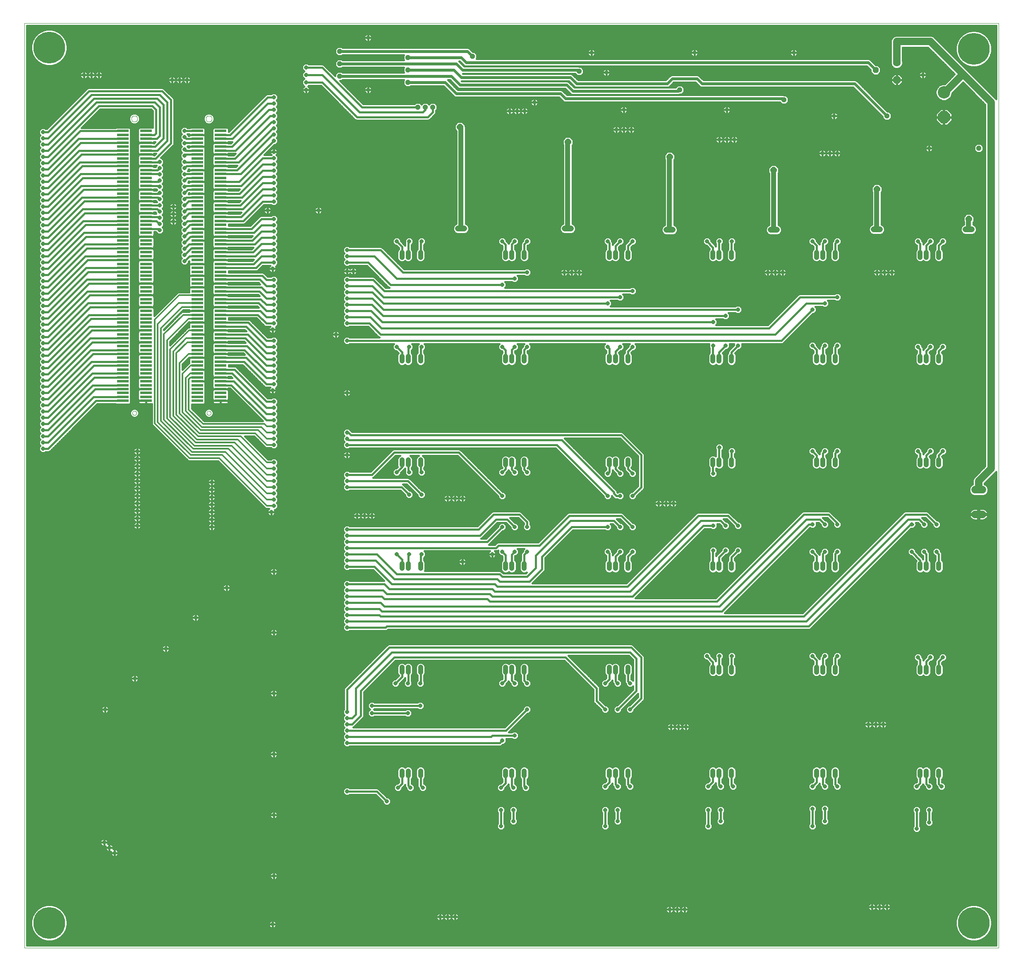
<source format=gbl>
G75*
%MOIN*%
%OFA0B0*%
%FSLAX25Y25*%
%IPPOS*%
%LPD*%
%AMOC8*
5,1,8,0,0,1.08239X$1,22.5*
%
%ADD10C,0.00000*%
%ADD11C,0.04787*%
%ADD12C,0.03937*%
%ADD13C,0.05987*%
%ADD14R,0.09646X0.02087*%
%ADD15C,0.10000*%
%ADD16OC8,0.10000*%
%ADD17OC8,0.06300*%
%ADD18C,0.06300*%
%ADD19C,0.01600*%
%ADD20OC8,0.03150*%
%ADD21OC8,0.05118*%
%ADD22C,0.04000*%
%ADD23C,0.01200*%
%ADD24C,0.06000*%
%ADD25OC8,0.04724*%
%ADD26OC8,0.03937*%
%ADD27C,0.02400*%
%ADD28C,0.25591*%
D10*
X0001800Y0001800D02*
X0001800Y0746548D01*
X0786879Y0746548D01*
X0786879Y0001800D01*
X0001800Y0001800D01*
X0088796Y0432540D02*
X0088798Y0432621D01*
X0088804Y0432703D01*
X0088814Y0432784D01*
X0088828Y0432864D01*
X0088845Y0432943D01*
X0088867Y0433022D01*
X0088892Y0433099D01*
X0088921Y0433176D01*
X0088954Y0433250D01*
X0088991Y0433323D01*
X0089030Y0433394D01*
X0089074Y0433463D01*
X0089120Y0433530D01*
X0089170Y0433594D01*
X0089223Y0433656D01*
X0089279Y0433716D01*
X0089337Y0433772D01*
X0089399Y0433826D01*
X0089463Y0433877D01*
X0089529Y0433924D01*
X0089597Y0433968D01*
X0089668Y0434009D01*
X0089740Y0434046D01*
X0089815Y0434080D01*
X0089890Y0434110D01*
X0089968Y0434136D01*
X0090046Y0434159D01*
X0090125Y0434177D01*
X0090205Y0434192D01*
X0090286Y0434203D01*
X0090367Y0434210D01*
X0090449Y0434213D01*
X0090530Y0434212D01*
X0090611Y0434207D01*
X0090692Y0434198D01*
X0090773Y0434185D01*
X0090853Y0434168D01*
X0090931Y0434148D01*
X0091009Y0434123D01*
X0091086Y0434095D01*
X0091161Y0434063D01*
X0091234Y0434028D01*
X0091305Y0433989D01*
X0091375Y0433946D01*
X0091442Y0433901D01*
X0091508Y0433852D01*
X0091570Y0433800D01*
X0091630Y0433744D01*
X0091687Y0433686D01*
X0091742Y0433626D01*
X0091793Y0433562D01*
X0091841Y0433497D01*
X0091886Y0433429D01*
X0091928Y0433359D01*
X0091966Y0433287D01*
X0092001Y0433213D01*
X0092032Y0433138D01*
X0092059Y0433061D01*
X0092082Y0432983D01*
X0092102Y0432904D01*
X0092118Y0432824D01*
X0092130Y0432743D01*
X0092138Y0432662D01*
X0092142Y0432581D01*
X0092142Y0432499D01*
X0092138Y0432418D01*
X0092130Y0432337D01*
X0092118Y0432256D01*
X0092102Y0432176D01*
X0092082Y0432097D01*
X0092059Y0432019D01*
X0092032Y0431942D01*
X0092001Y0431867D01*
X0091966Y0431793D01*
X0091928Y0431721D01*
X0091886Y0431651D01*
X0091841Y0431583D01*
X0091793Y0431518D01*
X0091742Y0431454D01*
X0091687Y0431394D01*
X0091630Y0431336D01*
X0091570Y0431280D01*
X0091508Y0431228D01*
X0091442Y0431179D01*
X0091375Y0431134D01*
X0091306Y0431091D01*
X0091234Y0431052D01*
X0091161Y0431017D01*
X0091086Y0430985D01*
X0091009Y0430957D01*
X0090931Y0430932D01*
X0090853Y0430912D01*
X0090773Y0430895D01*
X0090692Y0430882D01*
X0090611Y0430873D01*
X0090530Y0430868D01*
X0090449Y0430867D01*
X0090367Y0430870D01*
X0090286Y0430877D01*
X0090205Y0430888D01*
X0090125Y0430903D01*
X0090046Y0430921D01*
X0089968Y0430944D01*
X0089890Y0430970D01*
X0089815Y0431000D01*
X0089740Y0431034D01*
X0089668Y0431071D01*
X0089597Y0431112D01*
X0089529Y0431156D01*
X0089463Y0431203D01*
X0089399Y0431254D01*
X0089337Y0431308D01*
X0089279Y0431364D01*
X0089223Y0431424D01*
X0089170Y0431486D01*
X0089120Y0431550D01*
X0089074Y0431617D01*
X0089030Y0431686D01*
X0088991Y0431757D01*
X0088954Y0431830D01*
X0088921Y0431904D01*
X0088892Y0431981D01*
X0088867Y0432058D01*
X0088845Y0432137D01*
X0088828Y0432216D01*
X0088814Y0432296D01*
X0088804Y0432377D01*
X0088798Y0432459D01*
X0088796Y0432540D01*
X0148796Y0432540D02*
X0148798Y0432621D01*
X0148804Y0432703D01*
X0148814Y0432784D01*
X0148828Y0432864D01*
X0148845Y0432943D01*
X0148867Y0433022D01*
X0148892Y0433099D01*
X0148921Y0433176D01*
X0148954Y0433250D01*
X0148991Y0433323D01*
X0149030Y0433394D01*
X0149074Y0433463D01*
X0149120Y0433530D01*
X0149170Y0433594D01*
X0149223Y0433656D01*
X0149279Y0433716D01*
X0149337Y0433772D01*
X0149399Y0433826D01*
X0149463Y0433877D01*
X0149529Y0433924D01*
X0149597Y0433968D01*
X0149668Y0434009D01*
X0149740Y0434046D01*
X0149815Y0434080D01*
X0149890Y0434110D01*
X0149968Y0434136D01*
X0150046Y0434159D01*
X0150125Y0434177D01*
X0150205Y0434192D01*
X0150286Y0434203D01*
X0150367Y0434210D01*
X0150449Y0434213D01*
X0150530Y0434212D01*
X0150611Y0434207D01*
X0150692Y0434198D01*
X0150773Y0434185D01*
X0150853Y0434168D01*
X0150931Y0434148D01*
X0151009Y0434123D01*
X0151086Y0434095D01*
X0151161Y0434063D01*
X0151234Y0434028D01*
X0151305Y0433989D01*
X0151375Y0433946D01*
X0151442Y0433901D01*
X0151508Y0433852D01*
X0151570Y0433800D01*
X0151630Y0433744D01*
X0151687Y0433686D01*
X0151742Y0433626D01*
X0151793Y0433562D01*
X0151841Y0433497D01*
X0151886Y0433429D01*
X0151928Y0433359D01*
X0151966Y0433287D01*
X0152001Y0433213D01*
X0152032Y0433138D01*
X0152059Y0433061D01*
X0152082Y0432983D01*
X0152102Y0432904D01*
X0152118Y0432824D01*
X0152130Y0432743D01*
X0152138Y0432662D01*
X0152142Y0432581D01*
X0152142Y0432499D01*
X0152138Y0432418D01*
X0152130Y0432337D01*
X0152118Y0432256D01*
X0152102Y0432176D01*
X0152082Y0432097D01*
X0152059Y0432019D01*
X0152032Y0431942D01*
X0152001Y0431867D01*
X0151966Y0431793D01*
X0151928Y0431721D01*
X0151886Y0431651D01*
X0151841Y0431583D01*
X0151793Y0431518D01*
X0151742Y0431454D01*
X0151687Y0431394D01*
X0151630Y0431336D01*
X0151570Y0431280D01*
X0151508Y0431228D01*
X0151442Y0431179D01*
X0151375Y0431134D01*
X0151306Y0431091D01*
X0151234Y0431052D01*
X0151161Y0431017D01*
X0151086Y0430985D01*
X0151009Y0430957D01*
X0150931Y0430932D01*
X0150853Y0430912D01*
X0150773Y0430895D01*
X0150692Y0430882D01*
X0150611Y0430873D01*
X0150530Y0430868D01*
X0150449Y0430867D01*
X0150367Y0430870D01*
X0150286Y0430877D01*
X0150205Y0430888D01*
X0150125Y0430903D01*
X0150046Y0430921D01*
X0149968Y0430944D01*
X0149890Y0430970D01*
X0149815Y0431000D01*
X0149740Y0431034D01*
X0149668Y0431071D01*
X0149597Y0431112D01*
X0149529Y0431156D01*
X0149463Y0431203D01*
X0149399Y0431254D01*
X0149337Y0431308D01*
X0149279Y0431364D01*
X0149223Y0431424D01*
X0149170Y0431486D01*
X0149120Y0431550D01*
X0149074Y0431617D01*
X0149030Y0431686D01*
X0148991Y0431757D01*
X0148954Y0431830D01*
X0148921Y0431904D01*
X0148892Y0431981D01*
X0148867Y0432058D01*
X0148845Y0432137D01*
X0148828Y0432216D01*
X0148814Y0432296D01*
X0148804Y0432377D01*
X0148798Y0432459D01*
X0148796Y0432540D01*
X0148008Y0669548D02*
X0148010Y0669647D01*
X0148016Y0669746D01*
X0148026Y0669845D01*
X0148040Y0669943D01*
X0148058Y0670040D01*
X0148080Y0670137D01*
X0148105Y0670233D01*
X0148135Y0670327D01*
X0148168Y0670421D01*
X0148205Y0670513D01*
X0148246Y0670603D01*
X0148290Y0670692D01*
X0148338Y0670778D01*
X0148389Y0670863D01*
X0148444Y0670946D01*
X0148502Y0671026D01*
X0148563Y0671104D01*
X0148627Y0671180D01*
X0148694Y0671253D01*
X0148764Y0671323D01*
X0148837Y0671390D01*
X0148913Y0671454D01*
X0148991Y0671515D01*
X0149071Y0671573D01*
X0149154Y0671628D01*
X0149238Y0671679D01*
X0149325Y0671727D01*
X0149414Y0671771D01*
X0149504Y0671812D01*
X0149596Y0671849D01*
X0149690Y0671882D01*
X0149784Y0671912D01*
X0149880Y0671937D01*
X0149977Y0671959D01*
X0150074Y0671977D01*
X0150172Y0671991D01*
X0150271Y0672001D01*
X0150370Y0672007D01*
X0150469Y0672009D01*
X0150568Y0672007D01*
X0150667Y0672001D01*
X0150766Y0671991D01*
X0150864Y0671977D01*
X0150961Y0671959D01*
X0151058Y0671937D01*
X0151154Y0671912D01*
X0151248Y0671882D01*
X0151342Y0671849D01*
X0151434Y0671812D01*
X0151524Y0671771D01*
X0151613Y0671727D01*
X0151699Y0671679D01*
X0151784Y0671628D01*
X0151867Y0671573D01*
X0151947Y0671515D01*
X0152025Y0671454D01*
X0152101Y0671390D01*
X0152174Y0671323D01*
X0152244Y0671253D01*
X0152311Y0671180D01*
X0152375Y0671104D01*
X0152436Y0671026D01*
X0152494Y0670946D01*
X0152549Y0670863D01*
X0152600Y0670779D01*
X0152648Y0670692D01*
X0152692Y0670603D01*
X0152733Y0670513D01*
X0152770Y0670421D01*
X0152803Y0670327D01*
X0152833Y0670233D01*
X0152858Y0670137D01*
X0152880Y0670040D01*
X0152898Y0669943D01*
X0152912Y0669845D01*
X0152922Y0669746D01*
X0152928Y0669647D01*
X0152930Y0669548D01*
X0152928Y0669449D01*
X0152922Y0669350D01*
X0152912Y0669251D01*
X0152898Y0669153D01*
X0152880Y0669056D01*
X0152858Y0668959D01*
X0152833Y0668863D01*
X0152803Y0668769D01*
X0152770Y0668675D01*
X0152733Y0668583D01*
X0152692Y0668493D01*
X0152648Y0668404D01*
X0152600Y0668318D01*
X0152549Y0668233D01*
X0152494Y0668150D01*
X0152436Y0668070D01*
X0152375Y0667992D01*
X0152311Y0667916D01*
X0152244Y0667843D01*
X0152174Y0667773D01*
X0152101Y0667706D01*
X0152025Y0667642D01*
X0151947Y0667581D01*
X0151867Y0667523D01*
X0151784Y0667468D01*
X0151700Y0667417D01*
X0151613Y0667369D01*
X0151524Y0667325D01*
X0151434Y0667284D01*
X0151342Y0667247D01*
X0151248Y0667214D01*
X0151154Y0667184D01*
X0151058Y0667159D01*
X0150961Y0667137D01*
X0150864Y0667119D01*
X0150766Y0667105D01*
X0150667Y0667095D01*
X0150568Y0667089D01*
X0150469Y0667087D01*
X0150370Y0667089D01*
X0150271Y0667095D01*
X0150172Y0667105D01*
X0150074Y0667119D01*
X0149977Y0667137D01*
X0149880Y0667159D01*
X0149784Y0667184D01*
X0149690Y0667214D01*
X0149596Y0667247D01*
X0149504Y0667284D01*
X0149414Y0667325D01*
X0149325Y0667369D01*
X0149239Y0667417D01*
X0149154Y0667468D01*
X0149071Y0667523D01*
X0148991Y0667581D01*
X0148913Y0667642D01*
X0148837Y0667706D01*
X0148764Y0667773D01*
X0148694Y0667843D01*
X0148627Y0667916D01*
X0148563Y0667992D01*
X0148502Y0668070D01*
X0148444Y0668150D01*
X0148389Y0668233D01*
X0148338Y0668317D01*
X0148290Y0668404D01*
X0148246Y0668493D01*
X0148205Y0668583D01*
X0148168Y0668675D01*
X0148135Y0668769D01*
X0148105Y0668863D01*
X0148080Y0668959D01*
X0148058Y0669056D01*
X0148040Y0669153D01*
X0148026Y0669251D01*
X0148016Y0669350D01*
X0148010Y0669449D01*
X0148008Y0669548D01*
X0088008Y0669548D02*
X0088010Y0669647D01*
X0088016Y0669746D01*
X0088026Y0669845D01*
X0088040Y0669943D01*
X0088058Y0670040D01*
X0088080Y0670137D01*
X0088105Y0670233D01*
X0088135Y0670327D01*
X0088168Y0670421D01*
X0088205Y0670513D01*
X0088246Y0670603D01*
X0088290Y0670692D01*
X0088338Y0670778D01*
X0088389Y0670863D01*
X0088444Y0670946D01*
X0088502Y0671026D01*
X0088563Y0671104D01*
X0088627Y0671180D01*
X0088694Y0671253D01*
X0088764Y0671323D01*
X0088837Y0671390D01*
X0088913Y0671454D01*
X0088991Y0671515D01*
X0089071Y0671573D01*
X0089154Y0671628D01*
X0089238Y0671679D01*
X0089325Y0671727D01*
X0089414Y0671771D01*
X0089504Y0671812D01*
X0089596Y0671849D01*
X0089690Y0671882D01*
X0089784Y0671912D01*
X0089880Y0671937D01*
X0089977Y0671959D01*
X0090074Y0671977D01*
X0090172Y0671991D01*
X0090271Y0672001D01*
X0090370Y0672007D01*
X0090469Y0672009D01*
X0090568Y0672007D01*
X0090667Y0672001D01*
X0090766Y0671991D01*
X0090864Y0671977D01*
X0090961Y0671959D01*
X0091058Y0671937D01*
X0091154Y0671912D01*
X0091248Y0671882D01*
X0091342Y0671849D01*
X0091434Y0671812D01*
X0091524Y0671771D01*
X0091613Y0671727D01*
X0091699Y0671679D01*
X0091784Y0671628D01*
X0091867Y0671573D01*
X0091947Y0671515D01*
X0092025Y0671454D01*
X0092101Y0671390D01*
X0092174Y0671323D01*
X0092244Y0671253D01*
X0092311Y0671180D01*
X0092375Y0671104D01*
X0092436Y0671026D01*
X0092494Y0670946D01*
X0092549Y0670863D01*
X0092600Y0670779D01*
X0092648Y0670692D01*
X0092692Y0670603D01*
X0092733Y0670513D01*
X0092770Y0670421D01*
X0092803Y0670327D01*
X0092833Y0670233D01*
X0092858Y0670137D01*
X0092880Y0670040D01*
X0092898Y0669943D01*
X0092912Y0669845D01*
X0092922Y0669746D01*
X0092928Y0669647D01*
X0092930Y0669548D01*
X0092928Y0669449D01*
X0092922Y0669350D01*
X0092912Y0669251D01*
X0092898Y0669153D01*
X0092880Y0669056D01*
X0092858Y0668959D01*
X0092833Y0668863D01*
X0092803Y0668769D01*
X0092770Y0668675D01*
X0092733Y0668583D01*
X0092692Y0668493D01*
X0092648Y0668404D01*
X0092600Y0668318D01*
X0092549Y0668233D01*
X0092494Y0668150D01*
X0092436Y0668070D01*
X0092375Y0667992D01*
X0092311Y0667916D01*
X0092244Y0667843D01*
X0092174Y0667773D01*
X0092101Y0667706D01*
X0092025Y0667642D01*
X0091947Y0667581D01*
X0091867Y0667523D01*
X0091784Y0667468D01*
X0091700Y0667417D01*
X0091613Y0667369D01*
X0091524Y0667325D01*
X0091434Y0667284D01*
X0091342Y0667247D01*
X0091248Y0667214D01*
X0091154Y0667184D01*
X0091058Y0667159D01*
X0090961Y0667137D01*
X0090864Y0667119D01*
X0090766Y0667105D01*
X0090667Y0667095D01*
X0090568Y0667089D01*
X0090469Y0667087D01*
X0090370Y0667089D01*
X0090271Y0667095D01*
X0090172Y0667105D01*
X0090074Y0667119D01*
X0089977Y0667137D01*
X0089880Y0667159D01*
X0089784Y0667184D01*
X0089690Y0667214D01*
X0089596Y0667247D01*
X0089504Y0667284D01*
X0089414Y0667325D01*
X0089325Y0667369D01*
X0089239Y0667417D01*
X0089154Y0667468D01*
X0089071Y0667523D01*
X0088991Y0667581D01*
X0088913Y0667642D01*
X0088837Y0667706D01*
X0088764Y0667773D01*
X0088694Y0667843D01*
X0088627Y0667916D01*
X0088563Y0667992D01*
X0088502Y0668070D01*
X0088444Y0668150D01*
X0088389Y0668233D01*
X0088338Y0668317D01*
X0088290Y0668404D01*
X0088246Y0668493D01*
X0088205Y0668583D01*
X0088168Y0668675D01*
X0088135Y0668769D01*
X0088105Y0668863D01*
X0088080Y0668959D01*
X0088058Y0669056D01*
X0088040Y0669153D01*
X0088026Y0669251D01*
X0088016Y0669350D01*
X0088010Y0669449D01*
X0088008Y0669548D01*
D11*
X0351249Y0581115D02*
X0356036Y0581115D01*
X0437249Y0581115D02*
X0442036Y0581115D01*
X0519249Y0580115D02*
X0524036Y0580115D01*
X0603249Y0580115D02*
X0608036Y0580115D01*
X0686241Y0580414D02*
X0691028Y0580414D01*
X0760241Y0580414D02*
X0765028Y0580414D01*
D12*
X0738599Y0561824D02*
X0738599Y0557887D01*
X0728599Y0557887D02*
X0728599Y0561824D01*
X0723599Y0561824D02*
X0723599Y0557887D01*
X0655095Y0557887D02*
X0655095Y0561824D01*
X0645095Y0561824D02*
X0645095Y0557887D01*
X0640095Y0557887D02*
X0640095Y0561824D01*
X0571591Y0561824D02*
X0571591Y0557887D01*
X0561591Y0557887D02*
X0561591Y0561824D01*
X0556591Y0561824D02*
X0556591Y0557887D01*
X0488087Y0557887D02*
X0488087Y0561824D01*
X0478087Y0561824D02*
X0478087Y0557887D01*
X0473087Y0557887D02*
X0473087Y0561824D01*
X0404583Y0561824D02*
X0404583Y0557887D01*
X0394583Y0557887D02*
X0394583Y0561824D01*
X0389583Y0561824D02*
X0389583Y0557887D01*
X0321080Y0557887D02*
X0321080Y0561824D01*
X0311080Y0561824D02*
X0311080Y0557887D01*
X0306080Y0557887D02*
X0306080Y0561824D01*
X0306080Y0478320D02*
X0306080Y0474383D01*
X0311080Y0474383D02*
X0311080Y0478320D01*
X0321080Y0478320D02*
X0321080Y0474383D01*
X0389583Y0474383D02*
X0389583Y0478320D01*
X0394583Y0478320D02*
X0394583Y0474383D01*
X0404583Y0474383D02*
X0404583Y0478320D01*
X0473087Y0478320D02*
X0473087Y0474383D01*
X0478087Y0474383D02*
X0478087Y0478320D01*
X0488087Y0478320D02*
X0488087Y0474383D01*
X0556591Y0474383D02*
X0556591Y0478320D01*
X0561591Y0478320D02*
X0561591Y0474383D01*
X0571591Y0474383D02*
X0571591Y0478320D01*
X0640095Y0478320D02*
X0640095Y0474383D01*
X0645095Y0474383D02*
X0645095Y0478320D01*
X0655095Y0478320D02*
X0655095Y0474383D01*
X0723599Y0474383D02*
X0723599Y0478320D01*
X0728599Y0478320D02*
X0728599Y0474383D01*
X0738599Y0474383D02*
X0738599Y0478320D01*
X0738599Y0394816D02*
X0738599Y0390879D01*
X0728599Y0390879D02*
X0728599Y0394816D01*
X0723599Y0394816D02*
X0723599Y0390879D01*
X0655095Y0390879D02*
X0655095Y0394816D01*
X0645095Y0394816D02*
X0645095Y0390879D01*
X0640095Y0390879D02*
X0640095Y0394816D01*
X0571591Y0394816D02*
X0571591Y0390879D01*
X0561591Y0390879D02*
X0561591Y0394816D01*
X0556591Y0394816D02*
X0556591Y0390879D01*
X0488087Y0390879D02*
X0488087Y0394816D01*
X0478087Y0394816D02*
X0478087Y0390879D01*
X0473087Y0390879D02*
X0473087Y0394816D01*
X0404583Y0394816D02*
X0404583Y0390879D01*
X0394583Y0390879D02*
X0394583Y0394816D01*
X0389583Y0394816D02*
X0389583Y0390879D01*
X0321080Y0390879D02*
X0321080Y0394816D01*
X0311080Y0394816D02*
X0311080Y0390879D01*
X0306080Y0390879D02*
X0306080Y0394816D01*
X0306080Y0311312D02*
X0306080Y0307375D01*
X0311080Y0307375D02*
X0311080Y0311312D01*
X0321080Y0311312D02*
X0321080Y0307375D01*
X0389583Y0307375D02*
X0389583Y0311312D01*
X0394583Y0311312D02*
X0394583Y0307375D01*
X0404583Y0307375D02*
X0404583Y0311312D01*
X0473087Y0311312D02*
X0473087Y0307375D01*
X0478087Y0307375D02*
X0478087Y0311312D01*
X0488087Y0311312D02*
X0488087Y0307375D01*
X0556591Y0307375D02*
X0556591Y0311312D01*
X0561591Y0311312D02*
X0561591Y0307375D01*
X0571591Y0307375D02*
X0571591Y0311312D01*
X0640095Y0311312D02*
X0640095Y0307375D01*
X0645095Y0307375D02*
X0645095Y0311312D01*
X0655095Y0311312D02*
X0655095Y0307375D01*
X0723599Y0307375D02*
X0723599Y0311312D01*
X0728599Y0311312D02*
X0728599Y0307375D01*
X0738599Y0307375D02*
X0738599Y0311312D01*
X0738599Y0227808D02*
X0738599Y0223871D01*
X0728599Y0223871D02*
X0728599Y0227808D01*
X0723599Y0227808D02*
X0723599Y0223871D01*
X0655095Y0223871D02*
X0655095Y0227808D01*
X0645095Y0227808D02*
X0645095Y0223871D01*
X0640095Y0223871D02*
X0640095Y0227808D01*
X0571591Y0227808D02*
X0571591Y0223871D01*
X0561591Y0223871D02*
X0561591Y0227808D01*
X0556591Y0227808D02*
X0556591Y0223871D01*
X0488087Y0223871D02*
X0488087Y0227808D01*
X0478087Y0227808D02*
X0478087Y0223871D01*
X0473087Y0223871D02*
X0473087Y0227808D01*
X0404583Y0227808D02*
X0404583Y0223871D01*
X0394583Y0223871D02*
X0394583Y0227808D01*
X0389583Y0227808D02*
X0389583Y0223871D01*
X0321080Y0223871D02*
X0321080Y0227808D01*
X0311080Y0227808D02*
X0311080Y0223871D01*
X0306080Y0223871D02*
X0306080Y0227808D01*
X0306080Y0144304D02*
X0306080Y0140367D01*
X0311080Y0140367D02*
X0311080Y0144304D01*
X0321080Y0144304D02*
X0321080Y0140367D01*
X0389583Y0140367D02*
X0389583Y0144304D01*
X0394583Y0144304D02*
X0394583Y0140367D01*
X0404583Y0140367D02*
X0404583Y0144304D01*
X0473087Y0144304D02*
X0473087Y0140367D01*
X0478087Y0140367D02*
X0478087Y0144304D01*
X0488087Y0144304D02*
X0488087Y0140367D01*
X0556591Y0140367D02*
X0556591Y0144304D01*
X0561591Y0144304D02*
X0561591Y0140367D01*
X0571591Y0140367D02*
X0571591Y0144304D01*
X0640095Y0144304D02*
X0640095Y0140367D01*
X0645095Y0140367D02*
X0645095Y0144304D01*
X0655095Y0144304D02*
X0655095Y0140367D01*
X0723599Y0140367D02*
X0723599Y0144304D01*
X0728599Y0144304D02*
X0728599Y0140367D01*
X0738599Y0140367D02*
X0738599Y0144304D01*
D13*
X0767806Y0350900D02*
X0773794Y0350900D01*
X0773794Y0370700D02*
X0767806Y0370700D01*
D14*
X0159918Y0442383D03*
X0159918Y0445532D03*
X0159918Y0448682D03*
X0159918Y0451831D03*
X0159918Y0454981D03*
X0159918Y0458131D03*
X0159918Y0461280D03*
X0159918Y0464430D03*
X0159918Y0467580D03*
X0159918Y0470729D03*
X0159918Y0473879D03*
X0159918Y0477028D03*
X0159918Y0480178D03*
X0159918Y0483328D03*
X0159918Y0486477D03*
X0159918Y0489627D03*
X0159918Y0492776D03*
X0159918Y0495926D03*
X0159918Y0499076D03*
X0159918Y0502225D03*
X0159918Y0505375D03*
X0159918Y0508524D03*
X0159918Y0511674D03*
X0159918Y0514824D03*
X0159918Y0517973D03*
X0159918Y0521123D03*
X0159918Y0524272D03*
X0159918Y0527422D03*
X0159918Y0530572D03*
X0159918Y0533721D03*
X0159918Y0536871D03*
X0159918Y0540020D03*
X0159918Y0543170D03*
X0159918Y0546320D03*
X0159918Y0549469D03*
X0159918Y0552619D03*
X0159918Y0555769D03*
X0159918Y0558918D03*
X0159918Y0562068D03*
X0159918Y0565217D03*
X0159918Y0568367D03*
X0159918Y0571517D03*
X0159918Y0574666D03*
X0159918Y0577816D03*
X0159918Y0580965D03*
X0159918Y0584115D03*
X0159918Y0587265D03*
X0159918Y0590414D03*
X0159918Y0593564D03*
X0159918Y0596713D03*
X0159918Y0599863D03*
X0159918Y0603013D03*
X0159918Y0606162D03*
X0159918Y0609312D03*
X0159918Y0612461D03*
X0159918Y0615611D03*
X0159918Y0618761D03*
X0159918Y0621910D03*
X0159918Y0625060D03*
X0159918Y0628209D03*
X0159918Y0631359D03*
X0159918Y0634509D03*
X0159918Y0637658D03*
X0159918Y0640808D03*
X0159918Y0643957D03*
X0159918Y0647107D03*
X0159918Y0650257D03*
X0159918Y0653406D03*
X0159918Y0656556D03*
X0159918Y0659706D03*
X0141020Y0659706D03*
X0141020Y0656556D03*
X0141020Y0653406D03*
X0141020Y0650257D03*
X0141020Y0647107D03*
X0141020Y0643957D03*
X0141020Y0640808D03*
X0141020Y0637658D03*
X0141020Y0634509D03*
X0141020Y0631359D03*
X0141020Y0628209D03*
X0141020Y0625060D03*
X0141020Y0621910D03*
X0141020Y0618761D03*
X0141020Y0615611D03*
X0141020Y0612461D03*
X0141020Y0609312D03*
X0141020Y0606162D03*
X0141020Y0603013D03*
X0141020Y0599863D03*
X0141020Y0596713D03*
X0141020Y0593564D03*
X0141020Y0590414D03*
X0141020Y0587265D03*
X0141020Y0584115D03*
X0141020Y0580965D03*
X0141020Y0577816D03*
X0141020Y0574666D03*
X0141020Y0571517D03*
X0141020Y0568367D03*
X0141020Y0565217D03*
X0141020Y0562068D03*
X0141020Y0558918D03*
X0141020Y0555769D03*
X0141020Y0552619D03*
X0141020Y0549469D03*
X0141020Y0546320D03*
X0141020Y0543170D03*
X0141020Y0540020D03*
X0141020Y0536871D03*
X0141020Y0533721D03*
X0141020Y0530572D03*
X0141020Y0527422D03*
X0141020Y0524272D03*
X0141020Y0521123D03*
X0141020Y0517973D03*
X0141020Y0514824D03*
X0141020Y0511674D03*
X0141020Y0508524D03*
X0141020Y0505375D03*
X0141020Y0502225D03*
X0141020Y0499076D03*
X0141020Y0495926D03*
X0141020Y0492776D03*
X0141020Y0489627D03*
X0141020Y0486477D03*
X0141020Y0483328D03*
X0141020Y0480178D03*
X0141020Y0477028D03*
X0141020Y0473879D03*
X0141020Y0470729D03*
X0141020Y0467580D03*
X0141020Y0464430D03*
X0141020Y0461280D03*
X0141020Y0458131D03*
X0141020Y0454981D03*
X0141020Y0451831D03*
X0141020Y0448682D03*
X0141020Y0445532D03*
X0141020Y0442383D03*
X0099918Y0442383D03*
X0099918Y0445532D03*
X0099918Y0448682D03*
X0099918Y0451831D03*
X0099918Y0454981D03*
X0099918Y0458131D03*
X0099918Y0461280D03*
X0099918Y0464430D03*
X0099918Y0467580D03*
X0099918Y0470729D03*
X0099918Y0473879D03*
X0099918Y0477028D03*
X0099918Y0480178D03*
X0099918Y0483328D03*
X0099918Y0486477D03*
X0099918Y0489627D03*
X0099918Y0492776D03*
X0099918Y0495926D03*
X0099918Y0499076D03*
X0099918Y0502225D03*
X0099918Y0505375D03*
X0099918Y0508524D03*
X0099918Y0511674D03*
X0099918Y0514824D03*
X0099918Y0517973D03*
X0099918Y0521123D03*
X0099918Y0524272D03*
X0099918Y0527422D03*
X0099918Y0530572D03*
X0099918Y0533721D03*
X0099918Y0536871D03*
X0099918Y0540020D03*
X0099918Y0543170D03*
X0099918Y0546320D03*
X0099918Y0549469D03*
X0099918Y0552619D03*
X0099918Y0555769D03*
X0099918Y0558918D03*
X0099918Y0562068D03*
X0099918Y0565217D03*
X0099918Y0568367D03*
X0099918Y0571517D03*
X0099918Y0574666D03*
X0099918Y0577816D03*
X0099918Y0580965D03*
X0099918Y0584115D03*
X0099918Y0587265D03*
X0099918Y0590414D03*
X0099918Y0593564D03*
X0099918Y0596713D03*
X0099918Y0599863D03*
X0099918Y0603013D03*
X0099918Y0606162D03*
X0099918Y0609312D03*
X0099918Y0612461D03*
X0099918Y0615611D03*
X0099918Y0618761D03*
X0099918Y0621910D03*
X0099918Y0625060D03*
X0099918Y0628209D03*
X0099918Y0631359D03*
X0099918Y0634509D03*
X0099918Y0637658D03*
X0099918Y0640808D03*
X0099918Y0643957D03*
X0099918Y0647107D03*
X0099918Y0650257D03*
X0099918Y0653406D03*
X0099918Y0656556D03*
X0099918Y0659706D03*
X0081020Y0659706D03*
X0081020Y0656556D03*
X0081020Y0653406D03*
X0081020Y0650257D03*
X0081020Y0647107D03*
X0081020Y0643957D03*
X0081020Y0640808D03*
X0081020Y0637658D03*
X0081020Y0634509D03*
X0081020Y0631359D03*
X0081020Y0628209D03*
X0081020Y0625060D03*
X0081020Y0621910D03*
X0081020Y0618761D03*
X0081020Y0615611D03*
X0081020Y0612461D03*
X0081020Y0609312D03*
X0081020Y0606162D03*
X0081020Y0603013D03*
X0081020Y0599863D03*
X0081020Y0596713D03*
X0081020Y0593564D03*
X0081020Y0590414D03*
X0081020Y0587265D03*
X0081020Y0584115D03*
X0081020Y0580965D03*
X0081020Y0577816D03*
X0081020Y0574666D03*
X0081020Y0571517D03*
X0081020Y0568367D03*
X0081020Y0565217D03*
X0081020Y0562068D03*
X0081020Y0558918D03*
X0081020Y0555769D03*
X0081020Y0552619D03*
X0081020Y0549469D03*
X0081020Y0546320D03*
X0081020Y0543170D03*
X0081020Y0540020D03*
X0081020Y0536871D03*
X0081020Y0533721D03*
X0081020Y0530572D03*
X0081020Y0527422D03*
X0081020Y0524272D03*
X0081020Y0521123D03*
X0081020Y0517973D03*
X0081020Y0514824D03*
X0081020Y0511674D03*
X0081020Y0508524D03*
X0081020Y0505375D03*
X0081020Y0502225D03*
X0081020Y0499076D03*
X0081020Y0495926D03*
X0081020Y0492776D03*
X0081020Y0489627D03*
X0081020Y0486477D03*
X0081020Y0483328D03*
X0081020Y0480178D03*
X0081020Y0477028D03*
X0081020Y0473879D03*
X0081020Y0470729D03*
X0081020Y0467580D03*
X0081020Y0464430D03*
X0081020Y0461280D03*
X0081020Y0458131D03*
X0081020Y0454981D03*
X0081020Y0451831D03*
X0081020Y0448682D03*
X0081020Y0445532D03*
X0081020Y0442383D03*
D15*
X0742800Y0690800D03*
D16*
X0742800Y0670800D03*
D17*
X0704800Y0700800D03*
D18*
X0704800Y0714800D03*
D19*
X0709750Y0714736D02*
X0742076Y0714736D01*
X0743674Y0713138D02*
X0709469Y0713138D01*
X0709750Y0713815D02*
X0708996Y0711996D01*
X0707604Y0710604D01*
X0705785Y0709850D01*
X0703815Y0709850D01*
X0701996Y0710604D01*
X0700604Y0711996D01*
X0699850Y0713815D01*
X0699850Y0715785D01*
X0700000Y0716147D01*
X0700000Y0730810D01*
X0699985Y0730845D01*
X0699985Y0732755D01*
X0700716Y0734519D01*
X0702066Y0735869D01*
X0703831Y0736600D01*
X0732755Y0736600D01*
X0734519Y0735869D01*
X0735869Y0734519D01*
X0760822Y0709566D01*
X0762172Y0708216D01*
X0784869Y0685519D01*
X0784898Y0685450D01*
X0784898Y0744567D01*
X0003781Y0744567D01*
X0003781Y0003781D01*
X0784898Y0003781D01*
X0784898Y0385150D01*
X0784869Y0385081D01*
X0783519Y0383731D01*
X0775600Y0375812D01*
X0775600Y0375140D01*
X0776509Y0374764D01*
X0777858Y0373415D01*
X0778587Y0371654D01*
X0778587Y0369746D01*
X0777858Y0367985D01*
X0776509Y0366636D01*
X0774747Y0365906D01*
X0771770Y0365906D01*
X0771755Y0365900D01*
X0769845Y0365900D01*
X0769830Y0365906D01*
X0766853Y0365906D01*
X0765091Y0366636D01*
X0763742Y0367985D01*
X0763013Y0369746D01*
X0763013Y0371654D01*
X0763742Y0373415D01*
X0765091Y0374764D01*
X0766000Y0375140D01*
X0766000Y0378755D01*
X0766731Y0380519D01*
X0776000Y0389788D01*
X0776000Y0680812D01*
X0758103Y0698709D01*
X0749600Y0690205D01*
X0749600Y0689447D01*
X0748565Y0686948D01*
X0746652Y0685035D01*
X0744153Y0684000D01*
X0741447Y0684000D01*
X0738948Y0685035D01*
X0737035Y0686948D01*
X0736000Y0689447D01*
X0736000Y0692153D01*
X0737035Y0694652D01*
X0738948Y0696565D01*
X0741447Y0697600D01*
X0743418Y0697600D01*
X0751315Y0705497D01*
X0729812Y0727000D01*
X0709600Y0727000D01*
X0709600Y0716147D01*
X0709750Y0715785D01*
X0709750Y0713815D01*
X0709600Y0716335D02*
X0740477Y0716335D01*
X0738879Y0717933D02*
X0709600Y0717933D01*
X0709600Y0719532D02*
X0737280Y0719532D01*
X0735682Y0721130D02*
X0709600Y0721130D01*
X0709600Y0722729D02*
X0734083Y0722729D01*
X0732485Y0724327D02*
X0709600Y0724327D01*
X0709600Y0725926D02*
X0730886Y0725926D01*
X0738069Y0732320D02*
X0753711Y0732320D01*
X0753199Y0731434D02*
X0752205Y0727722D01*
X0752205Y0723878D01*
X0753199Y0720166D01*
X0755121Y0716838D01*
X0757838Y0714121D01*
X0761166Y0712199D01*
X0764878Y0711205D01*
X0768722Y0711205D01*
X0772434Y0712199D01*
X0775762Y0714121D01*
X0778479Y0716838D01*
X0780401Y0720166D01*
X0781395Y0723878D01*
X0781395Y0727722D01*
X0780401Y0731434D01*
X0778479Y0734762D01*
X0775762Y0737479D01*
X0772434Y0739401D01*
X0768722Y0740395D01*
X0764878Y0740395D01*
X0761166Y0739401D01*
X0757838Y0737479D01*
X0755121Y0734762D01*
X0753199Y0731434D01*
X0753008Y0730721D02*
X0739667Y0730721D01*
X0741266Y0729123D02*
X0752580Y0729123D01*
X0752205Y0727524D02*
X0742864Y0727524D01*
X0744463Y0725926D02*
X0752205Y0725926D01*
X0752205Y0724327D02*
X0746061Y0724327D01*
X0747660Y0722729D02*
X0752513Y0722729D01*
X0752941Y0721130D02*
X0749258Y0721130D01*
X0750857Y0719532D02*
X0753566Y0719532D01*
X0754489Y0717933D02*
X0752455Y0717933D01*
X0754054Y0716335D02*
X0755625Y0716335D01*
X0755652Y0714736D02*
X0757223Y0714736D01*
X0757251Y0713138D02*
X0759541Y0713138D01*
X0758849Y0711539D02*
X0763631Y0711539D01*
X0760448Y0709941D02*
X0784898Y0709941D01*
X0784898Y0711539D02*
X0769969Y0711539D01*
X0774059Y0713138D02*
X0784898Y0713138D01*
X0784898Y0714736D02*
X0776377Y0714736D01*
X0777975Y0716335D02*
X0784898Y0716335D01*
X0784898Y0717933D02*
X0779111Y0717933D01*
X0780034Y0719532D02*
X0784898Y0719532D01*
X0784898Y0721130D02*
X0780659Y0721130D01*
X0781087Y0722729D02*
X0784898Y0722729D01*
X0784898Y0724327D02*
X0781395Y0724327D01*
X0781395Y0725926D02*
X0784898Y0725926D01*
X0784898Y0727524D02*
X0781395Y0727524D01*
X0781020Y0729123D02*
X0784898Y0729123D01*
X0784898Y0730721D02*
X0780592Y0730721D01*
X0779889Y0732320D02*
X0784898Y0732320D01*
X0784898Y0733918D02*
X0778966Y0733918D01*
X0777724Y0735517D02*
X0784898Y0735517D01*
X0784898Y0737115D02*
X0776126Y0737115D01*
X0773623Y0738714D02*
X0784898Y0738714D01*
X0784898Y0740312D02*
X0769031Y0740312D01*
X0764569Y0740312D02*
X0027587Y0740312D01*
X0027434Y0740401D02*
X0023722Y0741395D01*
X0019878Y0741395D01*
X0016166Y0740401D01*
X0012838Y0738479D01*
X0010121Y0735762D01*
X0008199Y0732434D01*
X0007205Y0728722D01*
X0007205Y0724878D01*
X0008199Y0721166D01*
X0010121Y0717838D01*
X0012838Y0715121D01*
X0016166Y0713199D01*
X0019878Y0712205D01*
X0023722Y0712205D01*
X0027434Y0713199D01*
X0030762Y0715121D01*
X0033479Y0717838D01*
X0035401Y0721166D01*
X0036395Y0724878D01*
X0036395Y0728722D01*
X0035401Y0732434D01*
X0033479Y0735762D01*
X0030762Y0738479D01*
X0027434Y0740401D01*
X0030355Y0738714D02*
X0759977Y0738714D01*
X0757474Y0737115D02*
X0280957Y0737115D01*
X0280110Y0737962D02*
X0278800Y0737962D01*
X0278800Y0734800D01*
X0281962Y0734800D01*
X0281962Y0736110D01*
X0280110Y0737962D01*
X0278800Y0737962D02*
X0277490Y0737962D01*
X0275638Y0736110D01*
X0275638Y0734800D01*
X0278800Y0734800D01*
X0278800Y0734800D01*
X0278800Y0734800D01*
X0281962Y0734800D01*
X0281962Y0733490D01*
X0280110Y0731638D01*
X0278800Y0731638D01*
X0278800Y0734800D01*
X0278800Y0734800D01*
X0278800Y0734800D01*
X0278800Y0737962D01*
X0278800Y0737115D02*
X0278800Y0737115D01*
X0278800Y0735517D02*
X0278800Y0735517D01*
X0278800Y0734800D02*
X0275638Y0734800D01*
X0275638Y0733490D01*
X0277490Y0731638D01*
X0278800Y0731638D01*
X0278800Y0734800D01*
X0278800Y0733918D02*
X0278800Y0733918D01*
X0278800Y0732320D02*
X0278800Y0732320D01*
X0280792Y0732320D02*
X0699985Y0732320D01*
X0700000Y0730721D02*
X0035859Y0730721D01*
X0036288Y0729123D02*
X0700000Y0729123D01*
X0700000Y0727524D02*
X0257405Y0727524D01*
X0257361Y0727568D02*
X0258129Y0726800D01*
X0359397Y0726800D01*
X0360499Y0726343D01*
X0363274Y0723568D01*
X0364361Y0723568D01*
X0366568Y0721361D01*
X0366568Y0718239D01*
X0366129Y0717800D01*
X0682397Y0717800D01*
X0683499Y0717343D01*
X0687880Y0712962D01*
X0689524Y0712962D01*
X0691962Y0710524D01*
X0691962Y0707076D01*
X0689524Y0704638D01*
X0686076Y0704638D01*
X0683638Y0707076D01*
X0683638Y0708720D01*
X0680557Y0711800D01*
X0357203Y0711800D01*
X0356101Y0712257D01*
X0355257Y0713101D01*
X0352557Y0715800D01*
X0352043Y0715800D01*
X0356043Y0711800D01*
X0448397Y0711800D01*
X0448956Y0711568D01*
X0450361Y0711568D01*
X0452568Y0709361D01*
X0452568Y0706239D01*
X0450361Y0704031D01*
X0447239Y0704031D01*
X0445471Y0705800D01*
X0355043Y0705800D01*
X0355043Y0705800D01*
X0442397Y0705800D01*
X0443499Y0705343D01*
X0448043Y0700800D01*
X0518557Y0700800D01*
X0521257Y0703499D01*
X0522101Y0704343D01*
X0523203Y0704800D01*
X0544397Y0704800D01*
X0545499Y0704343D01*
X0549043Y0700800D01*
X0671397Y0700800D01*
X0672499Y0700343D01*
X0673343Y0699499D01*
X0673343Y0699499D01*
X0697274Y0675568D01*
X0698361Y0675568D01*
X0700568Y0673361D01*
X0700568Y0670239D01*
X0698361Y0668031D01*
X0695239Y0668031D01*
X0693031Y0670239D01*
X0693031Y0671326D01*
X0669557Y0694800D01*
X0547203Y0694800D01*
X0546101Y0695257D01*
X0545257Y0696101D01*
X0542557Y0698800D01*
X0525043Y0698800D01*
X0521499Y0695257D01*
X0520397Y0694800D01*
X0446203Y0694800D01*
X0445101Y0695257D01*
X0444257Y0696101D01*
X0440557Y0699800D01*
X0354043Y0699800D01*
X0354043Y0699800D01*
X0439397Y0699800D01*
X0440499Y0699343D01*
X0445043Y0694800D01*
X0526471Y0694800D01*
X0528239Y0696568D01*
X0531361Y0696568D01*
X0533568Y0694361D01*
X0533568Y0691239D01*
X0531361Y0689031D01*
X0529956Y0689031D01*
X0529397Y0688800D01*
X0443203Y0688800D01*
X0442101Y0689257D01*
X0437557Y0693800D01*
X0352203Y0693800D01*
X0351101Y0694257D01*
X0350257Y0695101D01*
X0344557Y0700800D01*
X0343043Y0700800D01*
X0351043Y0692800D01*
X0434397Y0692800D01*
X0435499Y0692343D01*
X0439043Y0688800D01*
X0613397Y0688800D01*
X0613956Y0688568D01*
X0615361Y0688568D01*
X0617568Y0686361D01*
X0617568Y0683239D01*
X0615361Y0681031D01*
X0612239Y0681031D01*
X0610471Y0682800D01*
X0437203Y0682800D01*
X0436101Y0683257D01*
X0435257Y0684101D01*
X0432557Y0686800D01*
X0349203Y0686800D01*
X0348101Y0687257D01*
X0347257Y0688101D01*
X0347257Y0688101D01*
X0339557Y0695800D01*
X0313129Y0695800D01*
X0312361Y0695031D01*
X0309239Y0695031D01*
X0307031Y0697239D01*
X0307031Y0700361D01*
X0307471Y0700800D01*
X0258129Y0700800D01*
X0257361Y0700031D01*
X0256245Y0700031D01*
X0274877Y0681400D01*
X0316071Y0681400D01*
X0317239Y0682568D01*
X0320361Y0682568D01*
X0321800Y0681129D01*
X0323239Y0682568D01*
X0326361Y0682568D01*
X0327800Y0681129D01*
X0329239Y0682568D01*
X0332361Y0682568D01*
X0334568Y0680361D01*
X0334568Y0677239D01*
X0333400Y0676071D01*
X0333400Y0674283D01*
X0333004Y0673327D01*
X0332273Y0672596D01*
X0329004Y0669327D01*
X0329004Y0669327D01*
X0328273Y0668596D01*
X0327317Y0668200D01*
X0269283Y0668200D01*
X0268327Y0668596D01*
X0267596Y0669327D01*
X0240723Y0696200D01*
X0230973Y0696200D01*
X0230422Y0695650D01*
X0231962Y0694110D01*
X0231962Y0692800D01*
X0228800Y0692800D01*
X0228800Y0692800D01*
X0231962Y0692800D01*
X0231962Y0691490D01*
X0230110Y0689638D01*
X0228800Y0689638D01*
X0228800Y0692800D01*
X0228800Y0692800D01*
X0228800Y0692800D01*
X0225638Y0692800D01*
X0225638Y0694110D01*
X0227178Y0695650D01*
X0225425Y0697402D01*
X0225425Y0700198D01*
X0227027Y0701800D01*
X0225425Y0703402D01*
X0225425Y0706198D01*
X0227027Y0707800D01*
X0225425Y0709402D01*
X0225425Y0712198D01*
X0227402Y0714175D01*
X0230198Y0714175D01*
X0230973Y0713400D01*
X0242317Y0713400D01*
X0243273Y0713004D01*
X0252031Y0704245D01*
X0252031Y0705361D01*
X0254239Y0707568D01*
X0257361Y0707568D01*
X0258129Y0706800D01*
X0307471Y0706800D01*
X0307031Y0707239D01*
X0307031Y0710361D01*
X0307471Y0710800D01*
X0258129Y0710800D01*
X0257361Y0710031D01*
X0254239Y0710031D01*
X0252031Y0712239D01*
X0252031Y0715361D01*
X0254239Y0717568D01*
X0257361Y0717568D01*
X0258129Y0716800D01*
X0307471Y0716800D01*
X0307031Y0717239D01*
X0307031Y0720361D01*
X0307471Y0720800D01*
X0258129Y0720800D01*
X0257361Y0720031D01*
X0254239Y0720031D01*
X0252031Y0722239D01*
X0252031Y0725361D01*
X0254239Y0727568D01*
X0257361Y0727568D01*
X0254195Y0727524D02*
X0036395Y0727524D01*
X0036395Y0725926D02*
X0252596Y0725926D01*
X0252031Y0724327D02*
X0036248Y0724327D01*
X0035819Y0722729D02*
X0252031Y0722729D01*
X0253140Y0721130D02*
X0035380Y0721130D01*
X0034457Y0719532D02*
X0307031Y0719532D01*
X0307031Y0717933D02*
X0033534Y0717933D01*
X0031975Y0716335D02*
X0253005Y0716335D01*
X0252031Y0714736D02*
X0030095Y0714736D01*
X0027203Y0713138D02*
X0226365Y0713138D01*
X0225425Y0711539D02*
X0003781Y0711539D01*
X0003781Y0709941D02*
X0225425Y0709941D01*
X0226485Y0708342D02*
X0003781Y0708342D01*
X0003781Y0706743D02*
X0047271Y0706743D01*
X0046638Y0706110D02*
X0046638Y0704800D01*
X0049800Y0704800D01*
X0049800Y0704800D01*
X0049800Y0707962D01*
X0051110Y0707962D01*
X0052800Y0706272D01*
X0054490Y0707962D01*
X0055800Y0707962D01*
X0055800Y0704800D01*
X0055800Y0704800D01*
X0061800Y0704800D01*
X0064962Y0704800D01*
X0064962Y0706110D01*
X0063110Y0707962D01*
X0061800Y0707962D01*
X0061800Y0704800D01*
X0061800Y0704800D01*
X0061800Y0704800D01*
X0064962Y0704800D01*
X0064962Y0703490D01*
X0063110Y0701638D01*
X0061800Y0701638D01*
X0061800Y0704800D01*
X0061800Y0704800D01*
X0061800Y0707962D01*
X0060490Y0707962D01*
X0058800Y0706272D01*
X0057110Y0707962D01*
X0055800Y0707962D01*
X0055800Y0704800D01*
X0055800Y0704800D01*
X0055800Y0701638D01*
X0057110Y0701638D01*
X0058800Y0703328D01*
X0060490Y0701638D01*
X0061800Y0701638D01*
X0061800Y0704800D01*
X0061800Y0704800D01*
X0058638Y0704800D01*
X0055800Y0704800D01*
X0055800Y0704800D01*
X0055800Y0704800D01*
X0049800Y0704800D01*
X0049800Y0704800D01*
X0049800Y0701638D01*
X0051110Y0701638D01*
X0052800Y0703328D01*
X0054490Y0701638D01*
X0055800Y0701638D01*
X0055800Y0704800D01*
X0052638Y0704800D01*
X0049800Y0704800D01*
X0049800Y0704800D01*
X0049800Y0704800D01*
X0049800Y0707962D01*
X0048490Y0707962D01*
X0046638Y0706110D01*
X0046638Y0705145D02*
X0003781Y0705145D01*
X0003781Y0703546D02*
X0046638Y0703546D01*
X0046638Y0703490D02*
X0048490Y0701638D01*
X0049800Y0701638D01*
X0049800Y0704800D01*
X0046638Y0704800D01*
X0046638Y0703490D01*
X0048180Y0701948D02*
X0003781Y0701948D01*
X0003781Y0700349D02*
X0117638Y0700349D01*
X0117638Y0700800D02*
X0117638Y0699490D01*
X0119490Y0697638D01*
X0120800Y0697638D01*
X0122110Y0697638D01*
X0123800Y0699328D01*
X0125490Y0697638D01*
X0126800Y0697638D01*
X0128110Y0697638D01*
X0129800Y0699328D01*
X0131490Y0697638D01*
X0132800Y0697638D01*
X0134110Y0697638D01*
X0135962Y0699490D01*
X0135962Y0700800D01*
X0135962Y0702110D01*
X0134110Y0703962D01*
X0132800Y0703962D01*
X0132800Y0700800D01*
X0132800Y0700800D01*
X0135962Y0700800D01*
X0132800Y0700800D01*
X0132800Y0700800D01*
X0132800Y0703962D01*
X0131490Y0703962D01*
X0129800Y0702272D01*
X0128110Y0703962D01*
X0126800Y0703962D01*
X0126800Y0700800D01*
X0126800Y0700800D01*
X0129962Y0700800D01*
X0132800Y0700800D01*
X0132800Y0697638D01*
X0132800Y0700800D01*
X0132800Y0700800D01*
X0132800Y0700800D01*
X0126800Y0700800D01*
X0126800Y0700800D01*
X0126800Y0703962D01*
X0125490Y0703962D01*
X0123800Y0702272D01*
X0122110Y0703962D01*
X0120800Y0703962D01*
X0120800Y0700800D01*
X0120800Y0700800D01*
X0123962Y0700800D01*
X0126800Y0700800D01*
X0126800Y0697638D01*
X0126800Y0700800D01*
X0126800Y0700800D01*
X0126800Y0700800D01*
X0120800Y0700800D01*
X0120800Y0700800D01*
X0120800Y0703962D01*
X0119490Y0703962D01*
X0117638Y0702110D01*
X0117638Y0700800D01*
X0120800Y0700800D01*
X0120800Y0697638D01*
X0120800Y0700800D01*
X0120800Y0700800D01*
X0120800Y0700800D01*
X0117638Y0700800D01*
X0117638Y0701948D02*
X0063420Y0701948D01*
X0061800Y0701948D02*
X0061800Y0701948D01*
X0061800Y0703546D02*
X0061800Y0703546D01*
X0061800Y0705145D02*
X0061800Y0705145D01*
X0061800Y0706743D02*
X0061800Y0706743D01*
X0064329Y0706743D02*
X0225971Y0706743D01*
X0225425Y0705145D02*
X0064962Y0705145D01*
X0064962Y0703546D02*
X0119074Y0703546D01*
X0120800Y0703546D02*
X0120800Y0703546D01*
X0120800Y0701948D02*
X0120800Y0701948D01*
X0120800Y0700349D02*
X0120800Y0700349D01*
X0120800Y0698751D02*
X0120800Y0698751D01*
X0123223Y0698751D02*
X0124377Y0698751D01*
X0126800Y0698751D02*
X0126800Y0698751D01*
X0126800Y0700349D02*
X0126800Y0700349D01*
X0126800Y0701948D02*
X0126800Y0701948D01*
X0126800Y0703546D02*
X0126800Y0703546D01*
X0128526Y0703546D02*
X0131074Y0703546D01*
X0132800Y0703546D02*
X0132800Y0703546D01*
X0132800Y0701948D02*
X0132800Y0701948D01*
X0132800Y0700349D02*
X0132800Y0700349D01*
X0132800Y0698751D02*
X0132800Y0698751D01*
X0135223Y0698751D02*
X0225425Y0698751D01*
X0225577Y0700349D02*
X0135962Y0700349D01*
X0135962Y0701948D02*
X0226879Y0701948D01*
X0225425Y0703546D02*
X0134526Y0703546D01*
X0130377Y0698751D02*
X0129223Y0698751D01*
X0125074Y0703546D02*
X0122526Y0703546D01*
X0118377Y0698751D02*
X0003781Y0698751D01*
X0003781Y0697152D02*
X0225675Y0697152D01*
X0227082Y0695554D02*
X0003781Y0695554D01*
X0003781Y0693955D02*
X0052278Y0693955D01*
X0052327Y0694004D02*
X0019723Y0661400D01*
X0018973Y0661400D01*
X0018198Y0662175D01*
X0015402Y0662175D01*
X0013425Y0660198D01*
X0013425Y0657402D01*
X0014527Y0656300D01*
X0013425Y0655198D01*
X0013425Y0652402D01*
X0014527Y0651300D01*
X0013425Y0650198D01*
X0013425Y0647402D01*
X0014527Y0646300D01*
X0013425Y0645198D01*
X0013425Y0642402D01*
X0014527Y0641300D01*
X0013425Y0640198D01*
X0013425Y0637402D01*
X0014527Y0636300D01*
X0013425Y0635198D01*
X0013425Y0632402D01*
X0014581Y0631246D01*
X0013425Y0630091D01*
X0013425Y0627295D01*
X0014474Y0626246D01*
X0013425Y0625198D01*
X0013425Y0622402D01*
X0014527Y0621300D01*
X0013425Y0620198D01*
X0013425Y0617402D01*
X0014527Y0616300D01*
X0013425Y0615198D01*
X0013425Y0612402D01*
X0014527Y0611300D01*
X0013425Y0610198D01*
X0013425Y0607402D01*
X0014527Y0606300D01*
X0013425Y0605198D01*
X0013425Y0602402D01*
X0014527Y0601300D01*
X0013425Y0600198D01*
X0013425Y0597402D01*
X0014527Y0596300D01*
X0013425Y0595198D01*
X0013425Y0592402D01*
X0014527Y0591300D01*
X0013425Y0590198D01*
X0013425Y0587402D01*
X0014527Y0586300D01*
X0013425Y0585198D01*
X0013425Y0582402D01*
X0014527Y0581300D01*
X0013425Y0580198D01*
X0013425Y0577402D01*
X0014527Y0576300D01*
X0013425Y0575198D01*
X0013425Y0572402D01*
X0014527Y0571300D01*
X0013425Y0570198D01*
X0013425Y0567402D01*
X0014527Y0566300D01*
X0013425Y0565198D01*
X0013425Y0562402D01*
X0014527Y0561300D01*
X0013425Y0560198D01*
X0013425Y0557402D01*
X0014527Y0556300D01*
X0013425Y0555198D01*
X0013425Y0552402D01*
X0014527Y0551300D01*
X0013425Y0550198D01*
X0013425Y0547402D01*
X0014527Y0546300D01*
X0013425Y0545198D01*
X0013425Y0542402D01*
X0014527Y0541300D01*
X0013425Y0540198D01*
X0013425Y0537402D01*
X0014527Y0536300D01*
X0013425Y0535198D01*
X0013425Y0532402D01*
X0014527Y0531300D01*
X0013425Y0530198D01*
X0013425Y0527402D01*
X0014527Y0526300D01*
X0013425Y0525198D01*
X0013425Y0522402D01*
X0014527Y0521300D01*
X0013425Y0520198D01*
X0013425Y0517402D01*
X0014527Y0516300D01*
X0013425Y0515198D01*
X0013425Y0512402D01*
X0014527Y0511300D01*
X0013425Y0510198D01*
X0013425Y0507402D01*
X0014527Y0506300D01*
X0013425Y0505198D01*
X0013425Y0502402D01*
X0014527Y0501300D01*
X0013425Y0500198D01*
X0013425Y0497402D01*
X0014527Y0496300D01*
X0013425Y0495198D01*
X0013425Y0492402D01*
X0014527Y0491300D01*
X0013425Y0490198D01*
X0013425Y0487402D01*
X0014527Y0486300D01*
X0013425Y0485198D01*
X0013425Y0482402D01*
X0014527Y0481300D01*
X0013425Y0480198D01*
X0013425Y0477402D01*
X0014527Y0476300D01*
X0013425Y0475198D01*
X0013425Y0472402D01*
X0014527Y0471300D01*
X0013425Y0470198D01*
X0013425Y0467402D01*
X0014527Y0466300D01*
X0013425Y0465198D01*
X0013425Y0462402D01*
X0014527Y0461300D01*
X0013425Y0460198D01*
X0013425Y0457402D01*
X0014527Y0456300D01*
X0013425Y0455198D01*
X0013425Y0452402D01*
X0014527Y0451300D01*
X0013425Y0450198D01*
X0013425Y0447402D01*
X0014527Y0446300D01*
X0013425Y0445198D01*
X0013425Y0442402D01*
X0014527Y0441300D01*
X0013425Y0440198D01*
X0013425Y0437402D01*
X0014527Y0436300D01*
X0013425Y0435198D01*
X0013425Y0432402D01*
X0014527Y0431300D01*
X0013425Y0430198D01*
X0013425Y0427402D01*
X0014527Y0426300D01*
X0013425Y0425198D01*
X0013425Y0422402D01*
X0014527Y0421300D01*
X0013425Y0420198D01*
X0013425Y0417402D01*
X0014527Y0416300D01*
X0013425Y0415198D01*
X0013425Y0412402D01*
X0014527Y0411300D01*
X0013425Y0410198D01*
X0013425Y0407402D01*
X0014527Y0406300D01*
X0013425Y0405198D01*
X0013425Y0402402D01*
X0015402Y0400425D01*
X0018198Y0400425D01*
X0018973Y0401200D01*
X0021317Y0401200D01*
X0022273Y0401596D01*
X0023004Y0402327D01*
X0060460Y0439783D01*
X0075209Y0439783D01*
X0075452Y0439539D01*
X0086589Y0439539D01*
X0087643Y0440594D01*
X0087643Y0661494D01*
X0086589Y0662549D01*
X0075452Y0662549D01*
X0075209Y0662305D01*
X0047982Y0662305D01*
X0062877Y0677200D01*
X0103723Y0677200D01*
X0105200Y0675723D01*
X0105200Y0662549D01*
X0094350Y0662549D01*
X0093295Y0661494D01*
X0093295Y0651617D01*
X0093508Y0651405D01*
X0093508Y0650257D01*
X0099918Y0650257D01*
X0099918Y0650257D01*
X0106328Y0650257D01*
X0106328Y0650806D01*
X0107129Y0650806D01*
X0106328Y0650005D01*
X0106328Y0650257D01*
X0099918Y0650257D01*
X0099918Y0650257D01*
X0093508Y0650257D01*
X0093508Y0649109D01*
X0093295Y0648896D01*
X0093295Y0642169D01*
X0093508Y0641956D01*
X0093508Y0640808D01*
X0099918Y0640808D01*
X0099918Y0640808D01*
X0093508Y0640808D01*
X0093508Y0639660D01*
X0093295Y0639447D01*
X0093295Y0632720D01*
X0093508Y0632507D01*
X0093508Y0631359D01*
X0093508Y0630211D01*
X0093295Y0629998D01*
X0093295Y0613822D01*
X0093508Y0613610D01*
X0093508Y0612461D01*
X0093508Y0611313D01*
X0093295Y0611101D01*
X0093295Y0604373D01*
X0093508Y0604161D01*
X0093508Y0603013D01*
X0099918Y0603013D01*
X0099918Y0603013D01*
X0106328Y0603013D01*
X0106328Y0603562D01*
X0107425Y0603562D01*
X0107425Y0603402D01*
X0108364Y0602463D01*
X0106328Y0602463D01*
X0106328Y0603013D01*
X0099918Y0603013D01*
X0099918Y0603013D01*
X0093508Y0603013D01*
X0093508Y0601864D01*
X0093295Y0601652D01*
X0093295Y0594924D01*
X0093508Y0594712D01*
X0093508Y0593564D01*
X0099918Y0593564D01*
X0099918Y0593564D01*
X0106328Y0593564D01*
X0106328Y0594113D01*
X0107425Y0594113D01*
X0107425Y0593402D01*
X0107813Y0593014D01*
X0106328Y0593014D01*
X0106328Y0593564D01*
X0099918Y0593564D01*
X0099918Y0593564D01*
X0093508Y0593564D01*
X0093508Y0592416D01*
X0093295Y0592203D01*
X0093295Y0576027D01*
X0093508Y0575814D01*
X0093508Y0574666D01*
X0093508Y0573518D01*
X0093295Y0573305D01*
X0093295Y0566578D01*
X0093508Y0566365D01*
X0093508Y0565217D01*
X0093508Y0564069D01*
X0093295Y0563857D01*
X0093295Y0557129D01*
X0093508Y0556917D01*
X0093508Y0555769D01*
X0099918Y0555769D01*
X0099918Y0555768D01*
X0093508Y0555768D01*
X0093508Y0554620D01*
X0093295Y0554408D01*
X0093295Y0538232D01*
X0093508Y0538019D01*
X0093508Y0536871D01*
X0099918Y0536871D01*
X0099918Y0536871D01*
X0093508Y0536871D01*
X0093508Y0535723D01*
X0093295Y0535510D01*
X0093295Y0528783D01*
X0093508Y0528570D01*
X0093508Y0527422D01*
X0093508Y0526274D01*
X0093295Y0526061D01*
X0093295Y0519334D01*
X0093508Y0519121D01*
X0093508Y0517973D01*
X0093508Y0516825D01*
X0093295Y0516613D01*
X0093295Y0500436D01*
X0093508Y0500224D01*
X0093508Y0499076D01*
X0099918Y0499076D01*
X0099918Y0499076D01*
X0093508Y0499076D01*
X0093508Y0497927D01*
X0093295Y0497715D01*
X0093295Y0490987D01*
X0093508Y0490775D01*
X0093508Y0489627D01*
X0099918Y0489627D01*
X0099918Y0489627D01*
X0093508Y0489627D01*
X0093508Y0488479D01*
X0093295Y0488266D01*
X0093295Y0481539D01*
X0093508Y0481326D01*
X0093508Y0480178D01*
X0099918Y0480178D01*
X0099918Y0480178D01*
X0093508Y0480178D01*
X0093508Y0479030D01*
X0093295Y0478817D01*
X0093295Y0462641D01*
X0093508Y0462428D01*
X0093508Y0461280D01*
X0093508Y0460132D01*
X0093295Y0459920D01*
X0093295Y0453192D01*
X0093508Y0452980D01*
X0093508Y0451832D01*
X0099918Y0451832D01*
X0099918Y0451831D01*
X0093508Y0451831D01*
X0093508Y0450683D01*
X0093295Y0450471D01*
X0093295Y0443743D01*
X0093508Y0443531D01*
X0093508Y0442383D01*
X0099918Y0442383D01*
X0099918Y0442383D01*
X0093508Y0442383D01*
X0093508Y0441130D01*
X0093616Y0440727D01*
X0093825Y0440365D01*
X0094121Y0440069D01*
X0094483Y0439860D01*
X0094886Y0439752D01*
X0099918Y0439752D01*
X0099918Y0442383D01*
X0099918Y0442383D01*
X0099918Y0439752D01*
X0104400Y0439752D01*
X0104400Y0423823D01*
X0104765Y0422941D01*
X0105441Y0422265D01*
X0132765Y0394941D01*
X0133441Y0394265D01*
X0134323Y0393900D01*
X0157806Y0393900D01*
X0195265Y0356441D01*
X0195941Y0355765D01*
X0196823Y0355400D01*
X0198928Y0355400D01*
X0197638Y0354110D01*
X0197638Y0352800D01*
X0200800Y0352800D01*
X0203962Y0352800D01*
X0203962Y0354110D01*
X0203647Y0354425D01*
X0204198Y0354425D01*
X0206175Y0356402D01*
X0206175Y0359198D01*
X0205073Y0360300D01*
X0206175Y0361402D01*
X0206175Y0364198D01*
X0205073Y0365300D01*
X0206175Y0366402D01*
X0206175Y0369198D01*
X0205073Y0370300D01*
X0206175Y0371402D01*
X0206175Y0374198D01*
X0205073Y0375300D01*
X0206175Y0376402D01*
X0206175Y0379198D01*
X0205073Y0380300D01*
X0206175Y0381402D01*
X0206175Y0384198D01*
X0205073Y0385300D01*
X0206175Y0386402D01*
X0206175Y0389198D01*
X0205073Y0390300D01*
X0206175Y0391402D01*
X0206175Y0394198D01*
X0204198Y0396175D01*
X0201402Y0396175D01*
X0200427Y0395200D01*
X0198294Y0395200D01*
X0179594Y0413900D01*
X0186806Y0413900D01*
X0195265Y0405441D01*
X0195941Y0404765D01*
X0196823Y0404400D01*
X0200427Y0404400D01*
X0201402Y0403425D01*
X0204198Y0403425D01*
X0206175Y0405402D01*
X0206175Y0408198D01*
X0205073Y0409300D01*
X0206175Y0410402D01*
X0206175Y0413198D01*
X0205073Y0414300D01*
X0206175Y0415402D01*
X0206175Y0418198D01*
X0205073Y0419300D01*
X0206175Y0420402D01*
X0206175Y0423198D01*
X0205073Y0424300D01*
X0206175Y0425402D01*
X0206175Y0428198D01*
X0205073Y0429300D01*
X0206175Y0430402D01*
X0206175Y0433198D01*
X0205073Y0434300D01*
X0206175Y0435402D01*
X0206175Y0438198D01*
X0205073Y0439300D01*
X0206175Y0440402D01*
X0206175Y0443198D01*
X0204198Y0445175D01*
X0201402Y0445175D01*
X0200627Y0444400D01*
X0197877Y0444400D01*
X0172493Y0469784D01*
X0171538Y0470180D01*
X0166541Y0470180D01*
X0166541Y0471279D01*
X0177644Y0471279D01*
X0194596Y0454327D01*
X0195327Y0453596D01*
X0196283Y0453200D01*
X0199728Y0453200D01*
X0198638Y0452110D01*
X0198638Y0450800D01*
X0201800Y0450800D01*
X0204962Y0450800D01*
X0204962Y0452110D01*
X0204422Y0452650D01*
X0206175Y0454402D01*
X0206175Y0457198D01*
X0205073Y0458300D01*
X0206175Y0459402D01*
X0206175Y0462198D01*
X0205073Y0463300D01*
X0206175Y0464402D01*
X0206175Y0467198D01*
X0205073Y0468300D01*
X0206175Y0469402D01*
X0206175Y0472198D01*
X0205073Y0473300D01*
X0206175Y0474402D01*
X0206175Y0477198D01*
X0205073Y0478300D01*
X0206175Y0479402D01*
X0206175Y0482198D01*
X0205073Y0483300D01*
X0206175Y0484402D01*
X0206175Y0487198D01*
X0205073Y0488300D01*
X0206175Y0489402D01*
X0206175Y0492198D01*
X0204198Y0494175D01*
X0201402Y0494175D01*
X0200627Y0493400D01*
X0197877Y0493400D01*
X0183698Y0507579D01*
X0182742Y0507975D01*
X0166541Y0507975D01*
X0166541Y0509074D01*
X0188849Y0509074D01*
X0194596Y0503327D01*
X0195327Y0502596D01*
X0196283Y0502200D01*
X0199728Y0502200D01*
X0198638Y0501110D01*
X0198638Y0499800D01*
X0201800Y0499800D01*
X0204962Y0499800D01*
X0204962Y0501110D01*
X0204422Y0501650D01*
X0206175Y0503402D01*
X0206175Y0506198D01*
X0205073Y0507300D01*
X0206175Y0508402D01*
X0206175Y0511198D01*
X0205073Y0512300D01*
X0206175Y0513402D01*
X0206175Y0516198D01*
X0205073Y0517300D01*
X0206175Y0518402D01*
X0206175Y0521198D01*
X0205073Y0522300D01*
X0206175Y0523402D01*
X0206175Y0526198D01*
X0205073Y0527300D01*
X0206175Y0528402D01*
X0206175Y0531198D01*
X0205073Y0532300D01*
X0206175Y0533402D01*
X0206175Y0536198D01*
X0205073Y0537300D01*
X0206175Y0538402D01*
X0206175Y0541198D01*
X0204198Y0543175D01*
X0201402Y0543175D01*
X0200627Y0542400D01*
X0197877Y0542400D01*
X0194903Y0545374D01*
X0193947Y0545770D01*
X0166541Y0545770D01*
X0166541Y0546869D01*
X0188986Y0546869D01*
X0189942Y0547265D01*
X0193877Y0551200D01*
X0199728Y0551200D01*
X0198638Y0550110D01*
X0198638Y0548800D01*
X0201800Y0548800D01*
X0204962Y0548800D01*
X0204962Y0550110D01*
X0204422Y0550650D01*
X0206175Y0552402D01*
X0206175Y0555198D01*
X0205073Y0556300D01*
X0206175Y0557402D01*
X0206175Y0560198D01*
X0205073Y0561300D01*
X0206175Y0562402D01*
X0206175Y0565198D01*
X0205073Y0566300D01*
X0206175Y0567402D01*
X0206175Y0570198D01*
X0205073Y0571300D01*
X0206175Y0572402D01*
X0206175Y0575198D01*
X0205073Y0576300D01*
X0206175Y0577402D01*
X0206175Y0580198D01*
X0205073Y0581300D01*
X0206175Y0582402D01*
X0206175Y0585198D01*
X0205073Y0586300D01*
X0206175Y0587402D01*
X0206175Y0590198D01*
X0204198Y0592175D01*
X0201402Y0592175D01*
X0200627Y0591400D01*
X0192283Y0591400D01*
X0191327Y0591004D01*
X0183888Y0583565D01*
X0166541Y0583565D01*
X0166541Y0584665D01*
X0178782Y0584665D01*
X0179737Y0585060D01*
X0194877Y0600200D01*
X0200627Y0600200D01*
X0201402Y0599425D01*
X0204198Y0599425D01*
X0206175Y0601402D01*
X0206175Y0604198D01*
X0205073Y0605300D01*
X0206175Y0606402D01*
X0206175Y0609198D01*
X0205073Y0610300D01*
X0206175Y0611402D01*
X0206175Y0614198D01*
X0205073Y0615300D01*
X0206175Y0616402D01*
X0206175Y0619198D01*
X0205073Y0620300D01*
X0206175Y0621402D01*
X0206175Y0624198D01*
X0205073Y0625300D01*
X0206175Y0626402D01*
X0206175Y0629198D01*
X0205073Y0630300D01*
X0206175Y0631402D01*
X0206175Y0634198D01*
X0205073Y0635300D01*
X0206175Y0636402D01*
X0206175Y0639198D01*
X0204922Y0640450D01*
X0205962Y0641490D01*
X0205962Y0642800D01*
X0205962Y0644110D01*
X0204110Y0645962D01*
X0202800Y0645962D01*
X0202800Y0642800D01*
X0202800Y0642800D01*
X0205962Y0642800D01*
X0202800Y0642800D01*
X0202800Y0642800D01*
X0202800Y0642800D01*
X0199638Y0642800D01*
X0199638Y0644110D01*
X0201490Y0645962D01*
X0202800Y0645962D01*
X0202800Y0642800D01*
X0199638Y0642800D01*
X0199638Y0641490D01*
X0200678Y0640450D01*
X0200627Y0640400D01*
X0195077Y0640400D01*
X0203102Y0648425D01*
X0204198Y0648425D01*
X0206175Y0650402D01*
X0206175Y0653198D01*
X0205073Y0654300D01*
X0206175Y0655402D01*
X0206175Y0658198D01*
X0205073Y0659300D01*
X0206175Y0660402D01*
X0206175Y0663198D01*
X0205073Y0664300D01*
X0206175Y0665402D01*
X0206175Y0668198D01*
X0205073Y0669300D01*
X0206175Y0670402D01*
X0206175Y0673198D01*
X0205073Y0674300D01*
X0206175Y0675402D01*
X0206175Y0678198D01*
X0205073Y0679300D01*
X0206175Y0680402D01*
X0206175Y0683198D01*
X0205073Y0684300D01*
X0206175Y0685402D01*
X0206175Y0688198D01*
X0204198Y0690175D01*
X0201402Y0690175D01*
X0200627Y0689400D01*
X0197283Y0689400D01*
X0196327Y0689004D01*
X0166541Y0659218D01*
X0166541Y0661494D01*
X0165487Y0662549D01*
X0154350Y0662549D01*
X0153295Y0661494D01*
X0153295Y0651617D01*
X0153508Y0651405D01*
X0153508Y0650257D01*
X0159918Y0650257D01*
X0159918Y0650257D01*
X0166328Y0650257D01*
X0166328Y0650806D01*
X0169129Y0650806D01*
X0168030Y0649707D01*
X0166328Y0649707D01*
X0166328Y0650257D01*
X0159918Y0650257D01*
X0159918Y0650257D01*
X0153508Y0650257D01*
X0153508Y0649109D01*
X0153295Y0648896D01*
X0153295Y0642169D01*
X0153508Y0641956D01*
X0153508Y0640808D01*
X0159918Y0640808D01*
X0159918Y0640808D01*
X0153508Y0640808D01*
X0153508Y0639660D01*
X0153295Y0639447D01*
X0153295Y0632720D01*
X0153508Y0632507D01*
X0153508Y0631359D01*
X0153508Y0630211D01*
X0153295Y0629998D01*
X0153295Y0613822D01*
X0153508Y0613610D01*
X0153508Y0612461D01*
X0153508Y0611313D01*
X0153295Y0611101D01*
X0153295Y0604373D01*
X0153508Y0604161D01*
X0153508Y0603013D01*
X0159918Y0603013D01*
X0159918Y0603013D01*
X0166328Y0603013D01*
X0166328Y0603562D01*
X0175885Y0603562D01*
X0174786Y0602463D01*
X0166328Y0602463D01*
X0166328Y0603013D01*
X0159918Y0603013D01*
X0159918Y0603013D01*
X0153508Y0603013D01*
X0153508Y0601864D01*
X0153295Y0601652D01*
X0153295Y0594924D01*
X0153508Y0594712D01*
X0153508Y0593564D01*
X0159918Y0593564D01*
X0159918Y0593564D01*
X0166328Y0593564D01*
X0166328Y0594113D01*
X0176436Y0594113D01*
X0175337Y0593014D01*
X0166328Y0593014D01*
X0166328Y0593564D01*
X0159918Y0593564D01*
X0159918Y0593564D01*
X0153508Y0593564D01*
X0153508Y0592416D01*
X0153295Y0592203D01*
X0153295Y0576027D01*
X0153508Y0575814D01*
X0153508Y0574666D01*
X0153508Y0573518D01*
X0153295Y0573305D01*
X0153295Y0566578D01*
X0153508Y0566365D01*
X0153508Y0565217D01*
X0153508Y0564069D01*
X0153295Y0563857D01*
X0153295Y0557129D01*
X0153508Y0556917D01*
X0153508Y0555769D01*
X0159918Y0555769D01*
X0159918Y0555768D01*
X0153508Y0555768D01*
X0153508Y0554620D01*
X0153295Y0554408D01*
X0153295Y0538232D01*
X0153508Y0538019D01*
X0153508Y0536871D01*
X0159918Y0536871D01*
X0159918Y0536871D01*
X0153508Y0536871D01*
X0153508Y0535723D01*
X0153295Y0535510D01*
X0153295Y0528783D01*
X0153508Y0528570D01*
X0153508Y0527422D01*
X0153508Y0526274D01*
X0153295Y0526061D01*
X0153295Y0519334D01*
X0153508Y0519121D01*
X0153508Y0517973D01*
X0153508Y0516825D01*
X0153295Y0516613D01*
X0153295Y0500436D01*
X0153508Y0500224D01*
X0153508Y0499076D01*
X0159918Y0499076D01*
X0159918Y0499076D01*
X0166328Y0499076D01*
X0166328Y0499625D01*
X0179298Y0499625D01*
X0180397Y0498526D01*
X0166328Y0498526D01*
X0166328Y0499076D01*
X0159918Y0499076D01*
X0159918Y0499076D01*
X0153508Y0499076D01*
X0153508Y0497927D01*
X0153295Y0497715D01*
X0153295Y0490987D01*
X0153508Y0490775D01*
X0153508Y0489627D01*
X0159918Y0489627D01*
X0159918Y0489627D01*
X0166328Y0489627D01*
X0166328Y0490176D01*
X0178747Y0490176D01*
X0179846Y0489077D01*
X0166328Y0489077D01*
X0166328Y0489627D01*
X0159918Y0489627D01*
X0159918Y0489627D01*
X0153508Y0489627D01*
X0153508Y0488479D01*
X0153295Y0488266D01*
X0153295Y0481539D01*
X0153508Y0481326D01*
X0153508Y0480178D01*
X0159918Y0480178D01*
X0159918Y0480178D01*
X0153508Y0480178D01*
X0153508Y0479030D01*
X0153295Y0478817D01*
X0153295Y0462641D01*
X0153508Y0462428D01*
X0153508Y0461280D01*
X0153508Y0460132D01*
X0153295Y0459920D01*
X0153295Y0453192D01*
X0153508Y0452980D01*
X0153508Y0451832D01*
X0159918Y0451832D01*
X0159918Y0451831D01*
X0153508Y0451831D01*
X0153508Y0450683D01*
X0153295Y0450471D01*
X0153295Y0443743D01*
X0153508Y0443531D01*
X0153508Y0442383D01*
X0159918Y0442383D01*
X0159918Y0442383D01*
X0166328Y0442383D01*
X0166328Y0443531D01*
X0166541Y0443743D01*
X0166541Y0450471D01*
X0166328Y0450683D01*
X0166328Y0451831D01*
X0159918Y0451831D01*
X0159918Y0451832D01*
X0166328Y0451832D01*
X0166328Y0452381D01*
X0167542Y0452381D01*
X0193723Y0426200D01*
X0146794Y0426200D01*
X0136700Y0436294D01*
X0136700Y0439539D01*
X0146589Y0439539D01*
X0147643Y0440594D01*
X0147643Y0456770D01*
X0147431Y0456983D01*
X0147431Y0458131D01*
X0147431Y0459279D01*
X0147643Y0459491D01*
X0147643Y0466219D01*
X0147431Y0466431D01*
X0147431Y0467579D01*
X0141021Y0467579D01*
X0141021Y0467580D01*
X0147431Y0467580D01*
X0147431Y0468728D01*
X0147643Y0468940D01*
X0147643Y0475668D01*
X0147431Y0475880D01*
X0147431Y0477028D01*
X0141021Y0477028D01*
X0141021Y0477028D01*
X0147431Y0477028D01*
X0147431Y0478176D01*
X0147643Y0478389D01*
X0147643Y0494565D01*
X0147431Y0494778D01*
X0147431Y0495926D01*
X0147431Y0497074D01*
X0147643Y0497287D01*
X0147643Y0504014D01*
X0147431Y0504227D01*
X0147431Y0505375D01*
X0147431Y0506523D01*
X0147643Y0506736D01*
X0147643Y0513463D01*
X0147431Y0513676D01*
X0147431Y0514824D01*
X0147431Y0515972D01*
X0147643Y0516184D01*
X0147643Y0532361D01*
X0147431Y0532573D01*
X0147431Y0533721D01*
X0141021Y0533721D01*
X0141021Y0533721D01*
X0147431Y0533721D01*
X0147431Y0534869D01*
X0147643Y0535082D01*
X0147643Y0541809D01*
X0147431Y0542022D01*
X0147431Y0543170D01*
X0141021Y0543170D01*
X0141021Y0543170D01*
X0147431Y0543170D01*
X0147431Y0544318D01*
X0147643Y0544531D01*
X0147643Y0551258D01*
X0147431Y0551471D01*
X0147431Y0552619D01*
X0147431Y0553767D01*
X0147643Y0553980D01*
X0147643Y0570156D01*
X0147431Y0570368D01*
X0147431Y0571516D01*
X0141021Y0571516D01*
X0141021Y0571517D01*
X0147431Y0571517D01*
X0147431Y0572665D01*
X0147643Y0572877D01*
X0147643Y0579605D01*
X0147431Y0579817D01*
X0147431Y0580965D01*
X0141021Y0580965D01*
X0141021Y0580965D01*
X0147431Y0580965D01*
X0147431Y0582113D01*
X0147643Y0582326D01*
X0147643Y0589053D01*
X0147431Y0589266D01*
X0147431Y0590414D01*
X0141021Y0590414D01*
X0141021Y0590414D01*
X0147431Y0590414D01*
X0147431Y0591562D01*
X0147643Y0591775D01*
X0147643Y0607951D01*
X0147431Y0608164D01*
X0147431Y0609312D01*
X0147431Y0610460D01*
X0147643Y0610673D01*
X0147643Y0617400D01*
X0147431Y0617613D01*
X0147431Y0618761D01*
X0147431Y0619909D01*
X0147643Y0620121D01*
X0147643Y0626849D01*
X0147431Y0627061D01*
X0147431Y0628209D01*
X0141021Y0628209D01*
X0141021Y0628209D01*
X0147431Y0628209D01*
X0147431Y0629358D01*
X0147643Y0629570D01*
X0147643Y0645746D01*
X0147431Y0645959D01*
X0147431Y0647107D01*
X0141021Y0647107D01*
X0141021Y0647107D01*
X0147431Y0647107D01*
X0147431Y0648255D01*
X0147643Y0648468D01*
X0147643Y0655195D01*
X0147431Y0655408D01*
X0147431Y0656556D01*
X0147431Y0657704D01*
X0147643Y0657917D01*
X0147643Y0661494D01*
X0146589Y0662549D01*
X0135452Y0662549D01*
X0135209Y0662305D01*
X0133067Y0662305D01*
X0132198Y0663175D01*
X0129402Y0663175D01*
X0127425Y0661198D01*
X0127425Y0658402D01*
X0128527Y0657300D01*
X0127425Y0656198D01*
X0127425Y0653402D01*
X0128527Y0652300D01*
X0127425Y0651198D01*
X0127425Y0648402D01*
X0128527Y0647300D01*
X0127425Y0646198D01*
X0127425Y0643402D01*
X0128527Y0642300D01*
X0127425Y0641198D01*
X0127425Y0638402D01*
X0128527Y0637300D01*
X0127425Y0636198D01*
X0127425Y0633402D01*
X0128527Y0632300D01*
X0127425Y0631198D01*
X0127425Y0628402D01*
X0128527Y0627300D01*
X0127425Y0626198D01*
X0127425Y0623402D01*
X0128527Y0622300D01*
X0127425Y0621198D01*
X0127425Y0618402D01*
X0128527Y0617300D01*
X0127425Y0616198D01*
X0127425Y0613402D01*
X0128527Y0612300D01*
X0127425Y0611198D01*
X0127425Y0608402D01*
X0128527Y0607300D01*
X0127425Y0606198D01*
X0127425Y0603402D01*
X0128527Y0602300D01*
X0127425Y0601198D01*
X0127425Y0598402D01*
X0128527Y0597300D01*
X0127425Y0596198D01*
X0127425Y0593402D01*
X0128527Y0592300D01*
X0127425Y0591198D01*
X0127425Y0588402D01*
X0128527Y0587300D01*
X0127425Y0586198D01*
X0127425Y0583402D01*
X0128527Y0582300D01*
X0127425Y0581198D01*
X0127425Y0578402D01*
X0128527Y0577300D01*
X0127425Y0576198D01*
X0127425Y0573402D01*
X0128527Y0572300D01*
X0127425Y0571198D01*
X0127425Y0568402D01*
X0128527Y0567300D01*
X0127425Y0566198D01*
X0127425Y0563402D01*
X0128527Y0562300D01*
X0127425Y0561198D01*
X0127425Y0558402D01*
X0128527Y0557300D01*
X0127425Y0556198D01*
X0127425Y0553402D01*
X0129402Y0551425D01*
X0132198Y0551425D01*
X0134175Y0553402D01*
X0134175Y0554498D01*
X0134398Y0554721D01*
X0134398Y0553980D01*
X0134610Y0553767D01*
X0134610Y0552619D01*
X0141020Y0552619D01*
X0141020Y0552619D01*
X0134610Y0552619D01*
X0134610Y0551471D01*
X0134398Y0551258D01*
X0134398Y0544531D01*
X0134610Y0544318D01*
X0134610Y0543170D01*
X0134610Y0542022D01*
X0134398Y0541809D01*
X0134398Y0535082D01*
X0134610Y0534869D01*
X0134610Y0533721D01*
X0134610Y0532573D01*
X0134398Y0532361D01*
X0134398Y0529822D01*
X0125945Y0529822D01*
X0125063Y0529457D01*
X0106541Y0510935D01*
X0106541Y0516613D01*
X0106328Y0516825D01*
X0106328Y0517973D01*
X0099918Y0517973D01*
X0093508Y0517973D01*
X0099918Y0517973D01*
X0099918Y0517973D01*
X0099918Y0517973D01*
X0106328Y0517973D01*
X0106328Y0519121D01*
X0106541Y0519334D01*
X0106541Y0526061D01*
X0106328Y0526274D01*
X0106328Y0527422D01*
X0099918Y0527422D01*
X0093508Y0527422D01*
X0099918Y0527422D01*
X0099918Y0527422D01*
X0099918Y0527422D01*
X0106328Y0527422D01*
X0106328Y0528570D01*
X0106541Y0528783D01*
X0106541Y0535510D01*
X0106328Y0535723D01*
X0106328Y0536871D01*
X0106328Y0538019D01*
X0106541Y0538232D01*
X0106541Y0554408D01*
X0106328Y0554620D01*
X0106328Y0555768D01*
X0099918Y0555768D01*
X0099918Y0555769D01*
X0106328Y0555769D01*
X0106328Y0556917D01*
X0106541Y0557129D01*
X0106541Y0563857D01*
X0106328Y0564069D01*
X0106328Y0565217D01*
X0099918Y0565217D01*
X0093508Y0565217D01*
X0099918Y0565217D01*
X0099918Y0565217D01*
X0099918Y0565217D01*
X0106328Y0565217D01*
X0106328Y0566365D01*
X0106541Y0566578D01*
X0106541Y0573305D01*
X0106328Y0573518D01*
X0106328Y0574666D01*
X0099918Y0574666D01*
X0093508Y0574666D01*
X0099918Y0574666D01*
X0099918Y0574666D01*
X0099918Y0574666D01*
X0106328Y0574666D01*
X0106328Y0575814D01*
X0106541Y0576027D01*
X0106541Y0578365D01*
X0107462Y0578365D01*
X0109402Y0576425D01*
X0112198Y0576425D01*
X0114175Y0578402D01*
X0114175Y0581198D01*
X0113073Y0582300D01*
X0114175Y0583402D01*
X0114175Y0586198D01*
X0113073Y0587300D01*
X0114175Y0588402D01*
X0114175Y0591198D01*
X0113073Y0592300D01*
X0114175Y0593402D01*
X0114175Y0596198D01*
X0113073Y0597300D01*
X0114175Y0598402D01*
X0114175Y0601198D01*
X0113073Y0602300D01*
X0114175Y0603402D01*
X0114175Y0606198D01*
X0113073Y0607300D01*
X0114175Y0608402D01*
X0114175Y0611198D01*
X0113073Y0612300D01*
X0114175Y0613402D01*
X0114175Y0616198D01*
X0113073Y0617300D01*
X0114175Y0618402D01*
X0114175Y0621198D01*
X0113073Y0622300D01*
X0114175Y0623402D01*
X0114175Y0626198D01*
X0113073Y0627300D01*
X0114175Y0628402D01*
X0114175Y0631198D01*
X0113073Y0632300D01*
X0114175Y0633402D01*
X0114175Y0636198D01*
X0112198Y0638175D01*
X0111852Y0638175D01*
X0121273Y0647596D01*
X0122004Y0648327D01*
X0122400Y0649283D01*
X0122400Y0685317D01*
X0122004Y0686273D01*
X0114273Y0694004D01*
X0113317Y0694400D01*
X0053283Y0694400D01*
X0052327Y0694004D01*
X0050680Y0692357D02*
X0003781Y0692357D01*
X0003781Y0690758D02*
X0049081Y0690758D01*
X0047483Y0689160D02*
X0003781Y0689160D01*
X0003781Y0687561D02*
X0045884Y0687561D01*
X0044286Y0685963D02*
X0003781Y0685963D01*
X0003781Y0684364D02*
X0042687Y0684364D01*
X0041089Y0682766D02*
X0003781Y0682766D01*
X0003781Y0681167D02*
X0039490Y0681167D01*
X0037892Y0679569D02*
X0003781Y0679569D01*
X0003781Y0677970D02*
X0036293Y0677970D01*
X0034695Y0676372D02*
X0003781Y0676372D01*
X0003781Y0674773D02*
X0033096Y0674773D01*
X0031498Y0673175D02*
X0003781Y0673175D01*
X0003781Y0671576D02*
X0029899Y0671576D01*
X0028301Y0669978D02*
X0003781Y0669978D01*
X0003781Y0668379D02*
X0026702Y0668379D01*
X0025104Y0666781D02*
X0003781Y0666781D01*
X0003781Y0665182D02*
X0023505Y0665182D01*
X0021907Y0663584D02*
X0003781Y0663584D01*
X0003781Y0661985D02*
X0015212Y0661985D01*
X0013614Y0660387D02*
X0003781Y0660387D01*
X0003781Y0658788D02*
X0013425Y0658788D01*
X0013638Y0657190D02*
X0003781Y0657190D01*
X0003781Y0655591D02*
X0013818Y0655591D01*
X0013425Y0653993D02*
X0003781Y0653993D01*
X0003781Y0652394D02*
X0013433Y0652394D01*
X0014023Y0650796D02*
X0003781Y0650796D01*
X0003781Y0649197D02*
X0013425Y0649197D01*
X0013425Y0647599D02*
X0003781Y0647599D01*
X0003781Y0646000D02*
X0014227Y0646000D01*
X0013425Y0644402D02*
X0003781Y0644402D01*
X0003781Y0642803D02*
X0013425Y0642803D01*
X0014432Y0641205D02*
X0003781Y0641205D01*
X0003781Y0639606D02*
X0013425Y0639606D01*
X0013425Y0638008D02*
X0003781Y0638008D01*
X0003781Y0636409D02*
X0014418Y0636409D01*
X0013425Y0634810D02*
X0003781Y0634810D01*
X0003781Y0633212D02*
X0013425Y0633212D01*
X0014214Y0631613D02*
X0003781Y0631613D01*
X0003781Y0630015D02*
X0013425Y0630015D01*
X0013425Y0628416D02*
X0003781Y0628416D01*
X0003781Y0626818D02*
X0013902Y0626818D01*
X0013447Y0625219D02*
X0003781Y0625219D01*
X0003781Y0623621D02*
X0013425Y0623621D01*
X0013805Y0622022D02*
X0003781Y0622022D01*
X0003781Y0620424D02*
X0013651Y0620424D01*
X0013425Y0618825D02*
X0003781Y0618825D01*
X0003781Y0617227D02*
X0013600Y0617227D01*
X0013856Y0615628D02*
X0003781Y0615628D01*
X0003781Y0614030D02*
X0013425Y0614030D01*
X0013425Y0612431D02*
X0003781Y0612431D01*
X0003781Y0610833D02*
X0014060Y0610833D01*
X0013425Y0609234D02*
X0003781Y0609234D01*
X0003781Y0607636D02*
X0013425Y0607636D01*
X0014265Y0606037D02*
X0003781Y0606037D01*
X0003781Y0604439D02*
X0013425Y0604439D01*
X0013425Y0602840D02*
X0003781Y0602840D01*
X0003781Y0601242D02*
X0014469Y0601242D01*
X0013425Y0599643D02*
X0003781Y0599643D01*
X0003781Y0598045D02*
X0013425Y0598045D01*
X0014381Y0596446D02*
X0003781Y0596446D01*
X0003781Y0594848D02*
X0013425Y0594848D01*
X0013425Y0593249D02*
X0003781Y0593249D01*
X0003781Y0591651D02*
X0014177Y0591651D01*
X0013425Y0590052D02*
X0003781Y0590052D01*
X0003781Y0588454D02*
X0013425Y0588454D01*
X0013972Y0586855D02*
X0003781Y0586855D01*
X0003781Y0585257D02*
X0013484Y0585257D01*
X0013425Y0583658D02*
X0003781Y0583658D01*
X0003781Y0582060D02*
X0013768Y0582060D01*
X0013688Y0580461D02*
X0003781Y0580461D01*
X0003781Y0578863D02*
X0013425Y0578863D01*
X0013563Y0577264D02*
X0003781Y0577264D01*
X0003781Y0575666D02*
X0013893Y0575666D01*
X0013425Y0574067D02*
X0003781Y0574067D01*
X0003781Y0572469D02*
X0013425Y0572469D01*
X0014097Y0570870D02*
X0003781Y0570870D01*
X0003781Y0569272D02*
X0013425Y0569272D01*
X0013425Y0567673D02*
X0003781Y0567673D01*
X0003781Y0566074D02*
X0014302Y0566074D01*
X0013425Y0564476D02*
X0003781Y0564476D01*
X0003781Y0562877D02*
X0013425Y0562877D01*
X0014506Y0561279D02*
X0003781Y0561279D01*
X0003781Y0559680D02*
X0013425Y0559680D01*
X0013425Y0558082D02*
X0003781Y0558082D01*
X0003781Y0556483D02*
X0014344Y0556483D01*
X0013425Y0554885D02*
X0003781Y0554885D01*
X0003781Y0553286D02*
X0013425Y0553286D01*
X0014139Y0551688D02*
X0003781Y0551688D01*
X0003781Y0550089D02*
X0013425Y0550089D01*
X0013425Y0548491D02*
X0003781Y0548491D01*
X0003781Y0546892D02*
X0013935Y0546892D01*
X0013521Y0545294D02*
X0003781Y0545294D01*
X0003781Y0543695D02*
X0013425Y0543695D01*
X0013730Y0542097D02*
X0003781Y0542097D01*
X0003781Y0540498D02*
X0013726Y0540498D01*
X0013425Y0538900D02*
X0003781Y0538900D01*
X0003781Y0537301D02*
X0013526Y0537301D01*
X0013930Y0535703D02*
X0003781Y0535703D01*
X0003781Y0534104D02*
X0013425Y0534104D01*
X0013425Y0532506D02*
X0003781Y0532506D01*
X0003781Y0530907D02*
X0014135Y0530907D01*
X0013425Y0529309D02*
X0003781Y0529309D01*
X0003781Y0527710D02*
X0013425Y0527710D01*
X0014339Y0526112D02*
X0003781Y0526112D01*
X0003781Y0524513D02*
X0013425Y0524513D01*
X0013425Y0522915D02*
X0003781Y0522915D01*
X0003781Y0521316D02*
X0014511Y0521316D01*
X0013425Y0519718D02*
X0003781Y0519718D01*
X0003781Y0518119D02*
X0013425Y0518119D01*
X0014307Y0516521D02*
X0003781Y0516521D01*
X0003781Y0514922D02*
X0013425Y0514922D01*
X0013425Y0513324D02*
X0003781Y0513324D01*
X0003781Y0511725D02*
X0014102Y0511725D01*
X0013425Y0510127D02*
X0003781Y0510127D01*
X0003781Y0508528D02*
X0013425Y0508528D01*
X0013898Y0506930D02*
X0003781Y0506930D01*
X0003781Y0505331D02*
X0013558Y0505331D01*
X0013425Y0503733D02*
X0003781Y0503733D01*
X0003781Y0502134D02*
X0013693Y0502134D01*
X0013763Y0500536D02*
X0003781Y0500536D01*
X0003781Y0498937D02*
X0013425Y0498937D01*
X0013489Y0497339D02*
X0003781Y0497339D01*
X0003781Y0495740D02*
X0013967Y0495740D01*
X0013425Y0494141D02*
X0003781Y0494141D01*
X0003781Y0492543D02*
X0013425Y0492543D01*
X0014172Y0490944D02*
X0003781Y0490944D01*
X0003781Y0489346D02*
X0013425Y0489346D01*
X0013425Y0487747D02*
X0003781Y0487747D01*
X0003781Y0486149D02*
X0014376Y0486149D01*
X0013425Y0484550D02*
X0003781Y0484550D01*
X0003781Y0482952D02*
X0013425Y0482952D01*
X0014474Y0481353D02*
X0003781Y0481353D01*
X0003781Y0479755D02*
X0013425Y0479755D01*
X0013425Y0478156D02*
X0003781Y0478156D01*
X0003781Y0476558D02*
X0014269Y0476558D01*
X0013425Y0474959D02*
X0003781Y0474959D01*
X0003781Y0473361D02*
X0013425Y0473361D01*
X0014065Y0471762D02*
X0003781Y0471762D01*
X0003781Y0470164D02*
X0013425Y0470164D01*
X0013425Y0468565D02*
X0003781Y0468565D01*
X0003781Y0466967D02*
X0013861Y0466967D01*
X0013596Y0465368D02*
X0003781Y0465368D01*
X0003781Y0463770D02*
X0013425Y0463770D01*
X0013656Y0462171D02*
X0003781Y0462171D01*
X0003781Y0460573D02*
X0013800Y0460573D01*
X0013425Y0458974D02*
X0003781Y0458974D01*
X0003781Y0457376D02*
X0013452Y0457376D01*
X0014005Y0455777D02*
X0003781Y0455777D01*
X0003781Y0454179D02*
X0013425Y0454179D01*
X0013425Y0452580D02*
X0003781Y0452580D01*
X0003781Y0450982D02*
X0014209Y0450982D01*
X0013425Y0449383D02*
X0003781Y0449383D01*
X0003781Y0447785D02*
X0013425Y0447785D01*
X0014413Y0446186D02*
X0003781Y0446186D01*
X0003781Y0444588D02*
X0013425Y0444588D01*
X0013425Y0442989D02*
X0003781Y0442989D01*
X0003781Y0441391D02*
X0014437Y0441391D01*
X0013425Y0439792D02*
X0003781Y0439792D01*
X0003781Y0438194D02*
X0013425Y0438194D01*
X0014232Y0436595D02*
X0003781Y0436595D01*
X0003781Y0434997D02*
X0013425Y0434997D01*
X0013425Y0433398D02*
X0003781Y0433398D01*
X0003781Y0431800D02*
X0014028Y0431800D01*
X0013428Y0430201D02*
X0003781Y0430201D01*
X0003781Y0428603D02*
X0013425Y0428603D01*
X0013823Y0427004D02*
X0003781Y0427004D01*
X0003781Y0425405D02*
X0013633Y0425405D01*
X0013425Y0423807D02*
X0003781Y0423807D01*
X0003781Y0422208D02*
X0013619Y0422208D01*
X0013837Y0420610D02*
X0003781Y0420610D01*
X0003781Y0419011D02*
X0013425Y0419011D01*
X0013425Y0417413D02*
X0003781Y0417413D01*
X0003781Y0415814D02*
X0014042Y0415814D01*
X0013425Y0414216D02*
X0003781Y0414216D01*
X0003781Y0412617D02*
X0013425Y0412617D01*
X0014246Y0411019D02*
X0003781Y0411019D01*
X0003781Y0409420D02*
X0013425Y0409420D01*
X0013425Y0407822D02*
X0003781Y0407822D01*
X0003781Y0406223D02*
X0014451Y0406223D01*
X0013425Y0404625D02*
X0003781Y0404625D01*
X0003781Y0403026D02*
X0013425Y0403026D01*
X0014399Y0401428D02*
X0003781Y0401428D01*
X0003781Y0399829D02*
X0090299Y0399829D01*
X0089638Y0400490D02*
X0091328Y0398800D01*
X0089638Y0397110D01*
X0089638Y0395800D01*
X0092800Y0395800D01*
X0095962Y0395800D01*
X0095962Y0397110D01*
X0094272Y0398800D01*
X0095962Y0400490D01*
X0095962Y0401800D01*
X0095962Y0403110D01*
X0094110Y0404962D01*
X0092800Y0404962D01*
X0092800Y0401800D01*
X0092800Y0401800D01*
X0095962Y0401800D01*
X0092800Y0401800D01*
X0092800Y0401800D01*
X0092800Y0401800D01*
X0089638Y0401800D01*
X0089638Y0403110D01*
X0091490Y0404962D01*
X0092800Y0404962D01*
X0092800Y0401800D01*
X0092800Y0395800D01*
X0092800Y0395800D01*
X0092800Y0395800D01*
X0092800Y0395800D01*
X0095962Y0395800D01*
X0095962Y0394490D01*
X0094272Y0392800D01*
X0095962Y0391110D01*
X0095962Y0389800D01*
X0092800Y0389800D01*
X0092800Y0389800D01*
X0092800Y0389800D01*
X0092800Y0395800D01*
X0092800Y0398962D01*
X0092800Y0401800D01*
X0092800Y0401800D01*
X0089638Y0401800D01*
X0089638Y0400490D01*
X0089638Y0401428D02*
X0021867Y0401428D01*
X0023703Y0403026D02*
X0089638Y0403026D01*
X0091153Y0404625D02*
X0025302Y0404625D01*
X0026900Y0406223D02*
X0121483Y0406223D01*
X0123081Y0404625D02*
X0094447Y0404625D01*
X0092800Y0404625D02*
X0092800Y0404625D01*
X0092800Y0403026D02*
X0092800Y0403026D01*
X0092800Y0401428D02*
X0092800Y0401428D01*
X0092800Y0399829D02*
X0092800Y0399829D01*
X0092800Y0398231D02*
X0092800Y0398231D01*
X0092800Y0396632D02*
X0092800Y0396632D01*
X0092800Y0395800D02*
X0089638Y0395800D01*
X0089638Y0394490D01*
X0091328Y0392800D01*
X0089638Y0391110D01*
X0089638Y0389800D01*
X0092800Y0389800D01*
X0092800Y0389800D01*
X0095962Y0389800D01*
X0095962Y0388490D01*
X0094272Y0386800D01*
X0095962Y0385110D01*
X0095962Y0383800D01*
X0092800Y0383800D01*
X0092800Y0383800D01*
X0092800Y0383800D01*
X0092800Y0389800D01*
X0092800Y0389800D01*
X0092800Y0392638D01*
X0092800Y0395800D01*
X0092800Y0395800D01*
X0092800Y0395034D02*
X0092800Y0395034D01*
X0092800Y0393435D02*
X0092800Y0393435D01*
X0092800Y0391837D02*
X0092800Y0391837D01*
X0092800Y0390238D02*
X0092800Y0390238D01*
X0092800Y0389800D02*
X0089638Y0389800D01*
X0089638Y0388490D01*
X0091328Y0386800D01*
X0089638Y0385110D01*
X0089638Y0383800D01*
X0092800Y0383800D01*
X0092800Y0383800D01*
X0095962Y0383800D01*
X0095962Y0382490D01*
X0094272Y0380800D01*
X0095962Y0379110D01*
X0095962Y0377800D01*
X0092800Y0377800D01*
X0092800Y0377800D01*
X0092800Y0377800D01*
X0092800Y0383800D01*
X0092800Y0386962D01*
X0092800Y0389800D01*
X0092800Y0388640D02*
X0092800Y0388640D01*
X0092800Y0387041D02*
X0092800Y0387041D01*
X0092800Y0385443D02*
X0092800Y0385443D01*
X0092800Y0383844D02*
X0092800Y0383844D01*
X0092800Y0383800D02*
X0089638Y0383800D01*
X0089638Y0382490D01*
X0091328Y0380800D01*
X0089638Y0379110D01*
X0089638Y0377800D01*
X0092800Y0377800D01*
X0092800Y0377800D01*
X0095962Y0377800D01*
X0095962Y0376490D01*
X0094272Y0374800D01*
X0095962Y0373110D01*
X0095962Y0371800D01*
X0092800Y0371800D01*
X0092800Y0371800D01*
X0092800Y0371800D01*
X0092800Y0377800D01*
X0092800Y0377800D01*
X0092800Y0380962D01*
X0092800Y0383800D01*
X0092800Y0383800D01*
X0092800Y0382246D02*
X0092800Y0382246D01*
X0092800Y0380647D02*
X0092800Y0380647D01*
X0092800Y0379049D02*
X0092800Y0379049D01*
X0092800Y0377800D02*
X0089638Y0377800D01*
X0089638Y0376490D01*
X0091328Y0374800D01*
X0089638Y0373110D01*
X0089638Y0371800D01*
X0092800Y0371800D01*
X0092800Y0371800D01*
X0095962Y0371800D01*
X0095962Y0370490D01*
X0094272Y0368800D01*
X0095962Y0367110D01*
X0095962Y0365800D01*
X0092800Y0365800D01*
X0092800Y0365800D01*
X0092800Y0365800D01*
X0092800Y0371800D01*
X0092800Y0374962D01*
X0092800Y0377800D01*
X0092800Y0377450D02*
X0092800Y0377450D01*
X0092800Y0375852D02*
X0092800Y0375852D01*
X0092800Y0374253D02*
X0092800Y0374253D01*
X0092800Y0372655D02*
X0092800Y0372655D01*
X0092800Y0371800D02*
X0089638Y0371800D01*
X0089638Y0370490D01*
X0091328Y0368800D01*
X0089638Y0367110D01*
X0089638Y0365800D01*
X0092800Y0365800D01*
X0092800Y0365800D01*
X0095962Y0365800D01*
X0095962Y0364490D01*
X0094272Y0362800D01*
X0095962Y0361110D01*
X0095962Y0359800D01*
X0092800Y0359800D01*
X0092800Y0359800D01*
X0092800Y0359800D01*
X0092800Y0365800D01*
X0092800Y0365800D01*
X0092800Y0368962D01*
X0092800Y0371800D01*
X0092800Y0371800D01*
X0092800Y0371056D02*
X0092800Y0371056D01*
X0092800Y0369458D02*
X0092800Y0369458D01*
X0092800Y0367859D02*
X0092800Y0367859D01*
X0092800Y0366261D02*
X0092800Y0366261D01*
X0092800Y0365800D02*
X0089638Y0365800D01*
X0089638Y0364490D01*
X0091328Y0362800D01*
X0089638Y0361110D01*
X0089638Y0359800D01*
X0092800Y0359800D01*
X0092800Y0359800D01*
X0095962Y0359800D01*
X0095962Y0358490D01*
X0094272Y0356800D01*
X0095962Y0355110D01*
X0095962Y0353800D01*
X0092800Y0353800D01*
X0092800Y0353800D01*
X0092800Y0353800D01*
X0092800Y0359800D01*
X0092800Y0362962D01*
X0092800Y0365800D01*
X0092800Y0364662D02*
X0092800Y0364662D01*
X0092800Y0363064D02*
X0092800Y0363064D01*
X0092800Y0361465D02*
X0092800Y0361465D01*
X0092800Y0359867D02*
X0092800Y0359867D01*
X0092800Y0359800D02*
X0089638Y0359800D01*
X0089638Y0358490D01*
X0091328Y0356800D01*
X0089638Y0355110D01*
X0089638Y0353800D01*
X0092800Y0353800D01*
X0092800Y0353800D01*
X0095962Y0353800D01*
X0095962Y0352490D01*
X0094272Y0350800D01*
X0095962Y0349110D01*
X0095962Y0347800D01*
X0092800Y0347800D01*
X0092800Y0347800D01*
X0092800Y0347800D01*
X0092800Y0353800D01*
X0092800Y0353800D01*
X0092800Y0356962D01*
X0092800Y0359800D01*
X0092800Y0359800D01*
X0092800Y0358268D02*
X0092800Y0358268D01*
X0092800Y0356670D02*
X0092800Y0356670D01*
X0092800Y0355071D02*
X0092800Y0355071D01*
X0092800Y0353800D02*
X0089638Y0353800D01*
X0089638Y0352490D01*
X0091328Y0350800D01*
X0089638Y0349110D01*
X0089638Y0347800D01*
X0092800Y0347800D01*
X0092800Y0347800D01*
X0095962Y0347800D01*
X0095962Y0346490D01*
X0094272Y0344800D01*
X0095962Y0343110D01*
X0095962Y0341800D01*
X0092800Y0341800D01*
X0092800Y0341800D01*
X0092800Y0341800D01*
X0092800Y0347800D01*
X0092800Y0350638D01*
X0092800Y0353800D01*
X0092800Y0353472D02*
X0092800Y0353472D01*
X0092800Y0351874D02*
X0092800Y0351874D01*
X0092800Y0350275D02*
X0092800Y0350275D01*
X0092800Y0348677D02*
X0092800Y0348677D01*
X0092800Y0347800D02*
X0089638Y0347800D01*
X0089638Y0346490D01*
X0091328Y0344800D01*
X0089638Y0343110D01*
X0089638Y0341800D01*
X0092800Y0341800D01*
X0092800Y0341800D01*
X0095962Y0341800D01*
X0095962Y0340490D01*
X0094110Y0338638D01*
X0092800Y0338638D01*
X0092800Y0341800D01*
X0092800Y0341800D01*
X0092800Y0344962D01*
X0092800Y0347800D01*
X0092800Y0347800D01*
X0092800Y0347078D02*
X0092800Y0347078D01*
X0092800Y0345480D02*
X0092800Y0345480D01*
X0092800Y0343881D02*
X0092800Y0343881D01*
X0092800Y0342283D02*
X0092800Y0342283D01*
X0092800Y0341800D02*
X0089638Y0341800D01*
X0089638Y0340490D01*
X0091490Y0338638D01*
X0092800Y0338638D01*
X0092800Y0341800D01*
X0092800Y0340684D02*
X0092800Y0340684D01*
X0092800Y0339086D02*
X0092800Y0339086D01*
X0094558Y0339086D02*
X0150042Y0339086D01*
X0149638Y0339490D02*
X0151490Y0337638D01*
X0152800Y0337638D01*
X0154110Y0337638D01*
X0155962Y0339490D01*
X0155962Y0340800D01*
X0155962Y0342110D01*
X0154272Y0343800D01*
X0155962Y0345490D01*
X0155962Y0346800D01*
X0155962Y0348110D01*
X0154272Y0349800D01*
X0155962Y0351490D01*
X0155962Y0352800D01*
X0155962Y0354110D01*
X0154272Y0355800D01*
X0155962Y0357490D01*
X0155962Y0358800D01*
X0155962Y0360110D01*
X0154272Y0361800D01*
X0155962Y0363490D01*
X0155962Y0364800D01*
X0155962Y0366110D01*
X0154272Y0367800D01*
X0155962Y0369490D01*
X0155962Y0370800D01*
X0155962Y0372110D01*
X0154272Y0373800D01*
X0155962Y0375490D01*
X0155962Y0376800D01*
X0155962Y0378110D01*
X0154110Y0379962D01*
X0152800Y0379962D01*
X0152800Y0376800D01*
X0152800Y0376800D01*
X0155962Y0376800D01*
X0152800Y0376800D01*
X0152800Y0376800D01*
X0152800Y0376800D01*
X0149638Y0376800D01*
X0149638Y0378110D01*
X0151490Y0379962D01*
X0152800Y0379962D01*
X0152800Y0376800D01*
X0152800Y0370800D01*
X0155962Y0370800D01*
X0152800Y0370800D01*
X0152800Y0370800D01*
X0152800Y0370800D01*
X0152800Y0370800D01*
X0149638Y0370800D01*
X0149638Y0372110D01*
X0151328Y0373800D01*
X0149638Y0375490D01*
X0149638Y0376800D01*
X0152800Y0376800D01*
X0152800Y0376800D01*
X0152800Y0373962D01*
X0152800Y0370800D01*
X0152800Y0364800D01*
X0155962Y0364800D01*
X0152800Y0364800D01*
X0152800Y0364800D01*
X0152800Y0364800D01*
X0152800Y0364800D01*
X0149638Y0364800D01*
X0149638Y0366110D01*
X0151328Y0367800D01*
X0149638Y0369490D01*
X0149638Y0370800D01*
X0152800Y0370800D01*
X0152800Y0370800D01*
X0152800Y0367638D01*
X0152800Y0364800D01*
X0152800Y0358800D01*
X0155962Y0358800D01*
X0152800Y0358800D01*
X0152800Y0358800D01*
X0152800Y0358800D01*
X0152800Y0358800D01*
X0149638Y0358800D01*
X0149638Y0360110D01*
X0151328Y0361800D01*
X0149638Y0363490D01*
X0149638Y0364800D01*
X0152800Y0364800D01*
X0152800Y0364800D01*
X0152800Y0361962D01*
X0152800Y0358800D01*
X0152800Y0352800D01*
X0155962Y0352800D01*
X0152800Y0352800D01*
X0152800Y0352800D01*
X0152800Y0352800D01*
X0152800Y0352800D01*
X0149638Y0352800D01*
X0149638Y0354110D01*
X0151328Y0355800D01*
X0149638Y0357490D01*
X0149638Y0358800D01*
X0152800Y0358800D01*
X0152800Y0358800D01*
X0152800Y0355962D01*
X0152800Y0352800D01*
X0152800Y0346800D01*
X0155962Y0346800D01*
X0152800Y0346800D01*
X0152800Y0346800D01*
X0152800Y0346800D01*
X0152800Y0346800D01*
X0149638Y0346800D01*
X0149638Y0348110D01*
X0151328Y0349800D01*
X0149638Y0351490D01*
X0149638Y0352800D01*
X0152800Y0352800D01*
X0152800Y0352800D01*
X0152800Y0349962D01*
X0152800Y0346800D01*
X0152800Y0340800D01*
X0155962Y0340800D01*
X0152800Y0340800D01*
X0152800Y0340800D01*
X0152800Y0340800D01*
X0152800Y0340800D01*
X0149638Y0340800D01*
X0149638Y0342110D01*
X0151328Y0343800D01*
X0149638Y0345490D01*
X0149638Y0346800D01*
X0152800Y0346800D01*
X0152800Y0346800D01*
X0152800Y0343962D01*
X0152800Y0340800D01*
X0152800Y0337638D01*
X0152800Y0340800D01*
X0152800Y0340800D01*
X0149638Y0340800D01*
X0149638Y0339490D01*
X0149638Y0340684D02*
X0095962Y0340684D01*
X0095962Y0342283D02*
X0149811Y0342283D01*
X0151247Y0343881D02*
X0095191Y0343881D01*
X0094952Y0345480D02*
X0149648Y0345480D01*
X0149638Y0347078D02*
X0095962Y0347078D01*
X0095962Y0348677D02*
X0150205Y0348677D01*
X0150852Y0350275D02*
X0094797Y0350275D01*
X0095346Y0351874D02*
X0149638Y0351874D01*
X0149638Y0353472D02*
X0095962Y0353472D01*
X0095962Y0355071D02*
X0150599Y0355071D01*
X0150458Y0356670D02*
X0094402Y0356670D01*
X0095740Y0358268D02*
X0149638Y0358268D01*
X0149638Y0359867D02*
X0095962Y0359867D01*
X0095607Y0361465D02*
X0150993Y0361465D01*
X0152800Y0361465D02*
X0152800Y0361465D01*
X0152800Y0359867D02*
X0152800Y0359867D01*
X0152800Y0358268D02*
X0152800Y0358268D01*
X0152800Y0356670D02*
X0152800Y0356670D01*
X0152800Y0355071D02*
X0152800Y0355071D01*
X0152800Y0353472D02*
X0152800Y0353472D01*
X0152800Y0351874D02*
X0152800Y0351874D01*
X0152800Y0350275D02*
X0152800Y0350275D01*
X0152800Y0348677D02*
X0152800Y0348677D01*
X0152800Y0347078D02*
X0152800Y0347078D01*
X0152800Y0345480D02*
X0152800Y0345480D01*
X0152800Y0343881D02*
X0152800Y0343881D01*
X0154353Y0343881D02*
X0369204Y0343881D01*
X0369133Y0343809D02*
X0366723Y0341400D01*
X0263973Y0341400D01*
X0263198Y0342175D01*
X0260402Y0342175D01*
X0258425Y0340198D01*
X0258425Y0337402D01*
X0259527Y0336300D01*
X0258425Y0335198D01*
X0258425Y0332402D01*
X0259527Y0331300D01*
X0258425Y0330198D01*
X0258425Y0327402D01*
X0259527Y0326300D01*
X0258425Y0325198D01*
X0258425Y0322402D01*
X0259527Y0321300D01*
X0258425Y0320198D01*
X0258425Y0317402D01*
X0259527Y0316300D01*
X0258425Y0315198D01*
X0258425Y0312402D01*
X0259527Y0311300D01*
X0258425Y0310198D01*
X0258425Y0307402D01*
X0260402Y0305425D01*
X0263198Y0305425D01*
X0263973Y0306200D01*
X0282723Y0306200D01*
X0291523Y0297400D01*
X0263973Y0297400D01*
X0263198Y0298175D01*
X0260402Y0298175D01*
X0258425Y0296198D01*
X0258425Y0293402D01*
X0259527Y0292300D01*
X0258425Y0291198D01*
X0258425Y0288402D01*
X0259527Y0287300D01*
X0258425Y0286198D01*
X0258425Y0283402D01*
X0259527Y0282300D01*
X0258425Y0281198D01*
X0258425Y0278402D01*
X0259527Y0277300D01*
X0258425Y0276198D01*
X0258425Y0273402D01*
X0259527Y0272300D01*
X0258425Y0271198D01*
X0258425Y0268402D01*
X0259527Y0267300D01*
X0258425Y0266198D01*
X0258425Y0263402D01*
X0259527Y0262300D01*
X0258425Y0261198D01*
X0258425Y0258402D01*
X0260402Y0256425D01*
X0263198Y0256425D01*
X0263973Y0257200D01*
X0293317Y0257200D01*
X0294273Y0257596D01*
X0294877Y0258200D01*
X0634317Y0258200D01*
X0635273Y0258596D01*
X0716102Y0339425D01*
X0718198Y0339425D01*
X0720175Y0341402D01*
X0720175Y0341739D01*
X0720400Y0342283D01*
X0723425Y0342283D01*
X0723425Y0342498D02*
X0723425Y0341402D01*
X0725402Y0339425D01*
X0728198Y0339425D01*
X0730175Y0341402D01*
X0730175Y0344198D01*
X0728198Y0346175D01*
X0727102Y0346175D01*
X0725077Y0348200D01*
X0727723Y0348200D01*
X0733425Y0342498D01*
X0733425Y0341402D01*
X0735402Y0339425D01*
X0738198Y0339425D01*
X0740175Y0341402D01*
X0740175Y0344198D01*
X0738198Y0346175D01*
X0737102Y0346175D01*
X0730273Y0353004D01*
X0729317Y0353400D01*
X0711283Y0353400D01*
X0710327Y0353004D01*
X0709596Y0352273D01*
X0709596Y0352273D01*
X0628723Y0271400D01*
X0566077Y0271400D01*
X0634752Y0340075D01*
X0635402Y0339425D01*
X0638198Y0339425D01*
X0640175Y0341402D01*
X0640175Y0344198D01*
X0640173Y0344200D01*
X0641723Y0344200D01*
X0643425Y0342498D01*
X0643425Y0341402D01*
X0645402Y0339425D01*
X0648198Y0339425D01*
X0650175Y0341402D01*
X0650175Y0344198D01*
X0648198Y0346175D01*
X0647102Y0346175D01*
X0645077Y0348200D01*
X0648723Y0348200D01*
X0653425Y0343498D01*
X0653425Y0341402D01*
X0655402Y0339425D01*
X0658198Y0339425D01*
X0660175Y0341402D01*
X0660175Y0344198D01*
X0658198Y0346175D01*
X0658102Y0346175D01*
X0651273Y0353004D01*
X0650317Y0353400D01*
X0629283Y0353400D01*
X0628327Y0353004D01*
X0627596Y0352273D01*
X0558723Y0283400D01*
X0494077Y0283400D01*
X0549877Y0339200D01*
X0554627Y0339200D01*
X0555402Y0338425D01*
X0558198Y0338425D01*
X0560175Y0340402D01*
X0560175Y0343198D01*
X0560173Y0343200D01*
X0561723Y0343200D01*
X0563425Y0341498D01*
X0563425Y0340402D01*
X0565402Y0338425D01*
X0568198Y0338425D01*
X0570175Y0340402D01*
X0570175Y0343198D01*
X0568198Y0345175D01*
X0567102Y0345175D01*
X0565077Y0347200D01*
X0567723Y0347200D01*
X0573425Y0341498D01*
X0573425Y0340402D01*
X0575402Y0338425D01*
X0578198Y0338425D01*
X0580175Y0340402D01*
X0580175Y0343198D01*
X0578198Y0345175D01*
X0577102Y0345175D01*
X0570273Y0352004D01*
X0569317Y0352400D01*
X0544283Y0352400D01*
X0543327Y0352004D01*
X0542596Y0351273D01*
X0486723Y0295400D01*
X0411077Y0295400D01*
X0420273Y0304596D01*
X0421004Y0305327D01*
X0421400Y0306283D01*
X0421400Y0315723D01*
X0443877Y0338200D01*
X0469627Y0338200D01*
X0470402Y0337425D01*
X0473198Y0337425D01*
X0475175Y0339402D01*
X0475175Y0342198D01*
X0474173Y0343200D01*
X0475723Y0343200D01*
X0478425Y0340498D01*
X0478425Y0339402D01*
X0480402Y0337425D01*
X0483198Y0337425D01*
X0485175Y0339402D01*
X0485175Y0342198D01*
X0483198Y0344175D01*
X0482102Y0344175D01*
X0479077Y0347200D01*
X0481723Y0347200D01*
X0488425Y0340498D01*
X0488425Y0339402D01*
X0490402Y0337425D01*
X0493198Y0337425D01*
X0495175Y0339402D01*
X0495175Y0342198D01*
X0493198Y0344175D01*
X0492102Y0344175D01*
X0484273Y0352004D01*
X0483317Y0352400D01*
X0440283Y0352400D01*
X0439327Y0352004D01*
X0438596Y0351273D01*
X0416381Y0329058D01*
X0416381Y0329058D01*
X0415723Y0328400D01*
X0383283Y0328400D01*
X0382327Y0328004D01*
X0381596Y0327273D01*
X0380879Y0326556D01*
X0376176Y0326556D01*
X0376273Y0326596D01*
X0387102Y0337425D01*
X0388198Y0337425D01*
X0390175Y0339402D01*
X0390175Y0342198D01*
X0388198Y0344175D01*
X0385402Y0344175D01*
X0383425Y0342198D01*
X0383425Y0341102D01*
X0373723Y0331400D01*
X0369800Y0331400D01*
X0370273Y0331596D01*
X0372273Y0333596D01*
X0374101Y0335424D01*
X0382877Y0344200D01*
X0389723Y0344200D01*
X0393425Y0340498D01*
X0393425Y0339402D01*
X0395402Y0337425D01*
X0398198Y0337425D01*
X0400175Y0339402D01*
X0400175Y0342198D01*
X0398198Y0344175D01*
X0397102Y0344175D01*
X0393077Y0348200D01*
X0399723Y0348200D01*
X0404200Y0343723D01*
X0404200Y0342973D01*
X0403425Y0342198D01*
X0403425Y0339402D01*
X0405402Y0337425D01*
X0408198Y0337425D01*
X0410175Y0339402D01*
X0410175Y0342198D01*
X0409400Y0342973D01*
X0409400Y0345317D01*
X0409004Y0346273D01*
X0408273Y0347004D01*
X0402273Y0353004D01*
X0401317Y0353400D01*
X0379283Y0353400D01*
X0378327Y0353004D01*
X0377596Y0352273D01*
X0369133Y0343809D01*
X0367606Y0342283D02*
X0155789Y0342283D01*
X0155962Y0340684D02*
X0258912Y0340684D01*
X0258425Y0339086D02*
X0155558Y0339086D01*
X0152800Y0339086D02*
X0152800Y0339086D01*
X0152800Y0340684D02*
X0152800Y0340684D01*
X0152800Y0342283D02*
X0152800Y0342283D01*
X0155952Y0345480D02*
X0370803Y0345480D01*
X0372402Y0347078D02*
X0283550Y0347078D01*
X0283110Y0346638D02*
X0284962Y0348490D01*
X0284962Y0349800D01*
X0284962Y0351110D01*
X0283110Y0352962D01*
X0281800Y0352962D01*
X0281800Y0349800D01*
X0284962Y0349800D01*
X0281800Y0349800D01*
X0281800Y0349800D01*
X0281800Y0349800D01*
X0281800Y0346638D01*
X0283110Y0346638D01*
X0281800Y0346638D02*
X0281800Y0349800D01*
X0281800Y0349800D01*
X0281800Y0352962D01*
X0280490Y0352962D01*
X0278800Y0351272D01*
X0277110Y0352962D01*
X0275800Y0352962D01*
X0275800Y0349800D01*
X0275800Y0349800D01*
X0281800Y0349800D01*
X0281800Y0349800D01*
X0278638Y0349800D01*
X0275800Y0349800D01*
X0275800Y0349800D01*
X0275800Y0346638D01*
X0277110Y0346638D01*
X0278800Y0348328D01*
X0280490Y0346638D01*
X0281800Y0346638D01*
X0281800Y0347078D02*
X0281800Y0347078D01*
X0281800Y0348677D02*
X0281800Y0348677D01*
X0281800Y0350275D02*
X0281800Y0350275D01*
X0281800Y0351874D02*
X0281800Y0351874D01*
X0284198Y0351874D02*
X0377197Y0351874D01*
X0375599Y0350275D02*
X0284962Y0350275D01*
X0284962Y0348677D02*
X0374000Y0348677D01*
X0379800Y0350800D02*
X0370605Y0341605D01*
X0367800Y0338800D01*
X0261800Y0338800D01*
X0258425Y0337487D02*
X0003781Y0337487D01*
X0003781Y0335889D02*
X0259116Y0335889D01*
X0258425Y0334290D02*
X0003781Y0334290D01*
X0003781Y0332692D02*
X0258425Y0332692D01*
X0259321Y0331093D02*
X0003781Y0331093D01*
X0003781Y0329495D02*
X0258425Y0329495D01*
X0258425Y0327896D02*
X0003781Y0327896D01*
X0003781Y0326298D02*
X0259525Y0326298D01*
X0258425Y0324699D02*
X0003781Y0324699D01*
X0003781Y0323101D02*
X0258425Y0323101D01*
X0259325Y0321502D02*
X0003781Y0321502D01*
X0003781Y0319904D02*
X0258425Y0319904D01*
X0258425Y0318305D02*
X0003781Y0318305D01*
X0003781Y0316707D02*
X0259121Y0316707D01*
X0258425Y0315108D02*
X0003781Y0315108D01*
X0003781Y0313510D02*
X0258425Y0313510D01*
X0258916Y0311911D02*
X0003781Y0311911D01*
X0003781Y0310313D02*
X0258540Y0310313D01*
X0258425Y0308714D02*
X0003781Y0308714D01*
X0003781Y0307116D02*
X0200644Y0307116D01*
X0201490Y0307962D02*
X0199638Y0306110D01*
X0199638Y0304800D01*
X0202800Y0304800D01*
X0205962Y0304800D01*
X0205962Y0306110D01*
X0204110Y0307962D01*
X0202800Y0307962D01*
X0202800Y0304800D01*
X0202800Y0304800D01*
X0202800Y0304800D01*
X0205962Y0304800D01*
X0205962Y0303490D01*
X0204110Y0301638D01*
X0202800Y0301638D01*
X0202800Y0304800D01*
X0202800Y0304800D01*
X0202800Y0304800D01*
X0202800Y0307962D01*
X0201490Y0307962D01*
X0202800Y0307116D02*
X0202800Y0307116D01*
X0202800Y0305517D02*
X0202800Y0305517D01*
X0202800Y0304800D02*
X0199638Y0304800D01*
X0199638Y0303490D01*
X0201490Y0301638D01*
X0202800Y0301638D01*
X0202800Y0304800D01*
X0202800Y0303919D02*
X0202800Y0303919D01*
X0202800Y0302320D02*
X0202800Y0302320D01*
X0204792Y0302320D02*
X0286603Y0302320D01*
X0288201Y0300722D02*
X0003781Y0300722D01*
X0003781Y0302320D02*
X0200808Y0302320D01*
X0199638Y0303919D02*
X0003781Y0303919D01*
X0003781Y0305517D02*
X0199638Y0305517D01*
X0204956Y0307116D02*
X0258712Y0307116D01*
X0260310Y0305517D02*
X0205962Y0305517D01*
X0205962Y0303919D02*
X0285004Y0303919D01*
X0283406Y0305517D02*
X0263290Y0305517D01*
X0261800Y0308800D02*
X0283800Y0308800D01*
X0297800Y0294800D01*
X0307939Y0294800D01*
X0380800Y0294800D01*
X0382800Y0292800D01*
X0487800Y0292800D01*
X0544800Y0349800D01*
X0568800Y0349800D01*
X0576800Y0341800D01*
X0579491Y0343881D02*
X0619204Y0343881D01*
X0617606Y0342283D02*
X0580175Y0342283D01*
X0580175Y0340684D02*
X0616007Y0340684D01*
X0614409Y0339086D02*
X0578859Y0339086D01*
X0574741Y0339086D02*
X0568859Y0339086D01*
X0570175Y0340684D02*
X0573425Y0340684D01*
X0572640Y0342283D02*
X0570175Y0342283D01*
X0569491Y0343881D02*
X0571042Y0343881D01*
X0569443Y0345480D02*
X0566797Y0345480D01*
X0567845Y0347078D02*
X0565198Y0347078D01*
X0562800Y0345800D02*
X0566800Y0341800D01*
X0564741Y0339086D02*
X0558859Y0339086D01*
X0560175Y0340684D02*
X0563425Y0340684D01*
X0562640Y0342283D02*
X0560175Y0342283D01*
X0556800Y0341800D02*
X0548800Y0341800D01*
X0491800Y0284800D01*
X0378800Y0284800D01*
X0376800Y0286800D01*
X0293800Y0286800D01*
X0290800Y0289800D01*
X0261800Y0289800D01*
X0258425Y0289532D02*
X0167004Y0289532D01*
X0166110Y0288638D02*
X0167962Y0290490D01*
X0167962Y0291800D01*
X0167962Y0293110D01*
X0166110Y0294962D01*
X0164800Y0294962D01*
X0164800Y0291800D01*
X0167962Y0291800D01*
X0164800Y0291800D01*
X0164800Y0291800D01*
X0164800Y0291800D01*
X0164800Y0288638D01*
X0166110Y0288638D01*
X0164800Y0288638D02*
X0164800Y0291800D01*
X0164800Y0291800D01*
X0164800Y0291800D01*
X0161638Y0291800D01*
X0161638Y0293110D01*
X0163490Y0294962D01*
X0164800Y0294962D01*
X0164800Y0291800D01*
X0161638Y0291800D01*
X0161638Y0290490D01*
X0163490Y0288638D01*
X0164800Y0288638D01*
X0164800Y0289532D02*
X0164800Y0289532D01*
X0164800Y0291131D02*
X0164800Y0291131D01*
X0164800Y0292729D02*
X0164800Y0292729D01*
X0164800Y0294328D02*
X0164800Y0294328D01*
X0166744Y0294328D02*
X0258425Y0294328D01*
X0258425Y0295926D02*
X0003781Y0295926D01*
X0003781Y0294328D02*
X0162856Y0294328D01*
X0161638Y0292729D02*
X0003781Y0292729D01*
X0003781Y0291131D02*
X0161638Y0291131D01*
X0162596Y0289532D02*
X0003781Y0289532D01*
X0003781Y0287934D02*
X0258894Y0287934D01*
X0258562Y0286335D02*
X0003781Y0286335D01*
X0003781Y0284737D02*
X0258425Y0284737D01*
X0258689Y0283138D02*
X0003781Y0283138D01*
X0003781Y0281539D02*
X0258767Y0281539D01*
X0258425Y0279941D02*
X0003781Y0279941D01*
X0003781Y0278342D02*
X0258485Y0278342D01*
X0258971Y0276744D02*
X0003781Y0276744D01*
X0003781Y0275145D02*
X0258425Y0275145D01*
X0258425Y0273547D02*
X0003781Y0273547D01*
X0003781Y0271948D02*
X0259176Y0271948D01*
X0258425Y0270350D02*
X0141722Y0270350D01*
X0141110Y0270962D02*
X0139800Y0270962D01*
X0139800Y0267800D01*
X0142962Y0267800D01*
X0142962Y0269110D01*
X0141110Y0270962D01*
X0139800Y0270962D02*
X0138490Y0270962D01*
X0136638Y0269110D01*
X0136638Y0267800D01*
X0139800Y0267800D01*
X0139800Y0267800D01*
X0139800Y0267800D01*
X0142962Y0267800D01*
X0142962Y0266490D01*
X0141110Y0264638D01*
X0139800Y0264638D01*
X0139800Y0267800D01*
X0139800Y0267800D01*
X0139800Y0267800D01*
X0139800Y0270962D01*
X0139800Y0270350D02*
X0139800Y0270350D01*
X0139800Y0268751D02*
X0139800Y0268751D01*
X0139800Y0267800D02*
X0136638Y0267800D01*
X0136638Y0266490D01*
X0138490Y0264638D01*
X0139800Y0264638D01*
X0139800Y0267800D01*
X0139800Y0267153D02*
X0139800Y0267153D01*
X0139800Y0265554D02*
X0139800Y0265554D01*
X0142026Y0265554D02*
X0258425Y0265554D01*
X0258425Y0263956D02*
X0003781Y0263956D01*
X0003781Y0265554D02*
X0137574Y0265554D01*
X0136638Y0267153D02*
X0003781Y0267153D01*
X0003781Y0268751D02*
X0136638Y0268751D01*
X0137878Y0270350D02*
X0003781Y0270350D01*
X0003781Y0262357D02*
X0259470Y0262357D01*
X0258425Y0260759D02*
X0003781Y0260759D01*
X0003781Y0259160D02*
X0258425Y0259160D01*
X0259265Y0257562D02*
X0205510Y0257562D01*
X0205962Y0257110D02*
X0204110Y0258962D01*
X0202800Y0258962D01*
X0202800Y0255800D01*
X0205962Y0255800D01*
X0205962Y0257110D01*
X0205962Y0255963D02*
X0784898Y0255963D01*
X0784898Y0254365D02*
X0205837Y0254365D01*
X0205962Y0254490D02*
X0205962Y0255800D01*
X0202800Y0255800D01*
X0202800Y0255800D01*
X0202800Y0255800D01*
X0202800Y0252638D01*
X0204110Y0252638D01*
X0205962Y0254490D01*
X0204238Y0252766D02*
X0784898Y0252766D01*
X0784898Y0251168D02*
X0003781Y0251168D01*
X0003781Y0252766D02*
X0201362Y0252766D01*
X0201490Y0252638D02*
X0202800Y0252638D01*
X0202800Y0255800D01*
X0202800Y0255800D01*
X0202800Y0255800D01*
X0199638Y0255800D01*
X0199638Y0257110D01*
X0201490Y0258962D01*
X0202800Y0258962D01*
X0202800Y0255800D01*
X0199638Y0255800D01*
X0199638Y0254490D01*
X0201490Y0252638D01*
X0202800Y0252766D02*
X0202800Y0252766D01*
X0202800Y0254365D02*
X0202800Y0254365D01*
X0202800Y0255963D02*
X0202800Y0255963D01*
X0202800Y0257562D02*
X0202800Y0257562D01*
X0200090Y0257562D02*
X0003781Y0257562D01*
X0003781Y0255963D02*
X0199638Y0255963D01*
X0199763Y0254365D02*
X0003781Y0254365D01*
X0003781Y0249569D02*
X0784898Y0249569D01*
X0784898Y0247971D02*
X0003781Y0247971D01*
X0003781Y0246372D02*
X0295247Y0246372D01*
X0295314Y0246400D02*
X0294358Y0246004D01*
X0293627Y0245273D01*
X0260327Y0211973D01*
X0259596Y0211242D01*
X0259200Y0210286D01*
X0259200Y0193973D01*
X0258425Y0193198D01*
X0258425Y0190402D01*
X0259527Y0189300D01*
X0258425Y0188198D01*
X0258425Y0185402D01*
X0259527Y0184300D01*
X0258425Y0183198D01*
X0258425Y0180402D01*
X0259527Y0179300D01*
X0258425Y0178198D01*
X0258425Y0175402D01*
X0259527Y0174300D01*
X0258425Y0173198D01*
X0258425Y0170402D01*
X0259527Y0169300D01*
X0258425Y0168198D01*
X0258425Y0165402D01*
X0260402Y0163425D01*
X0263198Y0163425D01*
X0263973Y0164200D01*
X0385317Y0164200D01*
X0386273Y0164596D01*
X0387102Y0165425D01*
X0388198Y0165425D01*
X0390175Y0167402D01*
X0390175Y0170198D01*
X0390173Y0170200D01*
X0394627Y0170200D01*
X0395402Y0169425D01*
X0398198Y0169425D01*
X0400175Y0171402D01*
X0400175Y0174198D01*
X0398198Y0176175D01*
X0395402Y0176175D01*
X0394627Y0175400D01*
X0392077Y0175400D01*
X0407102Y0190425D01*
X0408198Y0190425D01*
X0410175Y0192402D01*
X0410175Y0195198D01*
X0408198Y0197175D01*
X0405402Y0197175D01*
X0403425Y0195198D01*
X0403425Y0194102D01*
X0388723Y0179400D01*
X0266800Y0179400D01*
X0267273Y0179596D01*
X0274273Y0186596D01*
X0275004Y0187327D01*
X0275400Y0188283D01*
X0275400Y0207723D01*
X0300877Y0233200D01*
X0436861Y0233200D01*
X0460200Y0209861D01*
X0460200Y0200283D01*
X0460596Y0199327D01*
X0461327Y0198596D01*
X0466425Y0193498D01*
X0466425Y0192402D01*
X0468402Y0190425D01*
X0471198Y0190425D01*
X0473175Y0192402D01*
X0473175Y0195198D01*
X0471198Y0197175D01*
X0470102Y0197175D01*
X0465400Y0201877D01*
X0465400Y0211456D01*
X0465004Y0212411D01*
X0440215Y0237200D01*
X0488723Y0237200D01*
X0492200Y0233723D01*
X0492200Y0217173D01*
X0491198Y0218175D01*
X0490687Y0218175D01*
X0490687Y0221141D01*
X0491282Y0221736D01*
X0491856Y0223121D01*
X0491856Y0228557D01*
X0491282Y0229943D01*
X0490222Y0231003D01*
X0488837Y0231576D01*
X0487338Y0231576D01*
X0485953Y0231003D01*
X0484893Y0229943D01*
X0484319Y0228557D01*
X0484319Y0223121D01*
X0484893Y0221736D01*
X0485487Y0221141D01*
X0485487Y0215995D01*
X0485883Y0215040D01*
X0486425Y0214498D01*
X0486425Y0213402D01*
X0488402Y0211425D01*
X0491198Y0211425D01*
X0492200Y0212427D01*
X0492200Y0209877D01*
X0479498Y0197175D01*
X0478402Y0197175D01*
X0476425Y0195198D01*
X0476425Y0192402D01*
X0478402Y0190425D01*
X0481198Y0190425D01*
X0483175Y0192402D01*
X0483175Y0193498D01*
X0496200Y0206523D01*
X0496200Y0203877D01*
X0489498Y0197175D01*
X0488402Y0197175D01*
X0486425Y0195198D01*
X0486425Y0192402D01*
X0488402Y0190425D01*
X0491198Y0190425D01*
X0493175Y0192402D01*
X0493175Y0193498D01*
X0501004Y0201327D01*
X0501400Y0202283D01*
X0501400Y0236317D01*
X0501004Y0237273D01*
X0500273Y0238004D01*
X0492273Y0246004D01*
X0491317Y0246400D01*
X0295314Y0246400D01*
X0293627Y0245273D02*
X0293627Y0245273D01*
X0293128Y0244774D02*
X0118298Y0244774D01*
X0118962Y0244110D02*
X0117110Y0245962D01*
X0115800Y0245962D01*
X0115800Y0242800D01*
X0118962Y0242800D01*
X0118962Y0244110D01*
X0118962Y0243175D02*
X0291529Y0243175D01*
X0289931Y0241577D02*
X0118962Y0241577D01*
X0118962Y0241490D02*
X0118962Y0242800D01*
X0115800Y0242800D01*
X0115800Y0242800D01*
X0115800Y0242800D01*
X0115800Y0239638D01*
X0117110Y0239638D01*
X0118962Y0241490D01*
X0117450Y0239978D02*
X0288332Y0239978D01*
X0286734Y0238380D02*
X0003781Y0238380D01*
X0003781Y0239978D02*
X0114150Y0239978D01*
X0114490Y0239638D02*
X0115800Y0239638D01*
X0115800Y0242800D01*
X0115800Y0242800D01*
X0115800Y0242800D01*
X0112638Y0242800D01*
X0112638Y0244110D01*
X0114490Y0245962D01*
X0115800Y0245962D01*
X0115800Y0242800D01*
X0112638Y0242800D01*
X0112638Y0241490D01*
X0114490Y0239638D01*
X0115800Y0239978D02*
X0115800Y0239978D01*
X0115800Y0241577D02*
X0115800Y0241577D01*
X0115800Y0243175D02*
X0115800Y0243175D01*
X0115800Y0244774D02*
X0115800Y0244774D01*
X0113302Y0244774D02*
X0003781Y0244774D01*
X0003781Y0243175D02*
X0112638Y0243175D01*
X0112638Y0241577D02*
X0003781Y0241577D01*
X0003781Y0236781D02*
X0285135Y0236781D01*
X0283537Y0235183D02*
X0003781Y0235183D01*
X0003781Y0233584D02*
X0281938Y0233584D01*
X0280340Y0231986D02*
X0003781Y0231986D01*
X0003781Y0230387D02*
X0278741Y0230387D01*
X0277143Y0228789D02*
X0003781Y0228789D01*
X0003781Y0227190D02*
X0275544Y0227190D01*
X0273946Y0225592D02*
X0003781Y0225592D01*
X0003781Y0223993D02*
X0272347Y0223993D01*
X0270749Y0222395D02*
X0003781Y0222395D01*
X0003781Y0220796D02*
X0088324Y0220796D01*
X0087638Y0220110D02*
X0087638Y0218800D01*
X0090800Y0218800D01*
X0093962Y0218800D01*
X0093962Y0220110D01*
X0092110Y0221962D01*
X0090800Y0221962D01*
X0090800Y0218800D01*
X0090800Y0218800D01*
X0090800Y0218800D01*
X0093962Y0218800D01*
X0093962Y0217490D01*
X0092110Y0215638D01*
X0090800Y0215638D01*
X0090800Y0218800D01*
X0090800Y0218800D01*
X0090800Y0218800D01*
X0090800Y0221962D01*
X0089490Y0221962D01*
X0087638Y0220110D01*
X0087638Y0219198D02*
X0003781Y0219198D01*
X0003781Y0217599D02*
X0087638Y0217599D01*
X0087638Y0217490D02*
X0089490Y0215638D01*
X0090800Y0215638D01*
X0090800Y0218800D01*
X0087638Y0218800D01*
X0087638Y0217490D01*
X0089127Y0216001D02*
X0003781Y0216001D01*
X0003781Y0214402D02*
X0262756Y0214402D01*
X0261158Y0212803D02*
X0003781Y0212803D01*
X0003781Y0211205D02*
X0259581Y0211205D01*
X0260327Y0211973D02*
X0260327Y0211973D01*
X0259200Y0209606D02*
X0204466Y0209606D01*
X0204110Y0209962D02*
X0202800Y0209962D01*
X0202800Y0206800D01*
X0205962Y0206800D01*
X0205962Y0208110D01*
X0204110Y0209962D01*
X0202800Y0209962D02*
X0201490Y0209962D01*
X0199638Y0208110D01*
X0199638Y0206800D01*
X0202800Y0206800D01*
X0202800Y0206800D01*
X0202800Y0206800D01*
X0205962Y0206800D01*
X0205962Y0205490D01*
X0204110Y0203638D01*
X0202800Y0203638D01*
X0202800Y0206800D01*
X0202800Y0206800D01*
X0202800Y0206800D01*
X0202800Y0209962D01*
X0202800Y0209606D02*
X0202800Y0209606D01*
X0202800Y0208008D02*
X0202800Y0208008D01*
X0202800Y0206800D02*
X0199638Y0206800D01*
X0199638Y0205490D01*
X0201490Y0203638D01*
X0202800Y0203638D01*
X0202800Y0206800D01*
X0202800Y0206409D02*
X0202800Y0206409D01*
X0202800Y0204811D02*
X0202800Y0204811D01*
X0205283Y0204811D02*
X0259200Y0204811D01*
X0259200Y0206409D02*
X0205962Y0206409D01*
X0205962Y0208008D02*
X0259200Y0208008D01*
X0261800Y0209769D02*
X0295831Y0243800D01*
X0490800Y0243800D01*
X0498800Y0235800D01*
X0498800Y0202800D01*
X0489800Y0193800D01*
X0486425Y0193621D02*
X0483298Y0193621D01*
X0482796Y0192023D02*
X0486804Y0192023D01*
X0486447Y0195220D02*
X0484897Y0195220D01*
X0486495Y0196818D02*
X0488046Y0196818D01*
X0488094Y0198417D02*
X0490740Y0198417D01*
X0489692Y0200015D02*
X0492338Y0200015D01*
X0491291Y0201614D02*
X0493937Y0201614D01*
X0492889Y0203212D02*
X0495535Y0203212D01*
X0496200Y0204811D02*
X0494488Y0204811D01*
X0496086Y0206409D02*
X0496200Y0206409D01*
X0494800Y0208800D02*
X0479800Y0193800D01*
X0476425Y0193621D02*
X0473175Y0193621D01*
X0473153Y0195220D02*
X0476447Y0195220D01*
X0478046Y0196818D02*
X0471554Y0196818D01*
X0468860Y0198417D02*
X0480740Y0198417D01*
X0482338Y0200015D02*
X0467262Y0200015D01*
X0465663Y0201614D02*
X0483937Y0201614D01*
X0485535Y0203212D02*
X0465400Y0203212D01*
X0465400Y0204811D02*
X0487134Y0204811D01*
X0488733Y0206409D02*
X0465400Y0206409D01*
X0465400Y0208008D02*
X0490331Y0208008D01*
X0491930Y0209606D02*
X0465400Y0209606D01*
X0465400Y0211205D02*
X0492200Y0211205D01*
X0494800Y0208800D02*
X0494800Y0234800D01*
X0489800Y0239800D01*
X0297800Y0239800D01*
X0268800Y0210800D01*
X0268800Y0189800D01*
X0265800Y0186800D01*
X0261800Y0186800D01*
X0258425Y0187227D02*
X0003781Y0187227D01*
X0003781Y0185629D02*
X0258425Y0185629D01*
X0259258Y0184030D02*
X0003781Y0184030D01*
X0003781Y0182432D02*
X0258425Y0182432D01*
X0258425Y0180833D02*
X0003781Y0180833D01*
X0003781Y0179235D02*
X0259462Y0179235D01*
X0258425Y0177636D02*
X0003781Y0177636D01*
X0003781Y0176038D02*
X0258425Y0176038D01*
X0259388Y0174439D02*
X0003781Y0174439D01*
X0003781Y0172841D02*
X0258425Y0172841D01*
X0258425Y0171242D02*
X0003781Y0171242D01*
X0003781Y0169644D02*
X0259184Y0169644D01*
X0258425Y0168045D02*
X0003781Y0168045D01*
X0003781Y0166447D02*
X0258425Y0166447D01*
X0258979Y0164848D02*
X0003781Y0164848D01*
X0003781Y0163250D02*
X0784898Y0163250D01*
X0784898Y0164848D02*
X0386525Y0164848D01*
X0384800Y0166800D02*
X0386800Y0168800D01*
X0384800Y0166800D02*
X0261800Y0166800D01*
X0261800Y0171800D02*
X0377800Y0171800D01*
X0378800Y0172800D01*
X0396800Y0172800D01*
X0400175Y0172841D02*
X0784898Y0172841D01*
X0784898Y0174439D02*
X0399933Y0174439D01*
X0398335Y0176038D02*
X0784898Y0176038D01*
X0784898Y0177636D02*
X0537108Y0177636D01*
X0537962Y0178490D02*
X0537962Y0179800D01*
X0537962Y0181110D01*
X0536110Y0182962D01*
X0534800Y0182962D01*
X0534800Y0179800D01*
X0537962Y0179800D01*
X0534800Y0179800D01*
X0534800Y0179800D01*
X0534800Y0179800D01*
X0534800Y0176638D01*
X0536110Y0176638D01*
X0537962Y0178490D01*
X0537962Y0179235D02*
X0679893Y0179235D01*
X0680490Y0178638D02*
X0681800Y0178638D01*
X0683110Y0178638D01*
X0684800Y0180328D01*
X0686490Y0178638D01*
X0687800Y0178638D01*
X0689110Y0178638D01*
X0690800Y0180328D01*
X0692490Y0178638D01*
X0693800Y0178638D01*
X0695110Y0178638D01*
X0696962Y0180490D01*
X0696962Y0181800D01*
X0696962Y0183110D01*
X0695110Y0184962D01*
X0693800Y0184962D01*
X0693800Y0181800D01*
X0696962Y0181800D01*
X0693800Y0181800D01*
X0693800Y0181800D01*
X0693800Y0181800D01*
X0693800Y0178638D01*
X0693800Y0181800D01*
X0693800Y0181800D01*
X0693800Y0184962D01*
X0692490Y0184962D01*
X0690800Y0183272D01*
X0689110Y0184962D01*
X0687800Y0184962D01*
X0687800Y0181800D01*
X0687800Y0181800D01*
X0693800Y0181800D01*
X0693800Y0181800D01*
X0690638Y0181800D01*
X0687800Y0181800D01*
X0687800Y0181800D01*
X0687800Y0178638D01*
X0687800Y0181800D01*
X0687800Y0181800D01*
X0687800Y0184962D01*
X0686490Y0184962D01*
X0684800Y0183272D01*
X0683110Y0184962D01*
X0681800Y0184962D01*
X0681800Y0181800D01*
X0681800Y0181800D01*
X0687800Y0181800D01*
X0687800Y0181800D01*
X0684638Y0181800D01*
X0681800Y0181800D01*
X0681800Y0181800D01*
X0681800Y0178638D01*
X0681800Y0181800D01*
X0681800Y0181800D01*
X0681800Y0181800D01*
X0678638Y0181800D01*
X0678638Y0183110D01*
X0680490Y0184962D01*
X0681800Y0184962D01*
X0681800Y0181800D01*
X0678638Y0181800D01*
X0678638Y0180490D01*
X0680490Y0178638D01*
X0681800Y0179235D02*
X0681800Y0179235D01*
X0681800Y0180833D02*
X0681800Y0180833D01*
X0681800Y0182432D02*
X0681800Y0182432D01*
X0681800Y0184030D02*
X0681800Y0184030D01*
X0684042Y0184030D02*
X0685558Y0184030D01*
X0687800Y0184030D02*
X0687800Y0184030D01*
X0687800Y0182432D02*
X0687800Y0182432D01*
X0687800Y0180833D02*
X0687800Y0180833D01*
X0687800Y0179235D02*
X0687800Y0179235D01*
X0689707Y0179235D02*
X0691893Y0179235D01*
X0693800Y0179235D02*
X0693800Y0179235D01*
X0693800Y0180833D02*
X0693800Y0180833D01*
X0693800Y0182432D02*
X0693800Y0182432D01*
X0693800Y0184030D02*
X0693800Y0184030D01*
X0696042Y0184030D02*
X0784898Y0184030D01*
X0784898Y0182432D02*
X0696962Y0182432D01*
X0696962Y0180833D02*
X0784898Y0180833D01*
X0784898Y0179235D02*
X0695707Y0179235D01*
X0691558Y0184030D02*
X0690042Y0184030D01*
X0685893Y0179235D02*
X0683707Y0179235D01*
X0678638Y0180833D02*
X0537962Y0180833D01*
X0536640Y0182432D02*
X0678638Y0182432D01*
X0679558Y0184030D02*
X0400707Y0184030D01*
X0399109Y0182432D02*
X0520960Y0182432D01*
X0521490Y0182962D02*
X0519638Y0181110D01*
X0519638Y0179800D01*
X0522800Y0179800D01*
X0522800Y0179800D01*
X0522800Y0182962D01*
X0524110Y0182962D01*
X0525800Y0181272D01*
X0527490Y0182962D01*
X0528800Y0182962D01*
X0528800Y0179800D01*
X0528800Y0179800D01*
X0534800Y0179800D01*
X0534800Y0179800D01*
X0534800Y0182962D01*
X0533490Y0182962D01*
X0531800Y0181272D01*
X0530110Y0182962D01*
X0528800Y0182962D01*
X0528800Y0179800D01*
X0528800Y0179800D01*
X0528800Y0176638D01*
X0530110Y0176638D01*
X0531800Y0178328D01*
X0533490Y0176638D01*
X0534800Y0176638D01*
X0534800Y0179800D01*
X0534800Y0179800D01*
X0531962Y0179800D01*
X0528800Y0179800D01*
X0528800Y0179800D01*
X0528800Y0179800D01*
X0522800Y0179800D01*
X0522800Y0179800D01*
X0522800Y0176638D01*
X0524110Y0176638D01*
X0525800Y0178328D01*
X0527490Y0176638D01*
X0528800Y0176638D01*
X0528800Y0179800D01*
X0525638Y0179800D01*
X0522800Y0179800D01*
X0522800Y0179800D01*
X0522800Y0179800D01*
X0522800Y0182962D01*
X0521490Y0182962D01*
X0522800Y0182432D02*
X0522800Y0182432D01*
X0522800Y0180833D02*
X0522800Y0180833D01*
X0522800Y0179800D02*
X0519638Y0179800D01*
X0519638Y0178490D01*
X0521490Y0176638D01*
X0522800Y0176638D01*
X0522800Y0179800D01*
X0522800Y0179235D02*
X0522800Y0179235D01*
X0522800Y0177636D02*
X0522800Y0177636D01*
X0525108Y0177636D02*
X0526492Y0177636D01*
X0528800Y0177636D02*
X0528800Y0177636D01*
X0528800Y0179235D02*
X0528800Y0179235D01*
X0528800Y0180833D02*
X0528800Y0180833D01*
X0528800Y0182432D02*
X0528800Y0182432D01*
X0530640Y0182432D02*
X0532960Y0182432D01*
X0534800Y0182432D02*
X0534800Y0182432D01*
X0534800Y0180833D02*
X0534800Y0180833D01*
X0534800Y0179235D02*
X0534800Y0179235D01*
X0534800Y0177636D02*
X0534800Y0177636D01*
X0532492Y0177636D02*
X0531108Y0177636D01*
X0526960Y0182432D02*
X0524640Y0182432D01*
X0519638Y0180833D02*
X0397510Y0180833D01*
X0395912Y0179235D02*
X0519638Y0179235D01*
X0520492Y0177636D02*
X0394313Y0177636D01*
X0395265Y0176038D02*
X0392715Y0176038D01*
X0389800Y0176800D02*
X0406800Y0193800D01*
X0410175Y0193621D02*
X0466302Y0193621D01*
X0466804Y0192023D02*
X0409796Y0192023D01*
X0407101Y0190424D02*
X0784898Y0190424D01*
X0784898Y0188826D02*
X0405503Y0188826D01*
X0403904Y0187227D02*
X0784898Y0187227D01*
X0784898Y0185629D02*
X0402306Y0185629D01*
X0398149Y0188826D02*
X0313599Y0188826D01*
X0314175Y0189402D02*
X0312198Y0187425D01*
X0309402Y0187425D01*
X0308627Y0188200D01*
X0283973Y0188200D01*
X0283198Y0187425D01*
X0280402Y0187425D01*
X0278425Y0189402D01*
X0278425Y0192198D01*
X0280027Y0193800D01*
X0278425Y0195402D01*
X0278425Y0198198D01*
X0280402Y0200175D01*
X0283198Y0200175D01*
X0283973Y0199400D01*
X0318627Y0199400D01*
X0319402Y0200175D01*
X0322198Y0200175D01*
X0324175Y0198198D01*
X0324175Y0195402D01*
X0322198Y0193425D01*
X0319402Y0193425D01*
X0318627Y0194200D01*
X0283973Y0194200D01*
X0283573Y0193800D01*
X0283973Y0193400D01*
X0308627Y0193400D01*
X0309402Y0194175D01*
X0312198Y0194175D01*
X0314175Y0192198D01*
X0314175Y0189402D01*
X0314175Y0190424D02*
X0399747Y0190424D01*
X0401346Y0192023D02*
X0314175Y0192023D01*
X0312751Y0193621D02*
X0319206Y0193621D01*
X0322394Y0193621D02*
X0402944Y0193621D01*
X0403447Y0195220D02*
X0323993Y0195220D01*
X0324175Y0196818D02*
X0405046Y0196818D01*
X0408554Y0196818D02*
X0463105Y0196818D01*
X0464703Y0195220D02*
X0410153Y0195220D01*
X0396550Y0187227D02*
X0274904Y0187227D01*
X0275400Y0188826D02*
X0279001Y0188826D01*
X0278425Y0190424D02*
X0275400Y0190424D01*
X0275400Y0192023D02*
X0278425Y0192023D01*
X0279849Y0193621D02*
X0275400Y0193621D01*
X0275400Y0195220D02*
X0278607Y0195220D01*
X0278425Y0196818D02*
X0275400Y0196818D01*
X0275400Y0198417D02*
X0278644Y0198417D01*
X0280243Y0200015D02*
X0275400Y0200015D01*
X0275400Y0201614D02*
X0460200Y0201614D01*
X0460200Y0203212D02*
X0275400Y0203212D01*
X0275400Y0204811D02*
X0460200Y0204811D01*
X0460200Y0206409D02*
X0275400Y0206409D01*
X0275685Y0208008D02*
X0460200Y0208008D01*
X0460200Y0209606D02*
X0277283Y0209606D01*
X0278882Y0211205D02*
X0458856Y0211205D01*
X0457258Y0212803D02*
X0409576Y0212803D01*
X0410175Y0213402D02*
X0408198Y0211425D01*
X0405402Y0211425D01*
X0403425Y0213402D01*
X0403425Y0214498D01*
X0402379Y0215544D01*
X0401983Y0216499D01*
X0401983Y0221141D01*
X0401389Y0221736D01*
X0400815Y0223121D01*
X0400815Y0228557D01*
X0401389Y0229943D01*
X0402449Y0231003D01*
X0403834Y0231576D01*
X0405333Y0231576D01*
X0406718Y0231003D01*
X0407778Y0229943D01*
X0408352Y0228557D01*
X0408352Y0223121D01*
X0407778Y0221736D01*
X0407183Y0221141D01*
X0407183Y0218175D01*
X0408198Y0218175D01*
X0410175Y0216198D01*
X0410175Y0213402D01*
X0410175Y0214402D02*
X0455659Y0214402D01*
X0454061Y0216001D02*
X0410175Y0216001D01*
X0408774Y0217599D02*
X0452462Y0217599D01*
X0450864Y0219198D02*
X0407183Y0219198D01*
X0407183Y0220796D02*
X0449265Y0220796D01*
X0447667Y0222395D02*
X0408051Y0222395D01*
X0408352Y0223993D02*
X0446068Y0223993D01*
X0444470Y0225592D02*
X0408352Y0225592D01*
X0408352Y0227190D02*
X0442871Y0227190D01*
X0441273Y0228789D02*
X0408256Y0228789D01*
X0407334Y0230387D02*
X0439674Y0230387D01*
X0438076Y0231986D02*
X0299663Y0231986D01*
X0298064Y0230387D02*
X0303329Y0230387D01*
X0302885Y0229943D02*
X0302311Y0228557D01*
X0302311Y0223121D01*
X0302885Y0221736D01*
X0303472Y0221149D01*
X0300498Y0218175D01*
X0299402Y0218175D01*
X0297425Y0216198D01*
X0297425Y0213402D01*
X0299402Y0211425D01*
X0302198Y0211425D01*
X0304175Y0213402D01*
X0304175Y0214498D01*
X0308284Y0218607D01*
X0308480Y0219080D01*
X0308480Y0217252D01*
X0307425Y0216198D01*
X0307425Y0213402D01*
X0309402Y0211425D01*
X0312198Y0211425D01*
X0314175Y0213402D01*
X0314175Y0216198D01*
X0313680Y0216693D01*
X0313680Y0221141D01*
X0314274Y0221736D01*
X0314848Y0223121D01*
X0314848Y0228557D01*
X0314274Y0229943D01*
X0313214Y0231003D01*
X0311829Y0231576D01*
X0310330Y0231576D01*
X0308945Y0231003D01*
X0308580Y0230637D01*
X0308214Y0231003D01*
X0306829Y0231576D01*
X0305330Y0231576D01*
X0303945Y0231003D01*
X0302885Y0229943D01*
X0302407Y0228789D02*
X0296466Y0228789D01*
X0294867Y0227190D02*
X0302311Y0227190D01*
X0302311Y0225592D02*
X0293269Y0225592D01*
X0291670Y0223993D02*
X0302311Y0223993D01*
X0302612Y0222395D02*
X0290072Y0222395D01*
X0288473Y0220796D02*
X0303119Y0220796D01*
X0301521Y0219198D02*
X0286874Y0219198D01*
X0285276Y0217599D02*
X0298826Y0217599D01*
X0297425Y0216001D02*
X0283677Y0216001D01*
X0282079Y0214402D02*
X0297425Y0214402D01*
X0298024Y0212803D02*
X0280480Y0212803D01*
X0272800Y0208800D02*
X0299800Y0235800D01*
X0437938Y0235800D01*
X0462800Y0210938D01*
X0462800Y0200800D01*
X0469800Y0193800D01*
X0472796Y0192023D02*
X0476804Y0192023D01*
X0492796Y0192023D02*
X0784898Y0192023D01*
X0784898Y0193621D02*
X0493298Y0193621D01*
X0494897Y0195220D02*
X0784898Y0195220D01*
X0784898Y0196818D02*
X0496495Y0196818D01*
X0498094Y0198417D02*
X0784898Y0198417D01*
X0784898Y0200015D02*
X0499692Y0200015D01*
X0501123Y0201614D02*
X0784898Y0201614D01*
X0784898Y0203212D02*
X0501400Y0203212D01*
X0501400Y0204811D02*
X0784898Y0204811D01*
X0784898Y0206409D02*
X0501400Y0206409D01*
X0501400Y0208008D02*
X0784898Y0208008D01*
X0784898Y0209606D02*
X0501400Y0209606D01*
X0501400Y0211205D02*
X0784898Y0211205D01*
X0784898Y0212803D02*
X0501400Y0212803D01*
X0501400Y0214402D02*
X0784898Y0214402D01*
X0784898Y0216001D02*
X0501400Y0216001D01*
X0501400Y0217599D02*
X0784898Y0217599D01*
X0784898Y0219198D02*
X0501400Y0219198D01*
X0501400Y0220796D02*
X0554337Y0220796D01*
X0554457Y0220676D02*
X0555842Y0220102D01*
X0557341Y0220102D01*
X0558726Y0220676D01*
X0559091Y0221041D01*
X0559457Y0220676D01*
X0560842Y0220102D01*
X0562341Y0220102D01*
X0563726Y0220676D01*
X0564786Y0221736D01*
X0565360Y0223121D01*
X0565360Y0228557D01*
X0564786Y0229943D01*
X0564191Y0230537D01*
X0564191Y0234419D01*
X0565175Y0235402D01*
X0565175Y0238198D01*
X0563198Y0240175D01*
X0560402Y0240175D01*
X0558425Y0238198D01*
X0558425Y0235402D01*
X0558991Y0234836D01*
X0558991Y0233009D01*
X0558795Y0233481D01*
X0555175Y0237102D01*
X0555175Y0238198D01*
X0553198Y0240175D01*
X0550402Y0240175D01*
X0548425Y0238198D01*
X0548425Y0235402D01*
X0550402Y0233425D01*
X0551498Y0233425D01*
X0553991Y0230932D01*
X0553991Y0230537D01*
X0553397Y0229943D01*
X0552823Y0228557D01*
X0552823Y0223121D01*
X0553397Y0221736D01*
X0554457Y0220676D01*
X0553124Y0222395D02*
X0501400Y0222395D01*
X0501400Y0223993D02*
X0552823Y0223993D01*
X0552823Y0225592D02*
X0501400Y0225592D01*
X0501400Y0227190D02*
X0552823Y0227190D01*
X0552919Y0228789D02*
X0501400Y0228789D01*
X0501400Y0230387D02*
X0553841Y0230387D01*
X0552937Y0231986D02*
X0501400Y0231986D01*
X0501400Y0233584D02*
X0550243Y0233584D01*
X0548645Y0235183D02*
X0501400Y0235183D01*
X0501208Y0236781D02*
X0548425Y0236781D01*
X0548607Y0238380D02*
X0499897Y0238380D01*
X0498299Y0239978D02*
X0550205Y0239978D01*
X0553394Y0239978D02*
X0560205Y0239978D01*
X0558607Y0238380D02*
X0554993Y0238380D01*
X0555496Y0236781D02*
X0558425Y0236781D01*
X0558645Y0235183D02*
X0557094Y0235183D01*
X0558693Y0233584D02*
X0558991Y0233584D01*
X0556591Y0232009D02*
X0551800Y0236800D01*
X0556591Y0232009D02*
X0556591Y0225839D01*
X0561591Y0225839D02*
X0561591Y0236591D01*
X0561800Y0236800D01*
X0565175Y0236781D02*
X0568425Y0236781D01*
X0568425Y0235402D02*
X0568991Y0234836D01*
X0568991Y0230537D01*
X0568397Y0229943D01*
X0567823Y0228557D01*
X0567823Y0223121D01*
X0568397Y0221736D01*
X0569457Y0220676D01*
X0570842Y0220102D01*
X0572341Y0220102D01*
X0573726Y0220676D01*
X0574786Y0221736D01*
X0575360Y0223121D01*
X0575360Y0228557D01*
X0574786Y0229943D01*
X0574191Y0230537D01*
X0574191Y0234419D01*
X0575175Y0235402D01*
X0575175Y0238198D01*
X0573198Y0240175D01*
X0570402Y0240175D01*
X0568425Y0238198D01*
X0568425Y0235402D01*
X0568645Y0235183D02*
X0564955Y0235183D01*
X0564191Y0233584D02*
X0568991Y0233584D01*
X0568991Y0231986D02*
X0564191Y0231986D01*
X0564342Y0230387D02*
X0568841Y0230387D01*
X0567919Y0228789D02*
X0565264Y0228789D01*
X0565360Y0227190D02*
X0567823Y0227190D01*
X0567823Y0225592D02*
X0565360Y0225592D01*
X0565360Y0223993D02*
X0567823Y0223993D01*
X0568124Y0222395D02*
X0565059Y0222395D01*
X0563846Y0220796D02*
X0569337Y0220796D01*
X0573846Y0220796D02*
X0637841Y0220796D01*
X0637961Y0220676D02*
X0639346Y0220102D01*
X0640845Y0220102D01*
X0642230Y0220676D01*
X0642595Y0221041D01*
X0642961Y0220676D01*
X0644346Y0220102D01*
X0645845Y0220102D01*
X0647230Y0220676D01*
X0648290Y0221736D01*
X0648864Y0223121D01*
X0648864Y0228557D01*
X0648290Y0229943D01*
X0647695Y0230537D01*
X0647695Y0233425D01*
X0648198Y0233425D01*
X0650175Y0235402D01*
X0650175Y0238198D01*
X0648198Y0240175D01*
X0645402Y0240175D01*
X0643425Y0238198D01*
X0643425Y0237102D01*
X0642891Y0236568D01*
X0642495Y0235612D01*
X0642495Y0234505D01*
X0642299Y0234977D01*
X0640175Y0237102D01*
X0640175Y0238198D01*
X0638198Y0240175D01*
X0635402Y0240175D01*
X0633425Y0238198D01*
X0633425Y0235402D01*
X0635402Y0233425D01*
X0636498Y0233425D01*
X0637495Y0232428D01*
X0637495Y0230537D01*
X0636900Y0229943D01*
X0636327Y0228557D01*
X0636327Y0223121D01*
X0636900Y0221736D01*
X0637961Y0220676D01*
X0636628Y0222395D02*
X0575059Y0222395D01*
X0575360Y0223993D02*
X0636327Y0223993D01*
X0636327Y0225592D02*
X0575360Y0225592D01*
X0575360Y0227190D02*
X0636327Y0227190D01*
X0636423Y0228789D02*
X0575264Y0228789D01*
X0574342Y0230387D02*
X0637345Y0230387D01*
X0637495Y0231986D02*
X0574191Y0231986D01*
X0574191Y0233584D02*
X0635243Y0233584D01*
X0633645Y0235183D02*
X0574955Y0235183D01*
X0575175Y0236781D02*
X0633425Y0236781D01*
X0633607Y0238380D02*
X0574993Y0238380D01*
X0573394Y0239978D02*
X0635205Y0239978D01*
X0638394Y0239978D02*
X0645205Y0239978D01*
X0643607Y0238380D02*
X0639993Y0238380D01*
X0640496Y0236781D02*
X0643104Y0236781D01*
X0642495Y0235183D02*
X0642094Y0235183D01*
X0640095Y0233505D02*
X0636800Y0236800D01*
X0640095Y0233505D02*
X0640095Y0225839D01*
X0645095Y0225839D02*
X0645095Y0235095D01*
X0646800Y0236800D01*
X0650175Y0236781D02*
X0653104Y0236781D01*
X0652891Y0236568D02*
X0652495Y0235612D01*
X0652495Y0230537D01*
X0651900Y0229943D01*
X0651327Y0228557D01*
X0651327Y0223121D01*
X0651900Y0221736D01*
X0652961Y0220676D01*
X0654346Y0220102D01*
X0655845Y0220102D01*
X0657230Y0220676D01*
X0658290Y0221736D01*
X0658864Y0223121D01*
X0658864Y0228557D01*
X0658290Y0229943D01*
X0657695Y0230537D01*
X0657695Y0233425D01*
X0658198Y0233425D01*
X0660175Y0235402D01*
X0660175Y0238198D01*
X0658198Y0240175D01*
X0655402Y0240175D01*
X0653425Y0238198D01*
X0653425Y0237102D01*
X0652891Y0236568D01*
X0652495Y0235183D02*
X0649955Y0235183D01*
X0648357Y0233584D02*
X0652495Y0233584D01*
X0652495Y0231986D02*
X0647695Y0231986D01*
X0647845Y0230387D02*
X0652345Y0230387D01*
X0651423Y0228789D02*
X0648768Y0228789D01*
X0648864Y0227190D02*
X0651327Y0227190D01*
X0651327Y0225592D02*
X0648864Y0225592D01*
X0648864Y0223993D02*
X0651327Y0223993D01*
X0651628Y0222395D02*
X0648563Y0222395D01*
X0647350Y0220796D02*
X0652841Y0220796D01*
X0657350Y0220796D02*
X0721345Y0220796D01*
X0721465Y0220676D02*
X0722850Y0220102D01*
X0724349Y0220102D01*
X0725734Y0220676D01*
X0726099Y0221041D01*
X0726465Y0220676D01*
X0727850Y0220102D01*
X0729349Y0220102D01*
X0730734Y0220676D01*
X0731794Y0221736D01*
X0732368Y0223121D01*
X0732368Y0228557D01*
X0731794Y0229943D01*
X0731199Y0230537D01*
X0731199Y0231522D01*
X0732102Y0232425D01*
X0733198Y0232425D01*
X0735175Y0234402D01*
X0735175Y0237198D01*
X0733198Y0239175D01*
X0730402Y0239175D01*
X0728425Y0237198D01*
X0728425Y0236102D01*
X0726395Y0234072D01*
X0726199Y0233599D01*
X0726199Y0234518D01*
X0725803Y0235474D01*
X0725175Y0236102D01*
X0725175Y0237198D01*
X0723198Y0239175D01*
X0720402Y0239175D01*
X0718425Y0237198D01*
X0718425Y0234402D01*
X0720402Y0232425D01*
X0720999Y0232425D01*
X0720999Y0230537D01*
X0720404Y0229943D01*
X0719831Y0228557D01*
X0719831Y0223121D01*
X0720404Y0221736D01*
X0721465Y0220676D01*
X0720132Y0222395D02*
X0658563Y0222395D01*
X0658864Y0223993D02*
X0719831Y0223993D01*
X0719831Y0225592D02*
X0658864Y0225592D01*
X0658864Y0227190D02*
X0719831Y0227190D01*
X0719926Y0228789D02*
X0658768Y0228789D01*
X0657845Y0230387D02*
X0720849Y0230387D01*
X0720999Y0231986D02*
X0657695Y0231986D01*
X0658357Y0233584D02*
X0719243Y0233584D01*
X0718425Y0235183D02*
X0659955Y0235183D01*
X0660175Y0236781D02*
X0718425Y0236781D01*
X0719607Y0238380D02*
X0659993Y0238380D01*
X0658394Y0239978D02*
X0784898Y0239978D01*
X0784898Y0238380D02*
X0743993Y0238380D01*
X0743198Y0239175D02*
X0740402Y0239175D01*
X0738425Y0237198D01*
X0738425Y0236102D01*
X0736395Y0234072D01*
X0735999Y0233116D01*
X0735999Y0230537D01*
X0735404Y0229943D01*
X0734831Y0228557D01*
X0734831Y0223121D01*
X0735404Y0221736D01*
X0736465Y0220676D01*
X0737850Y0220102D01*
X0739349Y0220102D01*
X0740734Y0220676D01*
X0741794Y0221736D01*
X0742368Y0223121D01*
X0742368Y0228557D01*
X0741794Y0229943D01*
X0741199Y0230537D01*
X0741199Y0231522D01*
X0742102Y0232425D01*
X0743198Y0232425D01*
X0745175Y0234402D01*
X0745175Y0237198D01*
X0743198Y0239175D01*
X0745175Y0236781D02*
X0784898Y0236781D01*
X0784898Y0235183D02*
X0745175Y0235183D01*
X0744357Y0233584D02*
X0784898Y0233584D01*
X0784898Y0231986D02*
X0741663Y0231986D01*
X0741349Y0230387D02*
X0784898Y0230387D01*
X0784898Y0228789D02*
X0742272Y0228789D01*
X0742368Y0227190D02*
X0784898Y0227190D01*
X0784898Y0225592D02*
X0742368Y0225592D01*
X0742368Y0223993D02*
X0784898Y0223993D01*
X0784898Y0222395D02*
X0742067Y0222395D01*
X0740854Y0220796D02*
X0784898Y0220796D01*
X0784898Y0241577D02*
X0496700Y0241577D01*
X0495102Y0243175D02*
X0784898Y0243175D01*
X0784898Y0244774D02*
X0493503Y0244774D01*
X0491384Y0246372D02*
X0784898Y0246372D01*
X0784898Y0257562D02*
X0294191Y0257562D01*
X0292800Y0259800D02*
X0293800Y0260800D01*
X0368920Y0260800D01*
X0633800Y0260800D01*
X0715800Y0342800D01*
X0716800Y0342800D01*
X0717800Y0342800D01*
X0720175Y0343861D02*
X0720175Y0344198D01*
X0720173Y0344200D01*
X0721723Y0344200D01*
X0723425Y0342498D01*
X0724143Y0340684D02*
X0719457Y0340684D01*
X0720400Y0342283D02*
X0720400Y0343317D01*
X0720175Y0343861D01*
X0720175Y0343881D02*
X0722042Y0343881D01*
X0722800Y0346800D02*
X0726800Y0342800D01*
X0729457Y0340684D02*
X0734143Y0340684D01*
X0733425Y0342283D02*
X0730175Y0342283D01*
X0730175Y0343881D02*
X0732042Y0343881D01*
X0730443Y0345480D02*
X0728893Y0345480D01*
X0728845Y0347078D02*
X0726198Y0347078D01*
X0722800Y0346800D02*
X0713800Y0346800D01*
X0631800Y0264800D01*
X0261800Y0264800D01*
X0259380Y0267153D02*
X0142962Y0267153D01*
X0142962Y0268751D02*
X0258425Y0268751D01*
X0261800Y0269800D02*
X0287800Y0269800D01*
X0288800Y0268800D01*
X0629800Y0268800D01*
X0711800Y0350800D01*
X0728800Y0350800D01*
X0736800Y0342800D01*
X0739457Y0340684D02*
X0784898Y0340684D01*
X0784898Y0339086D02*
X0715763Y0339086D01*
X0714164Y0337487D02*
X0784898Y0337487D01*
X0784898Y0335889D02*
X0712566Y0335889D01*
X0710967Y0334290D02*
X0784898Y0334290D01*
X0784898Y0332692D02*
X0709369Y0332692D01*
X0707770Y0331093D02*
X0784898Y0331093D01*
X0784898Y0329495D02*
X0706172Y0329495D01*
X0704573Y0327896D02*
X0784898Y0327896D01*
X0784898Y0326298D02*
X0702975Y0326298D01*
X0701376Y0324699D02*
X0784898Y0324699D01*
X0784898Y0323101D02*
X0739272Y0323101D01*
X0740175Y0322198D02*
X0738198Y0324175D01*
X0735402Y0324175D01*
X0733425Y0322198D01*
X0733425Y0319402D01*
X0735402Y0317425D01*
X0735999Y0317425D01*
X0735999Y0314041D01*
X0735404Y0313446D01*
X0734831Y0312061D01*
X0734831Y0306625D01*
X0735404Y0305240D01*
X0736465Y0304180D01*
X0737850Y0303606D01*
X0739349Y0303606D01*
X0740734Y0304180D01*
X0741794Y0305240D01*
X0742368Y0306625D01*
X0742368Y0312061D01*
X0741794Y0313446D01*
X0741199Y0314041D01*
X0741199Y0319518D01*
X0740803Y0320474D01*
X0740175Y0321102D01*
X0740175Y0322198D01*
X0740175Y0321502D02*
X0784898Y0321502D01*
X0784898Y0319904D02*
X0741039Y0319904D01*
X0741199Y0318305D02*
X0784898Y0318305D01*
X0784898Y0316707D02*
X0741199Y0316707D01*
X0741199Y0315108D02*
X0784898Y0315108D01*
X0784898Y0313510D02*
X0741731Y0313510D01*
X0742368Y0311911D02*
X0784898Y0311911D01*
X0784898Y0310313D02*
X0742368Y0310313D01*
X0742368Y0308714D02*
X0784898Y0308714D01*
X0784898Y0307116D02*
X0742368Y0307116D01*
X0741909Y0305517D02*
X0784898Y0305517D01*
X0784898Y0303919D02*
X0740103Y0303919D01*
X0737096Y0303919D02*
X0730103Y0303919D01*
X0730734Y0304180D02*
X0731794Y0305240D01*
X0732368Y0306625D01*
X0732368Y0312061D01*
X0731794Y0313446D01*
X0731199Y0314041D01*
X0731199Y0319518D01*
X0730803Y0320474D01*
X0730175Y0321102D01*
X0730175Y0322198D01*
X0728198Y0324175D01*
X0725402Y0324175D01*
X0723425Y0322198D01*
X0723425Y0319402D01*
X0725402Y0317425D01*
X0725999Y0317425D01*
X0725999Y0315001D01*
X0725803Y0315474D01*
X0720175Y0321102D01*
X0720175Y0322198D01*
X0718198Y0324175D01*
X0715402Y0324175D01*
X0713425Y0322198D01*
X0713425Y0319402D01*
X0715402Y0317425D01*
X0716498Y0317425D01*
X0720441Y0313483D01*
X0720404Y0313446D01*
X0719831Y0312061D01*
X0719831Y0306625D01*
X0720404Y0305240D01*
X0721465Y0304180D01*
X0722850Y0303606D01*
X0724349Y0303606D01*
X0725734Y0304180D01*
X0726099Y0304545D01*
X0726465Y0304180D01*
X0727850Y0303606D01*
X0729349Y0303606D01*
X0730734Y0304180D01*
X0731909Y0305517D02*
X0735290Y0305517D01*
X0734831Y0307116D02*
X0732368Y0307116D01*
X0732368Y0308714D02*
X0734831Y0308714D01*
X0734831Y0310313D02*
X0732368Y0310313D01*
X0732368Y0311911D02*
X0734831Y0311911D01*
X0735468Y0313510D02*
X0731731Y0313510D01*
X0731199Y0315108D02*
X0735999Y0315108D01*
X0735999Y0316707D02*
X0731199Y0316707D01*
X0731199Y0318305D02*
X0734522Y0318305D01*
X0733425Y0319904D02*
X0731039Y0319904D01*
X0730175Y0321502D02*
X0733425Y0321502D01*
X0734328Y0323101D02*
X0729272Y0323101D01*
X0726800Y0320800D02*
X0728599Y0319001D01*
X0728599Y0309343D01*
X0723599Y0309343D02*
X0723599Y0314001D01*
X0716800Y0320800D01*
X0714328Y0323101D02*
X0699778Y0323101D01*
X0698179Y0321502D02*
X0713425Y0321502D01*
X0713425Y0319904D02*
X0696581Y0319904D01*
X0694982Y0318305D02*
X0714522Y0318305D01*
X0717216Y0316707D02*
X0693384Y0316707D01*
X0691785Y0315108D02*
X0718815Y0315108D01*
X0720413Y0313510D02*
X0690187Y0313510D01*
X0688588Y0311911D02*
X0719831Y0311911D01*
X0719831Y0310313D02*
X0686990Y0310313D01*
X0685391Y0308714D02*
X0719831Y0308714D01*
X0719831Y0307116D02*
X0683793Y0307116D01*
X0682194Y0305517D02*
X0720290Y0305517D01*
X0722096Y0303919D02*
X0680596Y0303919D01*
X0678997Y0302320D02*
X0784898Y0302320D01*
X0784898Y0300722D02*
X0677399Y0300722D01*
X0675800Y0299123D02*
X0784898Y0299123D01*
X0784898Y0297525D02*
X0674202Y0297525D01*
X0672603Y0295926D02*
X0784898Y0295926D01*
X0784898Y0294328D02*
X0671005Y0294328D01*
X0669406Y0292729D02*
X0784898Y0292729D01*
X0784898Y0291131D02*
X0667807Y0291131D01*
X0666209Y0289532D02*
X0784898Y0289532D01*
X0784898Y0287934D02*
X0664610Y0287934D01*
X0663012Y0286335D02*
X0784898Y0286335D01*
X0784898Y0284737D02*
X0661413Y0284737D01*
X0659815Y0283138D02*
X0784898Y0283138D01*
X0784898Y0281539D02*
X0658216Y0281539D01*
X0656618Y0279941D02*
X0784898Y0279941D01*
X0784898Y0278342D02*
X0655019Y0278342D01*
X0653421Y0276744D02*
X0784898Y0276744D01*
X0784898Y0275145D02*
X0651822Y0275145D01*
X0650224Y0273547D02*
X0784898Y0273547D01*
X0784898Y0271948D02*
X0648625Y0271948D01*
X0647027Y0270350D02*
X0784898Y0270350D01*
X0784898Y0268751D02*
X0645428Y0268751D01*
X0643830Y0267153D02*
X0784898Y0267153D01*
X0784898Y0265554D02*
X0642231Y0265554D01*
X0640633Y0263956D02*
X0784898Y0263956D01*
X0784898Y0262357D02*
X0639034Y0262357D01*
X0637436Y0260759D02*
X0784898Y0260759D01*
X0784898Y0259160D02*
X0635837Y0259160D01*
X0629271Y0271948D02*
X0566625Y0271948D01*
X0568224Y0273547D02*
X0630870Y0273547D01*
X0632469Y0275145D02*
X0569822Y0275145D01*
X0571421Y0276744D02*
X0634067Y0276744D01*
X0635666Y0278342D02*
X0573019Y0278342D01*
X0574618Y0279941D02*
X0637264Y0279941D01*
X0638863Y0281539D02*
X0576216Y0281539D01*
X0577815Y0283138D02*
X0640461Y0283138D01*
X0642060Y0284737D02*
X0579413Y0284737D01*
X0581012Y0286335D02*
X0643658Y0286335D01*
X0645257Y0287934D02*
X0582610Y0287934D01*
X0584209Y0289532D02*
X0646855Y0289532D01*
X0648454Y0291131D02*
X0585807Y0291131D01*
X0587406Y0292729D02*
X0650052Y0292729D01*
X0651651Y0294328D02*
X0589005Y0294328D01*
X0590603Y0295926D02*
X0653249Y0295926D01*
X0654848Y0297525D02*
X0592202Y0297525D01*
X0593800Y0299123D02*
X0656446Y0299123D01*
X0658045Y0300722D02*
X0595399Y0300722D01*
X0596997Y0302320D02*
X0659643Y0302320D01*
X0661242Y0303919D02*
X0656599Y0303919D01*
X0657230Y0304180D02*
X0658290Y0305240D01*
X0658864Y0306625D01*
X0658864Y0312061D01*
X0658290Y0313446D01*
X0657695Y0314041D01*
X0657695Y0317425D01*
X0658198Y0317425D01*
X0660175Y0319402D01*
X0660175Y0322198D01*
X0658198Y0324175D01*
X0655402Y0324175D01*
X0653425Y0322198D01*
X0653425Y0321102D01*
X0652891Y0320568D01*
X0652495Y0319612D01*
X0652495Y0314041D01*
X0651900Y0313446D01*
X0651327Y0312061D01*
X0651327Y0306625D01*
X0651900Y0305240D01*
X0652961Y0304180D01*
X0654346Y0303606D01*
X0655845Y0303606D01*
X0657230Y0304180D01*
X0658405Y0305517D02*
X0662840Y0305517D01*
X0664439Y0307116D02*
X0658864Y0307116D01*
X0658864Y0308714D02*
X0666037Y0308714D01*
X0667636Y0310313D02*
X0658864Y0310313D01*
X0658864Y0311911D02*
X0669234Y0311911D01*
X0670833Y0313510D02*
X0658227Y0313510D01*
X0657695Y0315108D02*
X0672431Y0315108D01*
X0674030Y0316707D02*
X0657695Y0316707D01*
X0659078Y0318305D02*
X0675628Y0318305D01*
X0677227Y0319904D02*
X0660175Y0319904D01*
X0660175Y0321502D02*
X0678825Y0321502D01*
X0680424Y0323101D02*
X0659272Y0323101D01*
X0656800Y0320800D02*
X0655095Y0319095D01*
X0655095Y0309343D01*
X0651327Y0308714D02*
X0648864Y0308714D01*
X0648864Y0307116D02*
X0651327Y0307116D01*
X0651786Y0305517D02*
X0648405Y0305517D01*
X0648290Y0305240D02*
X0648864Y0306625D01*
X0648864Y0312061D01*
X0648290Y0313446D01*
X0647695Y0314041D01*
X0647695Y0317425D01*
X0648198Y0317425D01*
X0650175Y0319402D01*
X0650175Y0322198D01*
X0648198Y0324175D01*
X0645402Y0324175D01*
X0643425Y0322198D01*
X0643425Y0321102D01*
X0642891Y0320568D01*
X0642495Y0319612D01*
X0642495Y0318505D01*
X0642299Y0318977D01*
X0640175Y0321102D01*
X0640175Y0322198D01*
X0638198Y0324175D01*
X0635402Y0324175D01*
X0633425Y0322198D01*
X0633425Y0319402D01*
X0635402Y0317425D01*
X0636498Y0317425D01*
X0637495Y0316428D01*
X0637495Y0314041D01*
X0636900Y0313446D01*
X0636327Y0312061D01*
X0636327Y0306625D01*
X0636900Y0305240D01*
X0637961Y0304180D01*
X0639346Y0303606D01*
X0640845Y0303606D01*
X0642230Y0304180D01*
X0642595Y0304545D01*
X0642961Y0304180D01*
X0644346Y0303606D01*
X0645845Y0303606D01*
X0647230Y0304180D01*
X0648290Y0305240D01*
X0646599Y0303919D02*
X0653592Y0303919D01*
X0651327Y0310313D02*
X0648864Y0310313D01*
X0648864Y0311911D02*
X0651327Y0311911D01*
X0651964Y0313510D02*
X0648227Y0313510D01*
X0647695Y0315108D02*
X0652495Y0315108D01*
X0652495Y0316707D02*
X0647695Y0316707D01*
X0649078Y0318305D02*
X0652495Y0318305D01*
X0652616Y0319904D02*
X0650175Y0319904D01*
X0650175Y0321502D02*
X0653425Y0321502D01*
X0654328Y0323101D02*
X0649272Y0323101D01*
X0646800Y0320800D02*
X0645095Y0319095D01*
X0645095Y0309343D01*
X0640095Y0309343D02*
X0640095Y0317505D01*
X0636800Y0320800D01*
X0634328Y0323101D02*
X0617778Y0323101D01*
X0619376Y0324699D02*
X0682022Y0324699D01*
X0683621Y0326298D02*
X0620975Y0326298D01*
X0622573Y0327896D02*
X0685219Y0327896D01*
X0686818Y0329495D02*
X0624172Y0329495D01*
X0625770Y0331093D02*
X0688416Y0331093D01*
X0690015Y0332692D02*
X0627369Y0332692D01*
X0628967Y0334290D02*
X0691613Y0334290D01*
X0693212Y0335889D02*
X0630566Y0335889D01*
X0632164Y0337487D02*
X0694810Y0337487D01*
X0696409Y0339086D02*
X0633763Y0339086D01*
X0633800Y0342800D02*
X0636800Y0342800D01*
X0633800Y0342800D02*
X0563800Y0272800D01*
X0377854Y0272800D01*
X0289800Y0272800D01*
X0287800Y0274800D01*
X0261800Y0274800D01*
X0261800Y0279800D02*
X0288800Y0279800D01*
X0291800Y0276800D01*
X0561800Y0276800D01*
X0631800Y0346800D01*
X0642800Y0346800D01*
X0646800Y0342800D01*
X0649457Y0340684D02*
X0654143Y0340684D01*
X0653425Y0342283D02*
X0650175Y0342283D01*
X0650175Y0343881D02*
X0653042Y0343881D01*
X0651443Y0345480D02*
X0648893Y0345480D01*
X0649845Y0347078D02*
X0646198Y0347078D01*
X0649800Y0350800D02*
X0656800Y0343800D01*
X0656800Y0342800D01*
X0659457Y0340684D02*
X0698007Y0340684D01*
X0699606Y0342283D02*
X0660175Y0342283D01*
X0660175Y0343881D02*
X0701204Y0343881D01*
X0702803Y0345480D02*
X0658893Y0345480D01*
X0657198Y0347078D02*
X0704402Y0347078D01*
X0706000Y0348677D02*
X0655600Y0348677D01*
X0654001Y0350275D02*
X0707599Y0350275D01*
X0709197Y0351874D02*
X0652403Y0351874D01*
X0649800Y0350800D02*
X0629800Y0350800D01*
X0559800Y0280800D01*
X0376800Y0280800D01*
X0374800Y0282800D01*
X0300946Y0282800D01*
X0291800Y0282800D01*
X0289800Y0284800D01*
X0261800Y0284800D01*
X0258425Y0291131D02*
X0167962Y0291131D01*
X0167962Y0292729D02*
X0259098Y0292729D01*
X0261800Y0294800D02*
X0291800Y0294800D01*
X0295800Y0290800D01*
X0378800Y0290800D01*
X0380800Y0288800D01*
X0489800Y0288800D01*
X0546800Y0345800D01*
X0562800Y0345800D01*
X0570403Y0351874D02*
X0627197Y0351874D01*
X0625599Y0350275D02*
X0572001Y0350275D01*
X0573600Y0348677D02*
X0624000Y0348677D01*
X0622402Y0347078D02*
X0575198Y0347078D01*
X0576797Y0345480D02*
X0620803Y0345480D01*
X0612810Y0337487D02*
X0548164Y0337487D01*
X0546566Y0335889D02*
X0611212Y0335889D01*
X0609613Y0334290D02*
X0544967Y0334290D01*
X0543369Y0332692D02*
X0608015Y0332692D01*
X0606416Y0331093D02*
X0541770Y0331093D01*
X0540172Y0329495D02*
X0604818Y0329495D01*
X0603219Y0327896D02*
X0538573Y0327896D01*
X0536975Y0326298D02*
X0601621Y0326298D01*
X0600022Y0324699D02*
X0578673Y0324699D01*
X0578198Y0325175D02*
X0575402Y0325175D01*
X0573425Y0323198D01*
X0573425Y0322102D01*
X0569387Y0318064D01*
X0568991Y0317109D01*
X0568991Y0314041D01*
X0568397Y0313446D01*
X0567823Y0312061D01*
X0567823Y0306625D01*
X0568397Y0305240D01*
X0569457Y0304180D01*
X0570842Y0303606D01*
X0572341Y0303606D01*
X0573726Y0304180D01*
X0574786Y0305240D01*
X0575360Y0306625D01*
X0575360Y0312061D01*
X0574786Y0313446D01*
X0574191Y0314041D01*
X0574191Y0315514D01*
X0577102Y0318425D01*
X0578198Y0318425D01*
X0580175Y0320402D01*
X0580175Y0323198D01*
X0578198Y0325175D01*
X0580175Y0323101D02*
X0598424Y0323101D01*
X0596825Y0321502D02*
X0580175Y0321502D01*
X0579676Y0319904D02*
X0595227Y0319904D01*
X0593628Y0318305D02*
X0576982Y0318305D01*
X0575384Y0316707D02*
X0592030Y0316707D01*
X0590431Y0315108D02*
X0574191Y0315108D01*
X0574723Y0313510D02*
X0588833Y0313510D01*
X0587234Y0311911D02*
X0575360Y0311911D01*
X0575360Y0310313D02*
X0585636Y0310313D01*
X0584037Y0308714D02*
X0575360Y0308714D01*
X0575360Y0307116D02*
X0582439Y0307116D01*
X0580840Y0305517D02*
X0574901Y0305517D01*
X0573095Y0303919D02*
X0579242Y0303919D01*
X0577643Y0302320D02*
X0512997Y0302320D01*
X0511399Y0300722D02*
X0576045Y0300722D01*
X0574446Y0299123D02*
X0509800Y0299123D01*
X0508202Y0297525D02*
X0572848Y0297525D01*
X0571249Y0295926D02*
X0506603Y0295926D01*
X0505005Y0294328D02*
X0569651Y0294328D01*
X0568052Y0292729D02*
X0503406Y0292729D01*
X0501807Y0291131D02*
X0566454Y0291131D01*
X0564855Y0289532D02*
X0500209Y0289532D01*
X0498610Y0287934D02*
X0563257Y0287934D01*
X0561658Y0286335D02*
X0497012Y0286335D01*
X0495413Y0284737D02*
X0560060Y0284737D01*
X0560842Y0303606D02*
X0559457Y0304180D01*
X0559091Y0304545D01*
X0558726Y0304180D01*
X0557341Y0303606D01*
X0555842Y0303606D01*
X0554457Y0304180D01*
X0553397Y0305240D01*
X0552823Y0306625D01*
X0552823Y0312061D01*
X0553397Y0313446D01*
X0553991Y0314041D01*
X0553991Y0319836D01*
X0553425Y0320402D01*
X0553425Y0323198D01*
X0555402Y0325175D01*
X0558198Y0325175D01*
X0560175Y0323198D01*
X0560175Y0320402D01*
X0559191Y0319419D01*
X0559191Y0317591D01*
X0559387Y0318064D01*
X0563425Y0322102D01*
X0563425Y0323198D01*
X0565402Y0325175D01*
X0568198Y0325175D01*
X0570175Y0323198D01*
X0570175Y0320402D01*
X0568198Y0318425D01*
X0567102Y0318425D01*
X0564191Y0315514D01*
X0564191Y0314041D01*
X0564786Y0313446D01*
X0565360Y0312061D01*
X0565360Y0306625D01*
X0564786Y0305240D01*
X0563726Y0304180D01*
X0562341Y0303606D01*
X0560842Y0303606D01*
X0560088Y0303919D02*
X0558095Y0303919D01*
X0555088Y0303919D02*
X0514596Y0303919D01*
X0516194Y0305517D02*
X0553282Y0305517D01*
X0552823Y0307116D02*
X0517793Y0307116D01*
X0519391Y0308714D02*
X0552823Y0308714D01*
X0552823Y0310313D02*
X0520990Y0310313D01*
X0522588Y0311911D02*
X0552823Y0311911D01*
X0553460Y0313510D02*
X0524187Y0313510D01*
X0525785Y0315108D02*
X0553991Y0315108D01*
X0553991Y0316707D02*
X0527384Y0316707D01*
X0528982Y0318305D02*
X0553991Y0318305D01*
X0553924Y0319904D02*
X0530581Y0319904D01*
X0532179Y0321502D02*
X0553425Y0321502D01*
X0553425Y0323101D02*
X0533778Y0323101D01*
X0535376Y0324699D02*
X0554927Y0324699D01*
X0556800Y0321800D02*
X0556591Y0321591D01*
X0556591Y0309343D01*
X0561591Y0309343D02*
X0561591Y0316591D01*
X0566800Y0321800D01*
X0570175Y0321502D02*
X0572825Y0321502D01*
X0573425Y0323101D02*
X0570175Y0323101D01*
X0568673Y0324699D02*
X0574927Y0324699D01*
X0576800Y0321800D02*
X0571591Y0316591D01*
X0571591Y0309343D01*
X0567823Y0308714D02*
X0565360Y0308714D01*
X0565360Y0307116D02*
X0567823Y0307116D01*
X0568282Y0305517D02*
X0564901Y0305517D01*
X0563095Y0303919D02*
X0570088Y0303919D01*
X0567823Y0310313D02*
X0565360Y0310313D01*
X0565360Y0311911D02*
X0567823Y0311911D01*
X0568460Y0313510D02*
X0564723Y0313510D01*
X0564191Y0315108D02*
X0568991Y0315108D01*
X0568991Y0316707D02*
X0565384Y0316707D01*
X0566982Y0318305D02*
X0569628Y0318305D01*
X0569676Y0319904D02*
X0571227Y0319904D01*
X0564927Y0324699D02*
X0558673Y0324699D01*
X0560175Y0323101D02*
X0563425Y0323101D01*
X0562825Y0321502D02*
X0560175Y0321502D01*
X0559676Y0319904D02*
X0561227Y0319904D01*
X0559628Y0318305D02*
X0559191Y0318305D01*
X0554741Y0339086D02*
X0549763Y0339086D01*
X0538402Y0347078D02*
X0489198Y0347078D01*
X0487600Y0348677D02*
X0540000Y0348677D01*
X0541599Y0350275D02*
X0486001Y0350275D01*
X0484403Y0351874D02*
X0543197Y0351874D01*
X0536803Y0345480D02*
X0490797Y0345480D01*
X0493491Y0343881D02*
X0535204Y0343881D01*
X0533606Y0342283D02*
X0495090Y0342283D01*
X0495175Y0340684D02*
X0532007Y0340684D01*
X0530409Y0339086D02*
X0494859Y0339086D01*
X0493260Y0337487D02*
X0528810Y0337487D01*
X0527212Y0335889D02*
X0441566Y0335889D01*
X0443164Y0337487D02*
X0470340Y0337487D01*
X0473260Y0337487D02*
X0480340Y0337487D01*
X0478741Y0339086D02*
X0474859Y0339086D01*
X0475175Y0340684D02*
X0478239Y0340684D01*
X0476640Y0342283D02*
X0475090Y0342283D01*
X0471800Y0340800D02*
X0442800Y0340800D01*
X0418800Y0316800D01*
X0418800Y0306800D01*
X0408800Y0296800D01*
X0384800Y0296800D01*
X0382800Y0298800D01*
X0307630Y0298800D01*
X0299800Y0298800D01*
X0284800Y0313800D01*
X0261800Y0313800D01*
X0261800Y0318800D02*
X0285800Y0318800D01*
X0301800Y0302800D01*
X0384800Y0302800D01*
X0386800Y0300800D01*
X0406800Y0300800D01*
X0413800Y0307800D01*
X0413800Y0317800D01*
X0441800Y0345800D01*
X0476800Y0345800D01*
X0481800Y0340800D01*
X0485175Y0340684D02*
X0488239Y0340684D01*
X0488741Y0339086D02*
X0484859Y0339086D01*
X0483260Y0337487D02*
X0490340Y0337487D01*
X0491800Y0340800D02*
X0482800Y0349800D01*
X0440800Y0349800D01*
X0417854Y0326854D01*
X0416800Y0325800D01*
X0383800Y0325800D01*
X0381956Y0323956D01*
X0299664Y0323956D01*
X0299508Y0323800D01*
X0261800Y0323800D01*
X0261800Y0328800D02*
X0374800Y0328800D01*
X0386800Y0340800D01*
X0390175Y0340684D02*
X0393239Y0340684D01*
X0393741Y0339086D02*
X0389859Y0339086D01*
X0388260Y0337487D02*
X0395340Y0337487D01*
X0398260Y0337487D02*
X0405340Y0337487D01*
X0403741Y0339086D02*
X0399859Y0339086D01*
X0400175Y0340684D02*
X0403425Y0340684D01*
X0403510Y0342283D02*
X0400090Y0342283D01*
X0398491Y0343881D02*
X0404042Y0343881D01*
X0402443Y0345480D02*
X0395797Y0345480D01*
X0394198Y0347078D02*
X0400845Y0347078D01*
X0400800Y0350800D02*
X0406800Y0344800D01*
X0406800Y0340800D01*
X0410175Y0340684D02*
X0428007Y0340684D01*
X0426409Y0339086D02*
X0409859Y0339086D01*
X0408260Y0337487D02*
X0424810Y0337487D01*
X0423212Y0335889D02*
X0385566Y0335889D01*
X0383967Y0334290D02*
X0421613Y0334290D01*
X0420015Y0332692D02*
X0382369Y0332692D01*
X0380770Y0331093D02*
X0418416Y0331093D01*
X0416818Y0329495D02*
X0379172Y0329495D01*
X0377573Y0327896D02*
X0382219Y0327896D01*
X0383425Y0321750D02*
X0383425Y0319402D01*
X0385402Y0317425D01*
X0386498Y0317425D01*
X0386983Y0316940D01*
X0386983Y0314041D01*
X0386389Y0313446D01*
X0385815Y0312061D01*
X0385815Y0306625D01*
X0386389Y0305240D01*
X0387449Y0304180D01*
X0388834Y0303606D01*
X0390333Y0303606D01*
X0391718Y0304180D01*
X0392083Y0304545D01*
X0392449Y0304180D01*
X0393834Y0303606D01*
X0395333Y0303606D01*
X0396718Y0304180D01*
X0397778Y0305240D01*
X0398352Y0306625D01*
X0398352Y0312061D01*
X0397778Y0313446D01*
X0397183Y0314041D01*
X0397183Y0317425D01*
X0398198Y0317425D01*
X0400175Y0319402D01*
X0400175Y0322198D01*
X0399173Y0323200D01*
X0404427Y0323200D01*
X0403425Y0322198D01*
X0403425Y0321102D01*
X0402379Y0320056D01*
X0401983Y0319101D01*
X0401983Y0314041D01*
X0401389Y0313446D01*
X0400815Y0312061D01*
X0400815Y0306625D01*
X0401389Y0305240D01*
X0402449Y0304180D01*
X0403834Y0303606D01*
X0405333Y0303606D01*
X0406351Y0304028D01*
X0405723Y0303400D01*
X0387877Y0303400D01*
X0386273Y0305004D01*
X0385317Y0305400D01*
X0324341Y0305400D01*
X0324848Y0306625D01*
X0324848Y0312061D01*
X0324274Y0313446D01*
X0323680Y0314041D01*
X0323680Y0315907D01*
X0325175Y0317402D01*
X0325175Y0320198D01*
X0324017Y0321356D01*
X0376884Y0321356D01*
X0375638Y0320110D01*
X0375638Y0318800D01*
X0378800Y0318800D01*
X0381962Y0318800D01*
X0381962Y0320110D01*
X0380716Y0321356D01*
X0382473Y0321356D01*
X0383425Y0321750D01*
X0383425Y0321502D02*
X0382826Y0321502D01*
X0383425Y0319904D02*
X0381962Y0319904D01*
X0381962Y0318800D02*
X0378800Y0318800D01*
X0378800Y0318800D01*
X0378800Y0315638D01*
X0380110Y0315638D01*
X0381962Y0317490D01*
X0381962Y0318800D01*
X0381962Y0318305D02*
X0384522Y0318305D01*
X0386983Y0316707D02*
X0381179Y0316707D01*
X0378800Y0316707D02*
X0378800Y0316707D01*
X0378800Y0315638D02*
X0378800Y0318800D01*
X0378800Y0318800D01*
X0378800Y0318800D01*
X0375638Y0318800D01*
X0375638Y0317490D01*
X0377490Y0315638D01*
X0378800Y0315638D01*
X0376421Y0316707D02*
X0324479Y0316707D01*
X0325175Y0318305D02*
X0375638Y0318305D01*
X0375638Y0319904D02*
X0325175Y0319904D01*
X0321800Y0318800D02*
X0321080Y0318080D01*
X0321080Y0309343D01*
X0324848Y0308714D02*
X0385815Y0308714D01*
X0385815Y0307116D02*
X0324848Y0307116D01*
X0324389Y0305517D02*
X0386274Y0305517D01*
X0387358Y0303919D02*
X0388080Y0303919D01*
X0391087Y0303919D02*
X0393080Y0303919D01*
X0396087Y0303919D02*
X0403080Y0303919D01*
X0401274Y0305517D02*
X0397893Y0305517D01*
X0398352Y0307116D02*
X0400815Y0307116D01*
X0400815Y0308714D02*
X0398352Y0308714D01*
X0398352Y0310313D02*
X0400815Y0310313D01*
X0400815Y0311911D02*
X0398352Y0311911D01*
X0397715Y0313510D02*
X0401452Y0313510D01*
X0401983Y0315108D02*
X0397183Y0315108D01*
X0397183Y0316707D02*
X0401983Y0316707D01*
X0401983Y0318305D02*
X0399078Y0318305D01*
X0400175Y0319904D02*
X0402316Y0319904D01*
X0403425Y0321502D02*
X0400175Y0321502D01*
X0399272Y0323101D02*
X0404328Y0323101D01*
X0406800Y0320800D02*
X0404583Y0318583D01*
X0404583Y0309343D01*
X0406087Y0303919D02*
X0406242Y0303919D01*
X0413202Y0297525D02*
X0488848Y0297525D01*
X0490446Y0299123D02*
X0414800Y0299123D01*
X0416399Y0300722D02*
X0492045Y0300722D01*
X0493643Y0302320D02*
X0417997Y0302320D01*
X0419596Y0303919D02*
X0471584Y0303919D01*
X0470953Y0304180D02*
X0472338Y0303606D01*
X0473837Y0303606D01*
X0475222Y0304180D01*
X0475587Y0304545D01*
X0475953Y0304180D01*
X0477338Y0303606D01*
X0478837Y0303606D01*
X0480222Y0304180D01*
X0481282Y0305240D01*
X0481856Y0306625D01*
X0481856Y0312061D01*
X0481282Y0313446D01*
X0480687Y0314041D01*
X0480687Y0316010D01*
X0482102Y0317425D01*
X0483198Y0317425D01*
X0485175Y0319402D01*
X0485175Y0322198D01*
X0483198Y0324175D01*
X0480402Y0324175D01*
X0478425Y0322198D01*
X0478425Y0321102D01*
X0475883Y0318560D01*
X0475687Y0318087D01*
X0475687Y0320030D01*
X0475292Y0320985D01*
X0475175Y0321102D01*
X0475175Y0322198D01*
X0473198Y0324175D01*
X0470402Y0324175D01*
X0468425Y0322198D01*
X0468425Y0319402D01*
X0470402Y0317425D01*
X0470487Y0317425D01*
X0470487Y0314041D01*
X0469893Y0313446D01*
X0469319Y0312061D01*
X0469319Y0306625D01*
X0469893Y0305240D01*
X0470953Y0304180D01*
X0469778Y0305517D02*
X0421083Y0305517D01*
X0420273Y0304596D02*
X0420273Y0304596D01*
X0421400Y0307116D02*
X0469319Y0307116D01*
X0469319Y0308714D02*
X0421400Y0308714D01*
X0421400Y0310313D02*
X0469319Y0310313D01*
X0469319Y0311911D02*
X0421400Y0311911D01*
X0421400Y0313510D02*
X0469956Y0313510D01*
X0470487Y0315108D02*
X0421400Y0315108D01*
X0422384Y0316707D02*
X0470487Y0316707D01*
X0469522Y0318305D02*
X0423982Y0318305D01*
X0425581Y0319904D02*
X0468425Y0319904D01*
X0468425Y0321502D02*
X0427179Y0321502D01*
X0428778Y0323101D02*
X0469328Y0323101D01*
X0471800Y0320800D02*
X0473087Y0319513D01*
X0473087Y0309343D01*
X0478087Y0309343D02*
X0478087Y0317087D01*
X0481800Y0320800D01*
X0484272Y0323101D02*
X0489328Y0323101D01*
X0488425Y0322198D02*
X0490402Y0324175D01*
X0493198Y0324175D01*
X0495175Y0322198D01*
X0495175Y0319402D01*
X0493198Y0317425D01*
X0492102Y0317425D01*
X0490687Y0316010D01*
X0490687Y0314041D01*
X0491282Y0313446D01*
X0491856Y0312061D01*
X0491856Y0306625D01*
X0491282Y0305240D01*
X0490222Y0304180D01*
X0488837Y0303606D01*
X0487338Y0303606D01*
X0485953Y0304180D01*
X0484893Y0305240D01*
X0484319Y0306625D01*
X0484319Y0312061D01*
X0484893Y0313446D01*
X0485487Y0314041D01*
X0485487Y0317605D01*
X0485883Y0318560D01*
X0488425Y0321102D01*
X0488425Y0322198D01*
X0488425Y0321502D02*
X0485175Y0321502D01*
X0485175Y0319904D02*
X0487227Y0319904D01*
X0485778Y0318305D02*
X0484078Y0318305D01*
X0485487Y0316707D02*
X0481384Y0316707D01*
X0480687Y0315108D02*
X0485487Y0315108D01*
X0484956Y0313510D02*
X0481219Y0313510D01*
X0481856Y0311911D02*
X0484319Y0311911D01*
X0484319Y0310313D02*
X0481856Y0310313D01*
X0481856Y0308714D02*
X0484319Y0308714D01*
X0484319Y0307116D02*
X0481856Y0307116D01*
X0481397Y0305517D02*
X0484778Y0305517D01*
X0486584Y0303919D02*
X0479591Y0303919D01*
X0476584Y0303919D02*
X0474591Y0303919D01*
X0488087Y0309343D02*
X0488087Y0317087D01*
X0491800Y0320800D01*
X0494272Y0323101D02*
X0514424Y0323101D01*
X0516022Y0324699D02*
X0430376Y0324699D01*
X0431975Y0326298D02*
X0517621Y0326298D01*
X0519219Y0327896D02*
X0433573Y0327896D01*
X0435172Y0329495D02*
X0520818Y0329495D01*
X0522416Y0331093D02*
X0436770Y0331093D01*
X0438369Y0332692D02*
X0524015Y0332692D01*
X0525613Y0334290D02*
X0439967Y0334290D01*
X0431204Y0343881D02*
X0409400Y0343881D01*
X0409333Y0345480D02*
X0432803Y0345480D01*
X0434402Y0347078D02*
X0408198Y0347078D01*
X0406600Y0348677D02*
X0436000Y0348677D01*
X0437599Y0350275D02*
X0405001Y0350275D01*
X0403403Y0351874D02*
X0439197Y0351874D01*
X0429606Y0342283D02*
X0410090Y0342283D01*
X0400800Y0350800D02*
X0379800Y0350800D01*
X0381800Y0346800D02*
X0390800Y0346800D01*
X0396800Y0340800D01*
X0391640Y0342283D02*
X0390090Y0342283D01*
X0390042Y0343881D02*
X0388491Y0343881D01*
X0385109Y0343881D02*
X0382558Y0343881D01*
X0383510Y0342283D02*
X0380960Y0342283D01*
X0379361Y0340684D02*
X0383007Y0340684D01*
X0381409Y0339086D02*
X0377763Y0339086D01*
X0376164Y0337487D02*
X0379810Y0337487D01*
X0378212Y0335889D02*
X0374566Y0335889D01*
X0372967Y0334290D02*
X0376613Y0334290D01*
X0375015Y0332692D02*
X0371369Y0332692D01*
X0372273Y0333596D02*
X0372273Y0333596D01*
X0370800Y0335800D02*
X0372629Y0337629D01*
X0368800Y0333800D01*
X0261800Y0333800D01*
X0268490Y0346638D02*
X0269800Y0346638D01*
X0271110Y0346638D01*
X0272800Y0348328D01*
X0274490Y0346638D01*
X0275800Y0346638D01*
X0275800Y0349800D01*
X0275800Y0349800D01*
X0275800Y0352962D01*
X0274490Y0352962D01*
X0272800Y0351272D01*
X0271110Y0352962D01*
X0269800Y0352962D01*
X0269800Y0349800D01*
X0269800Y0349800D01*
X0275800Y0349800D01*
X0275800Y0349800D01*
X0272638Y0349800D01*
X0269800Y0349800D01*
X0269800Y0349800D01*
X0269800Y0346638D01*
X0269800Y0349800D01*
X0269800Y0349800D01*
X0269800Y0349800D01*
X0266638Y0349800D01*
X0266638Y0351110D01*
X0268490Y0352962D01*
X0269800Y0352962D01*
X0269800Y0349800D01*
X0266638Y0349800D01*
X0266638Y0348490D01*
X0268490Y0346638D01*
X0268050Y0347078D02*
X0155962Y0347078D01*
X0155395Y0348677D02*
X0266638Y0348677D01*
X0266638Y0350275D02*
X0202747Y0350275D01*
X0202110Y0349638D02*
X0203962Y0351490D01*
X0203962Y0352800D01*
X0200800Y0352800D01*
X0200800Y0352800D01*
X0200800Y0349638D01*
X0202110Y0349638D01*
X0200800Y0349638D02*
X0200800Y0352800D01*
X0200800Y0352800D01*
X0200800Y0352800D01*
X0197638Y0352800D01*
X0197638Y0351490D01*
X0199490Y0349638D01*
X0200800Y0349638D01*
X0200800Y0350275D02*
X0200800Y0350275D01*
X0200800Y0351874D02*
X0200800Y0351874D01*
X0198852Y0350275D02*
X0154747Y0350275D01*
X0155962Y0351874D02*
X0197638Y0351874D01*
X0197638Y0353472D02*
X0155962Y0353472D01*
X0155001Y0355071D02*
X0198599Y0355071D01*
X0195036Y0356670D02*
X0155142Y0356670D01*
X0155962Y0358268D02*
X0193438Y0358268D01*
X0191839Y0359867D02*
X0155962Y0359867D01*
X0154607Y0361465D02*
X0190241Y0361465D01*
X0188642Y0363064D02*
X0155536Y0363064D01*
X0155962Y0364662D02*
X0187044Y0364662D01*
X0185445Y0366261D02*
X0155811Y0366261D01*
X0154331Y0367859D02*
X0183847Y0367859D01*
X0182248Y0369458D02*
X0155930Y0369458D01*
X0155962Y0371056D02*
X0180650Y0371056D01*
X0179051Y0372655D02*
X0155417Y0372655D01*
X0154725Y0374253D02*
X0177453Y0374253D01*
X0175854Y0375852D02*
X0155962Y0375852D01*
X0155962Y0377450D02*
X0174256Y0377450D01*
X0172657Y0379049D02*
X0155023Y0379049D01*
X0152800Y0379049D02*
X0152800Y0379049D01*
X0152800Y0377450D02*
X0152800Y0377450D01*
X0152800Y0375852D02*
X0152800Y0375852D01*
X0152800Y0374253D02*
X0152800Y0374253D01*
X0152800Y0372655D02*
X0152800Y0372655D01*
X0152800Y0371056D02*
X0152800Y0371056D01*
X0152800Y0369458D02*
X0152800Y0369458D01*
X0152800Y0367859D02*
X0152800Y0367859D01*
X0151269Y0367859D02*
X0095213Y0367859D01*
X0094930Y0369458D02*
X0149670Y0369458D01*
X0149638Y0371056D02*
X0095962Y0371056D01*
X0095962Y0372655D02*
X0150183Y0372655D01*
X0150875Y0374253D02*
X0094819Y0374253D01*
X0095324Y0375852D02*
X0149638Y0375852D01*
X0149638Y0377450D02*
X0095962Y0377450D01*
X0095962Y0379049D02*
X0150577Y0379049D01*
X0161468Y0390238D02*
X0095962Y0390238D01*
X0095962Y0388640D02*
X0163066Y0388640D01*
X0164665Y0387041D02*
X0094513Y0387041D01*
X0095629Y0385443D02*
X0166263Y0385443D01*
X0167862Y0383844D02*
X0095962Y0383844D01*
X0095718Y0382246D02*
X0169460Y0382246D01*
X0171059Y0380647D02*
X0094425Y0380647D01*
X0091175Y0380647D02*
X0003781Y0380647D01*
X0003781Y0379049D02*
X0089638Y0379049D01*
X0089638Y0377450D02*
X0003781Y0377450D01*
X0003781Y0375852D02*
X0090276Y0375852D01*
X0090781Y0374253D02*
X0003781Y0374253D01*
X0003781Y0372655D02*
X0089638Y0372655D01*
X0089638Y0371056D02*
X0003781Y0371056D01*
X0003781Y0369458D02*
X0090670Y0369458D01*
X0090387Y0367859D02*
X0003781Y0367859D01*
X0003781Y0366261D02*
X0089638Y0366261D01*
X0089638Y0364662D02*
X0003781Y0364662D01*
X0003781Y0363064D02*
X0091064Y0363064D01*
X0089993Y0361465D02*
X0003781Y0361465D01*
X0003781Y0359867D02*
X0089638Y0359867D01*
X0089860Y0358268D02*
X0003781Y0358268D01*
X0003781Y0356670D02*
X0091197Y0356670D01*
X0089638Y0355071D02*
X0003781Y0355071D01*
X0003781Y0353472D02*
X0089638Y0353472D01*
X0090254Y0351874D02*
X0003781Y0351874D01*
X0003781Y0350275D02*
X0090803Y0350275D01*
X0089638Y0348677D02*
X0003781Y0348677D01*
X0003781Y0347078D02*
X0089638Y0347078D01*
X0090648Y0345480D02*
X0003781Y0345480D01*
X0003781Y0343881D02*
X0090409Y0343881D01*
X0089638Y0342283D02*
X0003781Y0342283D01*
X0003781Y0340684D02*
X0089638Y0340684D01*
X0091042Y0339086D02*
X0003781Y0339086D01*
X0003781Y0299123D02*
X0289800Y0299123D01*
X0291398Y0297525D02*
X0263848Y0297525D01*
X0259752Y0297525D02*
X0003781Y0297525D01*
X0003781Y0382246D02*
X0089882Y0382246D01*
X0089638Y0383844D02*
X0003781Y0383844D01*
X0003781Y0385443D02*
X0089971Y0385443D01*
X0091087Y0387041D02*
X0003781Y0387041D01*
X0003781Y0388640D02*
X0089638Y0388640D01*
X0089638Y0390238D02*
X0003781Y0390238D01*
X0003781Y0391837D02*
X0090365Y0391837D01*
X0090693Y0393435D02*
X0003781Y0393435D01*
X0003781Y0395034D02*
X0089638Y0395034D01*
X0089638Y0396632D02*
X0003781Y0396632D01*
X0003781Y0398231D02*
X0090759Y0398231D01*
X0094841Y0398231D02*
X0129475Y0398231D01*
X0127877Y0399829D02*
X0095301Y0399829D01*
X0095962Y0401428D02*
X0126278Y0401428D01*
X0124680Y0403026D02*
X0095962Y0403026D01*
X0095962Y0396632D02*
X0131074Y0396632D01*
X0132672Y0395034D02*
X0095962Y0395034D01*
X0094907Y0393435D02*
X0158271Y0393435D01*
X0159869Y0391837D02*
X0095235Y0391837D01*
X0095962Y0366261D02*
X0149789Y0366261D01*
X0149638Y0364662D02*
X0095962Y0364662D01*
X0094536Y0363064D02*
X0150064Y0363064D01*
X0152800Y0363064D02*
X0152800Y0363064D01*
X0152800Y0364662D02*
X0152800Y0364662D01*
X0152800Y0366261D02*
X0152800Y0366261D01*
X0190468Y0403026D02*
X0298381Y0403026D01*
X0298327Y0403004D02*
X0297596Y0402273D01*
X0280723Y0385400D01*
X0263973Y0385400D01*
X0263198Y0386175D01*
X0260402Y0386175D01*
X0258425Y0384198D01*
X0258425Y0381402D01*
X0259527Y0380300D01*
X0258425Y0379198D01*
X0258425Y0376402D01*
X0259527Y0375300D01*
X0258425Y0374198D01*
X0258425Y0371402D01*
X0260402Y0369425D01*
X0263198Y0369425D01*
X0263973Y0370200D01*
X0304723Y0370200D01*
X0308425Y0366498D01*
X0308425Y0365402D01*
X0310402Y0363425D01*
X0313198Y0363425D01*
X0315175Y0365402D01*
X0315175Y0368198D01*
X0313198Y0370175D01*
X0312102Y0370175D01*
X0307273Y0375004D01*
X0306800Y0375200D01*
X0309723Y0375200D01*
X0318425Y0366498D01*
X0318425Y0365402D01*
X0320402Y0363425D01*
X0323198Y0363425D01*
X0325175Y0365402D01*
X0325175Y0368198D01*
X0323198Y0370175D01*
X0322102Y0370175D01*
X0313004Y0379273D01*
X0312273Y0380004D01*
X0311317Y0380400D01*
X0282800Y0380400D01*
X0283273Y0380596D01*
X0300877Y0398200D01*
X0304402Y0398200D01*
X0303945Y0398011D01*
X0302885Y0396950D01*
X0302311Y0395565D01*
X0302311Y0390129D01*
X0302645Y0389322D01*
X0301498Y0388175D01*
X0300402Y0388175D01*
X0298425Y0386198D01*
X0298425Y0383402D01*
X0300402Y0381425D01*
X0303198Y0381425D01*
X0305175Y0383402D01*
X0305175Y0384498D01*
X0308284Y0387607D01*
X0308387Y0387857D01*
X0308480Y0387949D01*
X0308480Y0386252D01*
X0308425Y0386198D01*
X0308425Y0383402D01*
X0310402Y0381425D01*
X0313198Y0381425D01*
X0315175Y0383402D01*
X0315175Y0386198D01*
X0313680Y0387693D01*
X0313680Y0388149D01*
X0314274Y0388744D01*
X0314848Y0390129D01*
X0314848Y0395565D01*
X0314274Y0396950D01*
X0313214Y0398011D01*
X0312757Y0398200D01*
X0319402Y0398200D01*
X0318945Y0398011D01*
X0317885Y0396950D01*
X0317311Y0395565D01*
X0317311Y0390129D01*
X0317885Y0388744D01*
X0318480Y0388149D01*
X0318480Y0386252D01*
X0318425Y0386198D01*
X0318425Y0383402D01*
X0320402Y0381425D01*
X0323198Y0381425D01*
X0325175Y0383402D01*
X0325175Y0386198D01*
X0323680Y0387693D01*
X0323680Y0388149D01*
X0324274Y0388744D01*
X0324848Y0390129D01*
X0324848Y0395565D01*
X0324274Y0396950D01*
X0323214Y0398011D01*
X0322757Y0398200D01*
X0350723Y0398200D01*
X0383425Y0365498D01*
X0383425Y0364402D01*
X0385402Y0362425D01*
X0388198Y0362425D01*
X0390175Y0364402D01*
X0390175Y0367198D01*
X0388198Y0369175D01*
X0387102Y0369175D01*
X0354004Y0402273D01*
X0353273Y0403004D01*
X0352317Y0403400D01*
X0299283Y0403400D01*
X0298327Y0403004D01*
X0296751Y0401428D02*
X0263644Y0401428D01*
X0263110Y0401962D02*
X0264962Y0400110D01*
X0264962Y0398800D01*
X0261800Y0398800D01*
X0261800Y0398800D01*
X0261800Y0398800D01*
X0261800Y0401962D01*
X0263110Y0401962D01*
X0261800Y0401962D02*
X0260490Y0401962D01*
X0258638Y0400110D01*
X0258638Y0398800D01*
X0261800Y0398800D01*
X0264962Y0398800D01*
X0264962Y0397490D01*
X0263110Y0395638D01*
X0261800Y0395638D01*
X0261800Y0398800D01*
X0261800Y0398800D01*
X0261800Y0398800D01*
X0261800Y0401962D01*
X0261800Y0401428D02*
X0261800Y0401428D01*
X0261800Y0399829D02*
X0261800Y0399829D01*
X0261800Y0398800D02*
X0258638Y0398800D01*
X0258638Y0397490D01*
X0260490Y0395638D01*
X0261800Y0395638D01*
X0261800Y0398800D01*
X0261800Y0398231D02*
X0261800Y0398231D01*
X0261800Y0396632D02*
X0261800Y0396632D01*
X0264104Y0396632D02*
X0291955Y0396632D01*
X0290357Y0395034D02*
X0205339Y0395034D01*
X0206175Y0393435D02*
X0288758Y0393435D01*
X0287160Y0391837D02*
X0206175Y0391837D01*
X0205134Y0390238D02*
X0285561Y0390238D01*
X0283963Y0388640D02*
X0206175Y0388640D01*
X0206175Y0387041D02*
X0282364Y0387041D01*
X0280766Y0385443D02*
X0263930Y0385443D01*
X0261800Y0382800D02*
X0281800Y0382800D01*
X0299800Y0400800D01*
X0351800Y0400800D01*
X0386800Y0365800D01*
X0390175Y0366261D02*
X0467662Y0366261D01*
X0468425Y0365498D02*
X0468425Y0364402D01*
X0470402Y0362425D01*
X0473198Y0362425D01*
X0475175Y0364402D01*
X0475175Y0365748D01*
X0475327Y0365596D01*
X0476596Y0364327D01*
X0477327Y0363596D01*
X0478283Y0363200D01*
X0479627Y0363200D01*
X0480402Y0362425D01*
X0483198Y0362425D01*
X0485175Y0364402D01*
X0485175Y0367198D01*
X0483198Y0369175D01*
X0480402Y0369175D01*
X0479752Y0368525D01*
X0479400Y0368877D01*
X0479400Y0369317D01*
X0479004Y0370273D01*
X0437077Y0412200D01*
X0481723Y0412200D01*
X0496200Y0397723D01*
X0496200Y0373877D01*
X0491498Y0369175D01*
X0490402Y0369175D01*
X0488425Y0367198D01*
X0488425Y0364402D01*
X0490402Y0362425D01*
X0493198Y0362425D01*
X0495175Y0364402D01*
X0495175Y0365498D01*
X0501004Y0371327D01*
X0501400Y0372283D01*
X0501400Y0399317D01*
X0501004Y0400273D01*
X0500273Y0401004D01*
X0484273Y0417004D01*
X0483317Y0417400D01*
X0265877Y0417400D01*
X0265175Y0418102D01*
X0265175Y0418198D01*
X0263198Y0420175D01*
X0260402Y0420175D01*
X0258425Y0418198D01*
X0258425Y0415402D01*
X0259527Y0414300D01*
X0258425Y0413198D01*
X0258425Y0410402D01*
X0259527Y0409300D01*
X0258425Y0408198D01*
X0258425Y0405402D01*
X0260402Y0403425D01*
X0263198Y0403425D01*
X0263973Y0404200D01*
X0429723Y0404200D01*
X0468425Y0365498D01*
X0468425Y0364662D02*
X0390175Y0364662D01*
X0388836Y0363064D02*
X0469764Y0363064D01*
X0471800Y0365800D02*
X0430800Y0406800D01*
X0261800Y0406800D01*
X0259202Y0404625D02*
X0205398Y0404625D01*
X0206175Y0406223D02*
X0258425Y0406223D01*
X0258425Y0407822D02*
X0206175Y0407822D01*
X0205193Y0409420D02*
X0259407Y0409420D01*
X0258425Y0411019D02*
X0206175Y0411019D01*
X0206175Y0412617D02*
X0258425Y0412617D01*
X0259443Y0414216D02*
X0205157Y0414216D01*
X0206175Y0415814D02*
X0258425Y0415814D01*
X0258425Y0417413D02*
X0206175Y0417413D01*
X0205361Y0419011D02*
X0259239Y0419011D01*
X0261800Y0416800D02*
X0262800Y0416800D01*
X0264800Y0414800D01*
X0482800Y0414800D01*
X0498800Y0398800D01*
X0498800Y0372800D01*
X0491800Y0365800D01*
X0488425Y0366261D02*
X0485175Y0366261D01*
X0485175Y0364662D02*
X0488425Y0364662D01*
X0489764Y0363064D02*
X0483836Y0363064D01*
X0481800Y0365800D02*
X0478800Y0365800D01*
X0476800Y0367800D01*
X0476800Y0368800D01*
X0434800Y0410800D01*
X0262800Y0410800D01*
X0261800Y0411800D01*
X0265864Y0417413D02*
X0776000Y0417413D01*
X0776000Y0419011D02*
X0264361Y0419011D01*
X0259956Y0401428D02*
X0192066Y0401428D01*
X0193665Y0399829D02*
X0258638Y0399829D01*
X0258638Y0398231D02*
X0195263Y0398231D01*
X0196862Y0396632D02*
X0259496Y0396632D01*
X0264962Y0398231D02*
X0293554Y0398231D01*
X0295152Y0399829D02*
X0264962Y0399829D01*
X0259670Y0385443D02*
X0205215Y0385443D01*
X0206175Y0383844D02*
X0258425Y0383844D01*
X0258425Y0382246D02*
X0206175Y0382246D01*
X0205420Y0380647D02*
X0259180Y0380647D01*
X0258425Y0379049D02*
X0206175Y0379049D01*
X0206175Y0377450D02*
X0258425Y0377450D01*
X0258976Y0375852D02*
X0205624Y0375852D01*
X0206120Y0374253D02*
X0258480Y0374253D01*
X0258425Y0372655D02*
X0206175Y0372655D01*
X0205829Y0371056D02*
X0258771Y0371056D01*
X0260370Y0369458D02*
X0205915Y0369458D01*
X0206175Y0367859D02*
X0307064Y0367859D01*
X0308425Y0366261D02*
X0206033Y0366261D01*
X0205711Y0364662D02*
X0309165Y0364662D01*
X0311800Y0366800D02*
X0305800Y0372800D01*
X0261800Y0372800D01*
X0263230Y0369458D02*
X0305465Y0369458D01*
X0309622Y0372655D02*
X0312268Y0372655D01*
X0311221Y0371056D02*
X0313867Y0371056D01*
X0313915Y0369458D02*
X0315465Y0369458D01*
X0315175Y0367859D02*
X0317064Y0367859D01*
X0318425Y0366261D02*
X0315175Y0366261D01*
X0314435Y0364662D02*
X0319165Y0364662D01*
X0321800Y0366800D02*
X0310800Y0377800D01*
X0261800Y0377800D01*
X0283324Y0380647D02*
X0368276Y0380647D01*
X0369874Y0379049D02*
X0313228Y0379049D01*
X0314827Y0377450D02*
X0371473Y0377450D01*
X0373071Y0375852D02*
X0316425Y0375852D01*
X0318024Y0374253D02*
X0374670Y0374253D01*
X0376268Y0372655D02*
X0319622Y0372655D01*
X0321221Y0371056D02*
X0377867Y0371056D01*
X0379465Y0369458D02*
X0323915Y0369458D01*
X0325175Y0367859D02*
X0381064Y0367859D01*
X0382662Y0366261D02*
X0356811Y0366261D01*
X0356110Y0366962D02*
X0354800Y0366962D01*
X0354800Y0363800D01*
X0357962Y0363800D01*
X0357962Y0365110D01*
X0356110Y0366962D01*
X0354800Y0366962D02*
X0353490Y0366962D01*
X0351800Y0365272D01*
X0350110Y0366962D01*
X0348800Y0366962D01*
X0348800Y0363800D01*
X0348800Y0363800D01*
X0354800Y0363800D01*
X0354800Y0363800D01*
X0354800Y0363800D01*
X0357962Y0363800D01*
X0357962Y0362490D01*
X0356110Y0360638D01*
X0354800Y0360638D01*
X0354800Y0363800D01*
X0354800Y0363800D01*
X0354800Y0366962D01*
X0354800Y0366261D02*
X0354800Y0366261D01*
X0354800Y0364662D02*
X0354800Y0364662D01*
X0354800Y0363800D02*
X0354800Y0363800D01*
X0354800Y0360638D01*
X0353490Y0360638D01*
X0351800Y0362328D01*
X0350110Y0360638D01*
X0348800Y0360638D01*
X0348800Y0363800D01*
X0348800Y0363800D01*
X0348800Y0363800D01*
X0348800Y0366962D01*
X0347490Y0366962D01*
X0345800Y0365272D01*
X0344110Y0366962D01*
X0342800Y0366962D01*
X0342800Y0363800D01*
X0342800Y0363800D01*
X0348800Y0363800D01*
X0351638Y0363800D01*
X0354800Y0363800D01*
X0354800Y0363064D02*
X0354800Y0363064D01*
X0354800Y0361465D02*
X0354800Y0361465D01*
X0356937Y0361465D02*
X0509993Y0361465D01*
X0509638Y0361110D02*
X0509638Y0359800D01*
X0512800Y0359800D01*
X0512800Y0359800D01*
X0512800Y0362962D01*
X0514110Y0362962D01*
X0515800Y0361272D01*
X0517490Y0362962D01*
X0518800Y0362962D01*
X0518800Y0359800D01*
X0518800Y0359800D01*
X0524800Y0359800D01*
X0527962Y0359800D01*
X0527962Y0361110D01*
X0526110Y0362962D01*
X0524800Y0362962D01*
X0524800Y0359800D01*
X0524800Y0359800D01*
X0524800Y0359800D01*
X0527962Y0359800D01*
X0527962Y0358490D01*
X0526110Y0356638D01*
X0524800Y0356638D01*
X0524800Y0359800D01*
X0524800Y0359800D01*
X0524800Y0362962D01*
X0523490Y0362962D01*
X0521800Y0361272D01*
X0520110Y0362962D01*
X0518800Y0362962D01*
X0518800Y0359800D01*
X0518800Y0359800D01*
X0518800Y0356638D01*
X0520110Y0356638D01*
X0521800Y0358328D01*
X0523490Y0356638D01*
X0524800Y0356638D01*
X0524800Y0359800D01*
X0524800Y0359800D01*
X0521638Y0359800D01*
X0518800Y0359800D01*
X0518800Y0359800D01*
X0518800Y0359800D01*
X0512800Y0359800D01*
X0512800Y0359800D01*
X0512800Y0356638D01*
X0514110Y0356638D01*
X0515800Y0358328D01*
X0517490Y0356638D01*
X0518800Y0356638D01*
X0518800Y0359800D01*
X0515638Y0359800D01*
X0512800Y0359800D01*
X0512800Y0359800D01*
X0512800Y0359800D01*
X0512800Y0362962D01*
X0511490Y0362962D01*
X0509638Y0361110D01*
X0509638Y0359867D02*
X0205506Y0359867D01*
X0206175Y0361465D02*
X0340663Y0361465D01*
X0341490Y0360638D02*
X0342800Y0360638D01*
X0344110Y0360638D01*
X0345800Y0362328D01*
X0347490Y0360638D01*
X0348800Y0360638D01*
X0348800Y0363800D01*
X0348800Y0363800D01*
X0345962Y0363800D01*
X0342800Y0363800D01*
X0342800Y0363800D01*
X0342800Y0360638D01*
X0342800Y0363800D01*
X0342800Y0363800D01*
X0342800Y0363800D01*
X0339638Y0363800D01*
X0339638Y0365110D01*
X0341490Y0366962D01*
X0342800Y0366962D01*
X0342800Y0363800D01*
X0339638Y0363800D01*
X0339638Y0362490D01*
X0341490Y0360638D01*
X0342800Y0361465D02*
X0342800Y0361465D01*
X0342800Y0363064D02*
X0342800Y0363064D01*
X0342800Y0364662D02*
X0342800Y0364662D01*
X0342800Y0366261D02*
X0342800Y0366261D01*
X0344811Y0366261D02*
X0346789Y0366261D01*
X0348800Y0366261D02*
X0348800Y0366261D01*
X0348800Y0364662D02*
X0348800Y0364662D01*
X0348800Y0363064D02*
X0348800Y0363064D01*
X0348800Y0361465D02*
X0348800Y0361465D01*
X0350937Y0361465D02*
X0352663Y0361465D01*
X0352789Y0366261D02*
X0350811Y0366261D01*
X0346663Y0361465D02*
X0344937Y0361465D01*
X0339638Y0363064D02*
X0206175Y0363064D01*
X0206175Y0358268D02*
X0509860Y0358268D01*
X0509638Y0358490D02*
X0511490Y0356638D01*
X0512800Y0356638D01*
X0512800Y0359800D01*
X0509638Y0359800D01*
X0509638Y0358490D01*
X0511458Y0356670D02*
X0206175Y0356670D01*
X0204844Y0355071D02*
X0765902Y0355071D01*
X0766048Y0355145D02*
X0765405Y0354818D01*
X0764822Y0354394D01*
X0764312Y0353884D01*
X0763888Y0353301D01*
X0763561Y0352659D01*
X0763338Y0351973D01*
X0763247Y0351400D01*
X0770300Y0351400D01*
X0770300Y0355481D01*
X0767446Y0355481D01*
X0766734Y0355368D01*
X0766048Y0355145D01*
X0764013Y0353472D02*
X0203962Y0353472D01*
X0203962Y0351874D02*
X0267402Y0351874D01*
X0269800Y0351874D02*
X0269800Y0351874D01*
X0269800Y0350275D02*
X0269800Y0350275D01*
X0269800Y0348677D02*
X0269800Y0348677D01*
X0269800Y0347078D02*
X0269800Y0347078D01*
X0271550Y0347078D02*
X0274050Y0347078D01*
X0275800Y0347078D02*
X0275800Y0347078D01*
X0275800Y0348677D02*
X0275800Y0348677D01*
X0275800Y0350275D02*
X0275800Y0350275D01*
X0275800Y0351874D02*
X0275800Y0351874D01*
X0278198Y0351874D02*
X0279402Y0351874D01*
X0280050Y0347078D02*
X0277550Y0347078D01*
X0273402Y0351874D02*
X0272198Y0351874D01*
X0284923Y0382246D02*
X0299582Y0382246D01*
X0298425Y0383844D02*
X0286521Y0383844D01*
X0288120Y0385443D02*
X0298425Y0385443D01*
X0299269Y0387041D02*
X0289718Y0387041D01*
X0291317Y0388640D02*
X0301963Y0388640D01*
X0302311Y0390238D02*
X0292915Y0390238D01*
X0294514Y0391837D02*
X0302311Y0391837D01*
X0302311Y0393435D02*
X0296112Y0393435D01*
X0297711Y0395034D02*
X0302311Y0395034D01*
X0302753Y0396632D02*
X0299309Y0396632D01*
X0306080Y0392847D02*
X0306080Y0389080D01*
X0301800Y0384800D01*
X0304018Y0382246D02*
X0309582Y0382246D01*
X0308425Y0383844D02*
X0305175Y0383844D01*
X0306120Y0385443D02*
X0308425Y0385443D01*
X0308480Y0387041D02*
X0307718Y0387041D01*
X0311080Y0385520D02*
X0311080Y0392847D01*
X0314848Y0393435D02*
X0317311Y0393435D01*
X0317311Y0391837D02*
X0314848Y0391837D01*
X0314848Y0390238D02*
X0317311Y0390238D01*
X0317989Y0388640D02*
X0314170Y0388640D01*
X0314331Y0387041D02*
X0318480Y0387041D01*
X0318425Y0385443D02*
X0315175Y0385443D01*
X0315175Y0383844D02*
X0318425Y0383844D01*
X0319582Y0382246D02*
X0314018Y0382246D01*
X0311800Y0384800D02*
X0311080Y0385520D01*
X0321080Y0385520D02*
X0321080Y0392847D01*
X0324848Y0393435D02*
X0355488Y0393435D01*
X0357086Y0391837D02*
X0324848Y0391837D01*
X0324848Y0390238D02*
X0358685Y0390238D01*
X0360283Y0388640D02*
X0324170Y0388640D01*
X0324331Y0387041D02*
X0361882Y0387041D01*
X0363480Y0385443D02*
X0325175Y0385443D01*
X0325175Y0383844D02*
X0365079Y0383844D01*
X0366677Y0382246D02*
X0324018Y0382246D01*
X0321800Y0384800D02*
X0321080Y0385520D01*
X0310670Y0374253D02*
X0308024Y0374253D01*
X0325175Y0366261D02*
X0340789Y0366261D01*
X0339638Y0364662D02*
X0324435Y0364662D01*
X0324848Y0395034D02*
X0353889Y0395034D01*
X0352291Y0396632D02*
X0324406Y0396632D01*
X0317753Y0396632D02*
X0314406Y0396632D01*
X0314848Y0395034D02*
X0317311Y0395034D01*
X0353219Y0403026D02*
X0430897Y0403026D01*
X0432495Y0401428D02*
X0354849Y0401428D01*
X0356448Y0399829D02*
X0434094Y0399829D01*
X0435692Y0398231D02*
X0406186Y0398231D01*
X0406718Y0398011D02*
X0405333Y0398584D01*
X0403834Y0398584D01*
X0402449Y0398011D01*
X0401389Y0396950D01*
X0400815Y0395565D01*
X0400815Y0390129D01*
X0401389Y0388744D01*
X0401983Y0388149D01*
X0401983Y0386499D01*
X0402379Y0385544D01*
X0403425Y0384498D01*
X0403425Y0383402D01*
X0405402Y0381425D01*
X0408198Y0381425D01*
X0410175Y0383402D01*
X0410175Y0386198D01*
X0408198Y0388175D01*
X0407209Y0388175D01*
X0407778Y0388744D01*
X0408352Y0390129D01*
X0408352Y0395565D01*
X0407778Y0396950D01*
X0406718Y0398011D01*
X0407910Y0396632D02*
X0437291Y0396632D01*
X0438889Y0395034D02*
X0408352Y0395034D01*
X0408352Y0393435D02*
X0440488Y0393435D01*
X0442086Y0391837D02*
X0408352Y0391837D01*
X0408352Y0390238D02*
X0443685Y0390238D01*
X0445283Y0388640D02*
X0407674Y0388640D01*
X0409331Y0387041D02*
X0446882Y0387041D01*
X0448480Y0385443D02*
X0410175Y0385443D01*
X0410175Y0383844D02*
X0450079Y0383844D01*
X0451677Y0382246D02*
X0409018Y0382246D01*
X0406800Y0384800D02*
X0404583Y0387017D01*
X0404583Y0392847D01*
X0400815Y0393435D02*
X0398352Y0393435D01*
X0398352Y0391837D02*
X0400815Y0391837D01*
X0400815Y0390238D02*
X0398352Y0390238D01*
X0398352Y0390129D02*
X0398352Y0395565D01*
X0397778Y0396950D01*
X0396718Y0398011D01*
X0395333Y0398584D01*
X0393834Y0398584D01*
X0392449Y0398011D01*
X0392083Y0397645D01*
X0391718Y0398011D01*
X0390333Y0398584D01*
X0388834Y0398584D01*
X0387449Y0398011D01*
X0386389Y0396950D01*
X0385815Y0395565D01*
X0385815Y0390129D01*
X0386389Y0388744D01*
X0386728Y0388405D01*
X0386498Y0388175D01*
X0385402Y0388175D01*
X0383425Y0386198D01*
X0383425Y0383402D01*
X0385402Y0381425D01*
X0388198Y0381425D01*
X0390175Y0383402D01*
X0390175Y0384498D01*
X0391788Y0386111D01*
X0391983Y0386583D01*
X0391983Y0386499D01*
X0392379Y0385544D01*
X0393425Y0384498D01*
X0393425Y0383402D01*
X0395402Y0381425D01*
X0398198Y0381425D01*
X0400175Y0383402D01*
X0400175Y0386198D01*
X0398198Y0388175D01*
X0397209Y0388175D01*
X0397778Y0388744D01*
X0398352Y0390129D01*
X0397674Y0388640D02*
X0401493Y0388640D01*
X0401983Y0387041D02*
X0399331Y0387041D01*
X0400175Y0385443D02*
X0402480Y0385443D01*
X0403425Y0383844D02*
X0400175Y0383844D01*
X0399018Y0382246D02*
X0404582Y0382246D01*
X0396800Y0384800D02*
X0394583Y0387017D01*
X0394583Y0392847D01*
X0398352Y0395034D02*
X0400815Y0395034D01*
X0401257Y0396632D02*
X0397910Y0396632D01*
X0396186Y0398231D02*
X0402981Y0398231D01*
X0392981Y0398231D02*
X0391186Y0398231D01*
X0387981Y0398231D02*
X0358046Y0398231D01*
X0359645Y0396632D02*
X0386257Y0396632D01*
X0385815Y0395034D02*
X0361243Y0395034D01*
X0362842Y0393435D02*
X0385815Y0393435D01*
X0385815Y0391837D02*
X0364440Y0391837D01*
X0366039Y0390238D02*
X0385815Y0390238D01*
X0386493Y0388640D02*
X0367637Y0388640D01*
X0369236Y0387041D02*
X0384269Y0387041D01*
X0383425Y0385443D02*
X0370834Y0385443D01*
X0372433Y0383844D02*
X0383425Y0383844D01*
X0384582Y0382246D02*
X0374031Y0382246D01*
X0375630Y0380647D02*
X0453276Y0380647D01*
X0454874Y0379049D02*
X0377228Y0379049D01*
X0378827Y0377450D02*
X0456473Y0377450D01*
X0458071Y0375852D02*
X0380425Y0375852D01*
X0382024Y0374253D02*
X0459670Y0374253D01*
X0461268Y0372655D02*
X0383622Y0372655D01*
X0385221Y0371056D02*
X0462867Y0371056D01*
X0464465Y0369458D02*
X0386819Y0369458D01*
X0389514Y0367859D02*
X0466064Y0367859D01*
X0473836Y0363064D02*
X0479764Y0363064D01*
X0476261Y0364662D02*
X0475175Y0364662D01*
X0479342Y0369458D02*
X0491781Y0369458D01*
X0493379Y0371056D02*
X0478221Y0371056D01*
X0476622Y0372655D02*
X0494978Y0372655D01*
X0496200Y0374253D02*
X0475024Y0374253D01*
X0473425Y0375852D02*
X0496200Y0375852D01*
X0496200Y0377450D02*
X0471827Y0377450D01*
X0470228Y0379049D02*
X0496200Y0379049D01*
X0496200Y0380647D02*
X0493420Y0380647D01*
X0493198Y0380425D02*
X0495175Y0382402D01*
X0495175Y0385198D01*
X0493198Y0387175D01*
X0492102Y0387175D01*
X0490908Y0388369D01*
X0491282Y0388744D01*
X0491856Y0390129D01*
X0491856Y0395565D01*
X0491282Y0396950D01*
X0490222Y0398011D01*
X0488837Y0398584D01*
X0487338Y0398584D01*
X0485953Y0398011D01*
X0484893Y0396950D01*
X0484319Y0395565D01*
X0484319Y0390129D01*
X0484893Y0388744D01*
X0485487Y0388149D01*
X0485487Y0386995D01*
X0485883Y0386040D01*
X0488425Y0383498D01*
X0488425Y0382402D01*
X0490402Y0380425D01*
X0493198Y0380425D01*
X0495018Y0382246D02*
X0496200Y0382246D01*
X0496200Y0383844D02*
X0495175Y0383844D01*
X0494930Y0385443D02*
X0496200Y0385443D01*
X0496200Y0387041D02*
X0493331Y0387041D01*
X0491178Y0388640D02*
X0496200Y0388640D01*
X0496200Y0390238D02*
X0491856Y0390238D01*
X0491856Y0391837D02*
X0496200Y0391837D01*
X0496200Y0393435D02*
X0491856Y0393435D01*
X0491856Y0395034D02*
X0496200Y0395034D01*
X0496200Y0396632D02*
X0491414Y0396632D01*
X0489690Y0398231D02*
X0495692Y0398231D01*
X0494094Y0399829D02*
X0449448Y0399829D01*
X0451046Y0398231D02*
X0471485Y0398231D01*
X0470953Y0398011D02*
X0469893Y0396950D01*
X0469319Y0395565D01*
X0469319Y0390129D01*
X0469893Y0388744D01*
X0470487Y0388149D01*
X0470487Y0387175D01*
X0470402Y0387175D01*
X0468425Y0385198D01*
X0468425Y0382402D01*
X0470402Y0380425D01*
X0473198Y0380425D01*
X0475175Y0382402D01*
X0475175Y0383498D01*
X0475292Y0383615D01*
X0475687Y0384570D01*
X0475687Y0386513D01*
X0475883Y0386040D01*
X0478425Y0383498D01*
X0478425Y0382402D01*
X0480402Y0380425D01*
X0483198Y0380425D01*
X0485175Y0382402D01*
X0485175Y0385198D01*
X0483198Y0387175D01*
X0482102Y0387175D01*
X0480908Y0388369D01*
X0481282Y0388744D01*
X0481856Y0390129D01*
X0481856Y0395565D01*
X0481282Y0396950D01*
X0480222Y0398011D01*
X0478837Y0398584D01*
X0477338Y0398584D01*
X0475953Y0398011D01*
X0475587Y0397645D01*
X0475222Y0398011D01*
X0473837Y0398584D01*
X0472338Y0398584D01*
X0470953Y0398011D01*
X0469761Y0396632D02*
X0452645Y0396632D01*
X0454243Y0395034D02*
X0469319Y0395034D01*
X0469319Y0393435D02*
X0455842Y0393435D01*
X0457440Y0391837D02*
X0469319Y0391837D01*
X0469319Y0390238D02*
X0459039Y0390238D01*
X0460637Y0388640D02*
X0469997Y0388640D01*
X0470269Y0387041D02*
X0462236Y0387041D01*
X0463834Y0385443D02*
X0468670Y0385443D01*
X0468425Y0383844D02*
X0465433Y0383844D01*
X0467031Y0382246D02*
X0468582Y0382246D01*
X0468630Y0380647D02*
X0470180Y0380647D01*
X0473420Y0380647D02*
X0480180Y0380647D01*
X0478582Y0382246D02*
X0475018Y0382246D01*
X0475387Y0383844D02*
X0478079Y0383844D01*
X0476480Y0385443D02*
X0475687Y0385443D01*
X0473087Y0385087D02*
X0473087Y0392847D01*
X0478087Y0392847D02*
X0478087Y0387513D01*
X0481800Y0383800D01*
X0485175Y0383844D02*
X0488079Y0383844D01*
X0488582Y0382246D02*
X0485018Y0382246D01*
X0483420Y0380647D02*
X0490180Y0380647D01*
X0491800Y0383800D02*
X0488087Y0387513D01*
X0488087Y0392847D01*
X0484319Y0393435D02*
X0481856Y0393435D01*
X0481856Y0391837D02*
X0484319Y0391837D01*
X0484319Y0390238D02*
X0481856Y0390238D01*
X0481178Y0388640D02*
X0484997Y0388640D01*
X0485487Y0387041D02*
X0483331Y0387041D01*
X0484930Y0385443D02*
X0486480Y0385443D01*
X0484319Y0395034D02*
X0481856Y0395034D01*
X0481414Y0396632D02*
X0484761Y0396632D01*
X0486485Y0398231D02*
X0479690Y0398231D01*
X0476485Y0398231D02*
X0474690Y0398231D01*
X0486101Y0407822D02*
X0441455Y0407822D01*
X0439857Y0409420D02*
X0484503Y0409420D01*
X0482904Y0411019D02*
X0438258Y0411019D01*
X0443054Y0406223D02*
X0487700Y0406223D01*
X0489298Y0404625D02*
X0444652Y0404625D01*
X0446251Y0403026D02*
X0490897Y0403026D01*
X0492495Y0401428D02*
X0447849Y0401428D01*
X0471800Y0383800D02*
X0473087Y0385087D01*
X0484514Y0367859D02*
X0489086Y0367859D01*
X0493836Y0363064D02*
X0784898Y0363064D01*
X0784898Y0364662D02*
X0495175Y0364662D01*
X0495938Y0366261D02*
X0765997Y0366261D01*
X0763868Y0367859D02*
X0497536Y0367859D01*
X0499135Y0369458D02*
X0763132Y0369458D01*
X0763013Y0371056D02*
X0500733Y0371056D01*
X0501400Y0372655D02*
X0763427Y0372655D01*
X0764580Y0374253D02*
X0501400Y0374253D01*
X0501400Y0375852D02*
X0766000Y0375852D01*
X0766000Y0377450D02*
X0501400Y0377450D01*
X0501400Y0379049D02*
X0766122Y0379049D01*
X0766859Y0380647D02*
X0558420Y0380647D01*
X0558198Y0380425D02*
X0560175Y0382402D01*
X0560175Y0385198D01*
X0559191Y0386181D01*
X0559191Y0387949D01*
X0559457Y0387684D01*
X0560842Y0387110D01*
X0562341Y0387110D01*
X0563726Y0387684D01*
X0564786Y0388744D01*
X0565360Y0390129D01*
X0565360Y0395565D01*
X0564786Y0396950D01*
X0564191Y0397545D01*
X0564191Y0402419D01*
X0565175Y0403402D01*
X0565175Y0406198D01*
X0563198Y0408175D01*
X0560402Y0408175D01*
X0558425Y0406198D01*
X0558425Y0403402D01*
X0558991Y0402836D01*
X0558991Y0397745D01*
X0558726Y0398011D01*
X0557341Y0398584D01*
X0555842Y0398584D01*
X0554457Y0398011D01*
X0553397Y0396950D01*
X0552823Y0395565D01*
X0552823Y0390129D01*
X0553397Y0388744D01*
X0553991Y0388149D01*
X0553991Y0385764D01*
X0553425Y0385198D01*
X0553425Y0382402D01*
X0555402Y0380425D01*
X0558198Y0380425D01*
X0560018Y0382246D02*
X0768457Y0382246D01*
X0770056Y0383844D02*
X0560175Y0383844D01*
X0559930Y0385443D02*
X0771655Y0385443D01*
X0773253Y0387041D02*
X0559191Y0387041D01*
X0556591Y0384009D02*
X0556591Y0392847D01*
X0552823Y0393435D02*
X0501400Y0393435D01*
X0501400Y0391837D02*
X0552823Y0391837D01*
X0552823Y0390238D02*
X0501400Y0390238D01*
X0501400Y0388640D02*
X0553501Y0388640D01*
X0553991Y0387041D02*
X0501400Y0387041D01*
X0501400Y0385443D02*
X0553670Y0385443D01*
X0553425Y0383844D02*
X0501400Y0383844D01*
X0501400Y0382246D02*
X0553582Y0382246D01*
X0555180Y0380647D02*
X0501400Y0380647D01*
X0501400Y0395034D02*
X0552823Y0395034D01*
X0553265Y0396632D02*
X0501400Y0396632D01*
X0501400Y0398231D02*
X0554988Y0398231D01*
X0558194Y0398231D02*
X0558991Y0398231D01*
X0558991Y0399829D02*
X0501188Y0399829D01*
X0499849Y0401428D02*
X0558991Y0401428D01*
X0558801Y0403026D02*
X0498251Y0403026D01*
X0496652Y0404625D02*
X0558425Y0404625D01*
X0558451Y0406223D02*
X0495054Y0406223D01*
X0493455Y0407822D02*
X0560049Y0407822D01*
X0561800Y0404800D02*
X0561591Y0404591D01*
X0561591Y0392847D01*
X0565360Y0393435D02*
X0567823Y0393435D01*
X0567823Y0391837D02*
X0565360Y0391837D01*
X0565360Y0390238D02*
X0567823Y0390238D01*
X0567823Y0390129D02*
X0568397Y0388744D01*
X0569457Y0387684D01*
X0570842Y0387110D01*
X0572341Y0387110D01*
X0573726Y0387684D01*
X0574786Y0388744D01*
X0575360Y0390129D01*
X0575360Y0395565D01*
X0574786Y0396950D01*
X0574191Y0397545D01*
X0574191Y0399419D01*
X0575175Y0400402D01*
X0575175Y0403198D01*
X0573198Y0405175D01*
X0570402Y0405175D01*
X0568425Y0403198D01*
X0568425Y0400402D01*
X0568991Y0399836D01*
X0568991Y0397545D01*
X0568397Y0396950D01*
X0567823Y0395565D01*
X0567823Y0390129D01*
X0568501Y0388640D02*
X0564682Y0388640D01*
X0565360Y0395034D02*
X0567823Y0395034D01*
X0568265Y0396632D02*
X0564918Y0396632D01*
X0564191Y0398231D02*
X0568991Y0398231D01*
X0568991Y0399829D02*
X0564191Y0399829D01*
X0564191Y0401428D02*
X0568425Y0401428D01*
X0568425Y0403026D02*
X0564799Y0403026D01*
X0565175Y0404625D02*
X0569852Y0404625D01*
X0571800Y0401800D02*
X0571591Y0401591D01*
X0571591Y0392847D01*
X0575360Y0393435D02*
X0636327Y0393435D01*
X0636327Y0391837D02*
X0575360Y0391837D01*
X0575360Y0390238D02*
X0636327Y0390238D01*
X0636327Y0390129D02*
X0636900Y0388744D01*
X0637961Y0387684D01*
X0639346Y0387110D01*
X0640845Y0387110D01*
X0642230Y0387684D01*
X0642595Y0388049D01*
X0642961Y0387684D01*
X0644346Y0387110D01*
X0645845Y0387110D01*
X0647230Y0387684D01*
X0648290Y0388744D01*
X0648864Y0390129D01*
X0648864Y0395565D01*
X0648290Y0396950D01*
X0647695Y0397545D01*
X0647695Y0398425D01*
X0648198Y0398425D01*
X0650175Y0400402D01*
X0650175Y0403198D01*
X0648198Y0405175D01*
X0645402Y0405175D01*
X0643425Y0403198D01*
X0643425Y0402102D01*
X0642891Y0401568D01*
X0642495Y0400612D01*
X0642495Y0399505D01*
X0642299Y0399977D01*
X0640175Y0402102D01*
X0640175Y0403198D01*
X0638198Y0405175D01*
X0635402Y0405175D01*
X0633425Y0403198D01*
X0633425Y0400402D01*
X0635402Y0398425D01*
X0636498Y0398425D01*
X0637437Y0397486D01*
X0636900Y0396950D01*
X0636327Y0395565D01*
X0636327Y0390129D01*
X0637005Y0388640D02*
X0574682Y0388640D01*
X0575360Y0395034D02*
X0636327Y0395034D01*
X0636769Y0396632D02*
X0574918Y0396632D01*
X0574191Y0398231D02*
X0636692Y0398231D01*
X0633998Y0399829D02*
X0574602Y0399829D01*
X0575175Y0401428D02*
X0633425Y0401428D01*
X0633425Y0403026D02*
X0575175Y0403026D01*
X0573748Y0404625D02*
X0634852Y0404625D01*
X0636800Y0401800D02*
X0640095Y0398505D01*
X0640095Y0392847D01*
X0645095Y0392847D02*
X0645095Y0400095D01*
X0646800Y0401800D01*
X0650175Y0401428D02*
X0652833Y0401428D01*
X0652891Y0401568D02*
X0652495Y0400612D01*
X0652495Y0397545D01*
X0651900Y0396950D01*
X0651327Y0395565D01*
X0651327Y0390129D01*
X0651900Y0388744D01*
X0652961Y0387684D01*
X0654346Y0387110D01*
X0655845Y0387110D01*
X0657230Y0387684D01*
X0658290Y0388744D01*
X0658864Y0390129D01*
X0658864Y0395565D01*
X0658290Y0396950D01*
X0657695Y0397545D01*
X0657695Y0398425D01*
X0658198Y0398425D01*
X0660175Y0400402D01*
X0660175Y0403198D01*
X0658198Y0405175D01*
X0655402Y0405175D01*
X0653425Y0403198D01*
X0653425Y0402102D01*
X0652891Y0401568D01*
X0653425Y0403026D02*
X0650175Y0403026D01*
X0648748Y0404625D02*
X0654852Y0404625D01*
X0656800Y0401800D02*
X0655095Y0400095D01*
X0655095Y0392847D01*
X0651327Y0393435D02*
X0648864Y0393435D01*
X0648864Y0391837D02*
X0651327Y0391837D01*
X0651327Y0390238D02*
X0648864Y0390238D01*
X0648186Y0388640D02*
X0652005Y0388640D01*
X0658186Y0388640D02*
X0720509Y0388640D01*
X0720404Y0388744D02*
X0721465Y0387684D01*
X0722850Y0387110D01*
X0724349Y0387110D01*
X0725734Y0387684D01*
X0726099Y0388049D01*
X0726465Y0387684D01*
X0727850Y0387110D01*
X0729349Y0387110D01*
X0730734Y0387684D01*
X0731794Y0388744D01*
X0732368Y0390129D01*
X0732368Y0395565D01*
X0731794Y0396950D01*
X0731211Y0397534D01*
X0732102Y0398425D01*
X0733198Y0398425D01*
X0735175Y0400402D01*
X0735175Y0403198D01*
X0733198Y0405175D01*
X0730402Y0405175D01*
X0728425Y0403198D01*
X0728425Y0402102D01*
X0726395Y0400072D01*
X0726199Y0399599D01*
X0726199Y0400518D01*
X0725803Y0401474D01*
X0725175Y0402102D01*
X0725175Y0403198D01*
X0723198Y0405175D01*
X0720402Y0405175D01*
X0718425Y0403198D01*
X0718425Y0400402D01*
X0720402Y0398425D01*
X0720999Y0398425D01*
X0720999Y0397545D01*
X0720404Y0396950D01*
X0719831Y0395565D01*
X0719831Y0390129D01*
X0720404Y0388744D01*
X0719831Y0390238D02*
X0658864Y0390238D01*
X0658864Y0391837D02*
X0719831Y0391837D01*
X0719831Y0393435D02*
X0658864Y0393435D01*
X0658864Y0395034D02*
X0719831Y0395034D01*
X0720273Y0396632D02*
X0658422Y0396632D01*
X0657695Y0398231D02*
X0720999Y0398231D01*
X0718998Y0399829D02*
X0659602Y0399829D01*
X0660175Y0401428D02*
X0718425Y0401428D01*
X0718425Y0403026D02*
X0660175Y0403026D01*
X0658748Y0404625D02*
X0719852Y0404625D01*
X0721800Y0401800D02*
X0723599Y0400001D01*
X0723599Y0392847D01*
X0728599Y0392847D02*
X0728599Y0398599D01*
X0731800Y0401800D01*
X0735175Y0401428D02*
X0737751Y0401428D01*
X0738425Y0402102D02*
X0736395Y0400072D01*
X0735999Y0399116D01*
X0735999Y0397545D01*
X0735404Y0396950D01*
X0734831Y0395565D01*
X0734831Y0390129D01*
X0735404Y0388744D01*
X0736465Y0387684D01*
X0737850Y0387110D01*
X0739349Y0387110D01*
X0740734Y0387684D01*
X0741794Y0388744D01*
X0742368Y0390129D01*
X0742368Y0395565D01*
X0741794Y0396950D01*
X0741211Y0397534D01*
X0742102Y0398425D01*
X0743198Y0398425D01*
X0745175Y0400402D01*
X0745175Y0403198D01*
X0743198Y0405175D01*
X0740402Y0405175D01*
X0738425Y0403198D01*
X0738425Y0402102D01*
X0738425Y0403026D02*
X0735175Y0403026D01*
X0733748Y0404625D02*
X0739852Y0404625D01*
X0741800Y0401800D02*
X0738599Y0398599D01*
X0738599Y0392847D01*
X0734831Y0393435D02*
X0732368Y0393435D01*
X0732368Y0391837D02*
X0734831Y0391837D01*
X0734831Y0390238D02*
X0732368Y0390238D01*
X0731690Y0388640D02*
X0735509Y0388640D01*
X0741690Y0388640D02*
X0774852Y0388640D01*
X0776000Y0390238D02*
X0742368Y0390238D01*
X0742368Y0391837D02*
X0776000Y0391837D01*
X0776000Y0393435D02*
X0742368Y0393435D01*
X0742368Y0395034D02*
X0776000Y0395034D01*
X0776000Y0396632D02*
X0741926Y0396632D01*
X0741908Y0398231D02*
X0776000Y0398231D01*
X0776000Y0399829D02*
X0744602Y0399829D01*
X0745175Y0401428D02*
X0776000Y0401428D01*
X0776000Y0403026D02*
X0745175Y0403026D01*
X0743748Y0404625D02*
X0776000Y0404625D01*
X0776000Y0406223D02*
X0565149Y0406223D01*
X0563551Y0407822D02*
X0776000Y0407822D01*
X0776000Y0409420D02*
X0491857Y0409420D01*
X0490258Y0411019D02*
X0776000Y0411019D01*
X0776000Y0412617D02*
X0488660Y0412617D01*
X0487061Y0414216D02*
X0776000Y0414216D01*
X0776000Y0415814D02*
X0485462Y0415814D01*
X0512800Y0361465D02*
X0512800Y0361465D01*
X0512800Y0359867D02*
X0512800Y0359867D01*
X0512800Y0358268D02*
X0512800Y0358268D01*
X0512800Y0356670D02*
X0512800Y0356670D01*
X0514142Y0356670D02*
X0517458Y0356670D01*
X0518800Y0356670D02*
X0518800Y0356670D01*
X0520142Y0356670D02*
X0523458Y0356670D01*
X0524800Y0356670D02*
X0524800Y0356670D01*
X0526142Y0356670D02*
X0784898Y0356670D01*
X0784898Y0358268D02*
X0527740Y0358268D01*
X0527962Y0359867D02*
X0784898Y0359867D01*
X0784898Y0361465D02*
X0527607Y0361465D01*
X0524800Y0361465D02*
X0524800Y0361465D01*
X0524800Y0359867D02*
X0524800Y0359867D01*
X0524800Y0358268D02*
X0524800Y0358268D01*
X0521860Y0358268D02*
X0521740Y0358268D01*
X0518800Y0358268D02*
X0518800Y0358268D01*
X0518800Y0359867D02*
X0518800Y0359867D01*
X0518800Y0361465D02*
X0518800Y0361465D01*
X0521607Y0361465D02*
X0521993Y0361465D01*
X0515993Y0361465D02*
X0515607Y0361465D01*
X0515740Y0358268D02*
X0515860Y0358268D01*
X0486640Y0342283D02*
X0485090Y0342283D01*
X0485042Y0343881D02*
X0483491Y0343881D01*
X0483443Y0345480D02*
X0480797Y0345480D01*
X0481845Y0347078D02*
X0479198Y0347078D01*
X0479328Y0323101D02*
X0474272Y0323101D01*
X0475175Y0321502D02*
X0478425Y0321502D01*
X0477227Y0319904D02*
X0475687Y0319904D01*
X0475687Y0318305D02*
X0475778Y0318305D01*
X0490687Y0315108D02*
X0506431Y0315108D01*
X0504833Y0313510D02*
X0491219Y0313510D01*
X0491856Y0311911D02*
X0503234Y0311911D01*
X0501636Y0310313D02*
X0491856Y0310313D01*
X0491856Y0308714D02*
X0500037Y0308714D01*
X0498439Y0307116D02*
X0491856Y0307116D01*
X0491397Y0305517D02*
X0496840Y0305517D01*
X0495242Y0303919D02*
X0489591Y0303919D01*
X0487249Y0295926D02*
X0411603Y0295926D01*
X0394583Y0309343D02*
X0394583Y0318583D01*
X0396800Y0320800D01*
X0389583Y0318017D02*
X0386800Y0320800D01*
X0389583Y0318017D02*
X0389583Y0309343D01*
X0385815Y0310313D02*
X0356785Y0310313D01*
X0356110Y0309638D02*
X0357962Y0311490D01*
X0357962Y0312800D01*
X0357962Y0314110D01*
X0356110Y0315962D01*
X0354800Y0315962D01*
X0354800Y0312800D01*
X0357962Y0312800D01*
X0354800Y0312800D01*
X0354800Y0312800D01*
X0354800Y0312800D01*
X0354800Y0309638D01*
X0356110Y0309638D01*
X0354800Y0309638D02*
X0354800Y0312800D01*
X0354800Y0312800D01*
X0354800Y0312800D01*
X0351638Y0312800D01*
X0351638Y0314110D01*
X0353490Y0315962D01*
X0354800Y0315962D01*
X0354800Y0312800D01*
X0351638Y0312800D01*
X0351638Y0311490D01*
X0353490Y0309638D01*
X0354800Y0309638D01*
X0354800Y0310313D02*
X0354800Y0310313D01*
X0354800Y0311911D02*
X0354800Y0311911D01*
X0354800Y0313510D02*
X0354800Y0313510D01*
X0354800Y0315108D02*
X0354800Y0315108D01*
X0356964Y0315108D02*
X0386983Y0315108D01*
X0386452Y0313510D02*
X0357962Y0313510D01*
X0357962Y0311911D02*
X0385815Y0311911D01*
X0378800Y0318305D02*
X0378800Y0318305D01*
X0372629Y0337629D02*
X0381800Y0346800D01*
X0370605Y0341605D02*
X0369800Y0340800D01*
X0357962Y0363064D02*
X0384764Y0363064D01*
X0383425Y0364662D02*
X0357962Y0364662D01*
X0386800Y0384800D02*
X0389583Y0387583D01*
X0389583Y0392847D01*
X0391120Y0385443D02*
X0392480Y0385443D01*
X0393425Y0383844D02*
X0390175Y0383844D01*
X0389018Y0382246D02*
X0394582Y0382246D01*
X0417854Y0326854D02*
X0416800Y0325800D01*
X0377854Y0272800D02*
X0372800Y0272800D01*
X0368920Y0260800D02*
X0367800Y0260800D01*
X0387449Y0231003D02*
X0386389Y0229943D01*
X0385815Y0228557D01*
X0385815Y0223121D01*
X0386389Y0221736D01*
X0386983Y0221141D01*
X0386983Y0218660D01*
X0386498Y0218175D01*
X0385402Y0218175D01*
X0383425Y0216198D01*
X0383425Y0213402D01*
X0385402Y0211425D01*
X0388198Y0211425D01*
X0390175Y0213402D01*
X0390175Y0214498D01*
X0391788Y0216111D01*
X0391983Y0216584D01*
X0391983Y0216499D01*
X0392379Y0215544D01*
X0393425Y0214498D01*
X0393425Y0213402D01*
X0395402Y0211425D01*
X0398198Y0211425D01*
X0400175Y0213402D01*
X0400175Y0216198D01*
X0398198Y0218175D01*
X0397183Y0218175D01*
X0397183Y0221141D01*
X0397778Y0221736D01*
X0398352Y0223121D01*
X0398352Y0228557D01*
X0397778Y0229943D01*
X0396718Y0231003D01*
X0395333Y0231576D01*
X0393834Y0231576D01*
X0392449Y0231003D01*
X0392083Y0230637D01*
X0391718Y0231003D01*
X0390333Y0231576D01*
X0388834Y0231576D01*
X0387449Y0231003D01*
X0386833Y0230387D02*
X0323830Y0230387D01*
X0324274Y0229943D02*
X0323214Y0231003D01*
X0321829Y0231576D01*
X0320330Y0231576D01*
X0318945Y0231003D01*
X0317885Y0229943D01*
X0317311Y0228557D01*
X0317311Y0223121D01*
X0317885Y0221736D01*
X0318480Y0221141D01*
X0318480Y0217252D01*
X0317425Y0216198D01*
X0317425Y0213402D01*
X0319402Y0211425D01*
X0322198Y0211425D01*
X0324175Y0213402D01*
X0324175Y0216198D01*
X0323680Y0216693D01*
X0323680Y0221141D01*
X0324274Y0221736D01*
X0324848Y0223121D01*
X0324848Y0228557D01*
X0324274Y0229943D01*
X0324752Y0228789D02*
X0385911Y0228789D01*
X0385815Y0227190D02*
X0324848Y0227190D01*
X0324848Y0225592D02*
X0385815Y0225592D01*
X0385815Y0223993D02*
X0324848Y0223993D01*
X0324547Y0222395D02*
X0386116Y0222395D01*
X0386983Y0220796D02*
X0323680Y0220796D01*
X0323680Y0219198D02*
X0386983Y0219198D01*
X0384826Y0217599D02*
X0323680Y0217599D01*
X0324175Y0216001D02*
X0383425Y0216001D01*
X0383425Y0214402D02*
X0324175Y0214402D01*
X0323576Y0212803D02*
X0384024Y0212803D01*
X0386800Y0214800D02*
X0389583Y0217583D01*
X0389583Y0225839D01*
X0394583Y0225839D02*
X0394583Y0217017D01*
X0396800Y0214800D01*
X0400175Y0214402D02*
X0403425Y0214402D01*
X0404024Y0212803D02*
X0399576Y0212803D01*
X0400175Y0216001D02*
X0402190Y0216001D01*
X0401983Y0217599D02*
X0398774Y0217599D01*
X0397183Y0219198D02*
X0401983Y0219198D01*
X0401983Y0220796D02*
X0397183Y0220796D01*
X0398051Y0222395D02*
X0401116Y0222395D01*
X0400815Y0223993D02*
X0398352Y0223993D01*
X0398352Y0225592D02*
X0400815Y0225592D01*
X0400815Y0227190D02*
X0398352Y0227190D01*
X0398256Y0228789D02*
X0400911Y0228789D01*
X0401833Y0230387D02*
X0397334Y0230387D01*
X0404583Y0225839D02*
X0404583Y0217017D01*
X0406800Y0214800D01*
X0394024Y0212803D02*
X0389576Y0212803D01*
X0390175Y0214402D02*
X0393425Y0214402D01*
X0392190Y0216001D02*
X0391677Y0216001D01*
X0394952Y0185629D02*
X0273306Y0185629D01*
X0271707Y0184030D02*
X0393353Y0184030D01*
X0391755Y0182432D02*
X0270109Y0182432D01*
X0268510Y0180833D02*
X0390156Y0180833D01*
X0389800Y0176800D02*
X0261800Y0176800D01*
X0261800Y0181800D02*
X0265800Y0181800D01*
X0272800Y0188800D01*
X0272800Y0208800D01*
X0261800Y0209769D02*
X0261800Y0191800D01*
X0261800Y0192800D01*
X0258849Y0193621D02*
X0069962Y0193621D01*
X0069962Y0193800D02*
X0066800Y0193800D01*
X0069962Y0193800D01*
X0069962Y0195110D01*
X0068110Y0196962D01*
X0066800Y0196962D01*
X0066800Y0193800D01*
X0066800Y0193800D01*
X0066800Y0193800D01*
X0066800Y0190638D01*
X0068110Y0190638D01*
X0069962Y0192490D01*
X0069962Y0193800D01*
X0069852Y0195220D02*
X0259200Y0195220D01*
X0259200Y0196818D02*
X0068254Y0196818D01*
X0066800Y0196818D02*
X0066800Y0196818D01*
X0066800Y0196962D02*
X0066800Y0193800D01*
X0066800Y0193800D01*
X0066800Y0193800D01*
X0063638Y0193800D01*
X0063638Y0195110D01*
X0065490Y0196962D01*
X0066800Y0196962D01*
X0065346Y0196818D02*
X0003781Y0196818D01*
X0003781Y0195220D02*
X0063748Y0195220D01*
X0063638Y0193800D02*
X0063638Y0192490D01*
X0065490Y0190638D01*
X0066800Y0190638D01*
X0066800Y0193800D01*
X0063638Y0193800D01*
X0063638Y0193621D02*
X0003781Y0193621D01*
X0003781Y0192023D02*
X0064105Y0192023D01*
X0066800Y0192023D02*
X0066800Y0192023D01*
X0066800Y0193621D02*
X0066800Y0193621D01*
X0066800Y0195220D02*
X0066800Y0195220D01*
X0069495Y0192023D02*
X0258425Y0192023D01*
X0258425Y0190424D02*
X0003781Y0190424D01*
X0003781Y0188826D02*
X0259053Y0188826D01*
X0261800Y0181800D02*
X0262800Y0181800D01*
X0259200Y0198417D02*
X0003781Y0198417D01*
X0003781Y0200015D02*
X0259200Y0200015D01*
X0259200Y0201614D02*
X0003781Y0201614D01*
X0003781Y0203212D02*
X0259200Y0203212D01*
X0264355Y0216001D02*
X0092473Y0216001D01*
X0090800Y0216001D02*
X0090800Y0216001D01*
X0090800Y0217599D02*
X0090800Y0217599D01*
X0090800Y0219198D02*
X0090800Y0219198D01*
X0090800Y0220796D02*
X0090800Y0220796D01*
X0093276Y0220796D02*
X0269150Y0220796D01*
X0267552Y0219198D02*
X0093962Y0219198D01*
X0093962Y0217599D02*
X0265953Y0217599D01*
X0283357Y0200015D02*
X0319243Y0200015D01*
X0322357Y0200015D02*
X0460311Y0200015D01*
X0461327Y0198596D02*
X0461327Y0198596D01*
X0461506Y0198417D02*
X0323956Y0198417D01*
X0320800Y0196800D02*
X0281800Y0196800D01*
X0283751Y0193621D02*
X0308849Y0193621D01*
X0310800Y0190800D02*
X0281800Y0190800D01*
X0300800Y0214800D02*
X0306080Y0220080D01*
X0306080Y0225839D01*
X0311080Y0225839D02*
X0311080Y0215080D01*
X0310800Y0214800D01*
X0314175Y0214402D02*
X0317425Y0214402D01*
X0317425Y0216001D02*
X0314175Y0216001D01*
X0313680Y0217599D02*
X0318480Y0217599D01*
X0318480Y0219198D02*
X0313680Y0219198D01*
X0313680Y0220796D02*
X0318480Y0220796D01*
X0317612Y0222395D02*
X0314547Y0222395D01*
X0314848Y0223993D02*
X0317311Y0223993D01*
X0317311Y0225592D02*
X0314848Y0225592D01*
X0314848Y0227190D02*
X0317311Y0227190D01*
X0317407Y0228789D02*
X0314752Y0228789D01*
X0313830Y0230387D02*
X0318329Y0230387D01*
X0321080Y0225839D02*
X0321080Y0215080D01*
X0320800Y0214800D01*
X0318024Y0212803D02*
X0313576Y0212803D01*
X0308024Y0212803D02*
X0303576Y0212803D01*
X0304175Y0214402D02*
X0307425Y0214402D01*
X0307425Y0216001D02*
X0305677Y0216001D01*
X0307276Y0217599D02*
X0308480Y0217599D01*
X0292800Y0259800D02*
X0261800Y0259800D01*
X0299800Y0282800D02*
X0300946Y0282800D01*
X0304800Y0294800D02*
X0307939Y0294800D01*
X0307630Y0298800D02*
X0306800Y0298800D01*
X0306080Y0309343D02*
X0306080Y0314520D01*
X0301800Y0318800D01*
X0311080Y0318080D02*
X0311800Y0318800D01*
X0311080Y0318080D02*
X0311080Y0309343D01*
X0324211Y0313510D02*
X0351638Y0313510D01*
X0351638Y0311911D02*
X0324848Y0311911D01*
X0324848Y0310313D02*
X0352815Y0310313D01*
X0352636Y0315108D02*
X0323680Y0315108D01*
X0440634Y0236781D02*
X0489142Y0236781D01*
X0490740Y0235183D02*
X0442233Y0235183D01*
X0443831Y0233584D02*
X0492200Y0233584D01*
X0492200Y0231986D02*
X0445430Y0231986D01*
X0447028Y0230387D02*
X0470337Y0230387D01*
X0469893Y0229943D02*
X0469319Y0228557D01*
X0469319Y0223121D01*
X0469893Y0221736D01*
X0470487Y0221141D01*
X0470487Y0219164D01*
X0469498Y0218175D01*
X0468402Y0218175D01*
X0466425Y0216198D01*
X0466425Y0213402D01*
X0468402Y0211425D01*
X0471198Y0211425D01*
X0473175Y0213402D01*
X0473175Y0214498D01*
X0475292Y0216615D01*
X0475487Y0217087D01*
X0475487Y0215995D01*
X0475883Y0215040D01*
X0476425Y0214498D01*
X0476425Y0213402D01*
X0478402Y0211425D01*
X0481198Y0211425D01*
X0483175Y0213402D01*
X0483175Y0216198D01*
X0481198Y0218175D01*
X0480687Y0218175D01*
X0480687Y0221141D01*
X0481282Y0221736D01*
X0481856Y0223121D01*
X0481856Y0228557D01*
X0481282Y0229943D01*
X0480222Y0231003D01*
X0478837Y0231576D01*
X0477338Y0231576D01*
X0475953Y0231003D01*
X0475587Y0230637D01*
X0475222Y0231003D01*
X0473837Y0231576D01*
X0472338Y0231576D01*
X0470953Y0231003D01*
X0469893Y0229943D01*
X0469415Y0228789D02*
X0448627Y0228789D01*
X0450225Y0227190D02*
X0469319Y0227190D01*
X0469319Y0225592D02*
X0451824Y0225592D01*
X0453422Y0223993D02*
X0469319Y0223993D01*
X0469620Y0222395D02*
X0455021Y0222395D01*
X0456619Y0220796D02*
X0470487Y0220796D01*
X0470487Y0219198D02*
X0458218Y0219198D01*
X0459816Y0217599D02*
X0467826Y0217599D01*
X0466425Y0216001D02*
X0461415Y0216001D01*
X0463013Y0214402D02*
X0466425Y0214402D01*
X0467024Y0212803D02*
X0464612Y0212803D01*
X0469800Y0214800D02*
X0473087Y0218087D01*
X0473087Y0225839D01*
X0478087Y0225839D02*
X0478087Y0216513D01*
X0479800Y0214800D01*
X0483175Y0214402D02*
X0486425Y0214402D01*
X0487024Y0212803D02*
X0482576Y0212803D01*
X0483175Y0216001D02*
X0485487Y0216001D01*
X0485487Y0217599D02*
X0481774Y0217599D01*
X0480687Y0219198D02*
X0485487Y0219198D01*
X0485487Y0220796D02*
X0480687Y0220796D01*
X0481555Y0222395D02*
X0484620Y0222395D01*
X0484319Y0223993D02*
X0481856Y0223993D01*
X0481856Y0225592D02*
X0484319Y0225592D01*
X0484319Y0227190D02*
X0481856Y0227190D01*
X0481760Y0228789D02*
X0484415Y0228789D01*
X0485337Y0230387D02*
X0480838Y0230387D01*
X0488087Y0225839D02*
X0488087Y0216513D01*
X0489800Y0214800D01*
X0491774Y0217599D02*
X0492200Y0217599D01*
X0492200Y0219198D02*
X0490687Y0219198D01*
X0490687Y0220796D02*
X0492200Y0220796D01*
X0492200Y0222395D02*
X0491555Y0222395D01*
X0491856Y0223993D02*
X0492200Y0223993D01*
X0492200Y0225592D02*
X0491856Y0225592D01*
X0491856Y0227190D02*
X0492200Y0227190D01*
X0492200Y0228789D02*
X0491760Y0228789D01*
X0492200Y0230387D02*
X0490838Y0230387D01*
X0475487Y0216001D02*
X0474677Y0216001D01*
X0473175Y0214402D02*
X0476425Y0214402D01*
X0477024Y0212803D02*
X0472576Y0212803D01*
X0472338Y0148072D02*
X0470953Y0147499D01*
X0469893Y0146439D01*
X0469319Y0145054D01*
X0469319Y0139617D01*
X0469893Y0138232D01*
X0470487Y0137637D01*
X0470487Y0136164D01*
X0469498Y0135175D01*
X0468402Y0135175D01*
X0466425Y0133198D01*
X0466425Y0130402D01*
X0468402Y0128425D01*
X0471198Y0128425D01*
X0473175Y0130402D01*
X0473175Y0131498D01*
X0475292Y0133615D01*
X0475487Y0134087D01*
X0475487Y0132995D01*
X0475883Y0132040D01*
X0476425Y0131498D01*
X0476425Y0130402D01*
X0478402Y0128425D01*
X0481198Y0128425D01*
X0483175Y0130402D01*
X0483175Y0133198D01*
X0481198Y0135175D01*
X0480687Y0135175D01*
X0480687Y0137637D01*
X0481282Y0138232D01*
X0481856Y0139617D01*
X0481856Y0145054D01*
X0481282Y0146439D01*
X0480222Y0147499D01*
X0478837Y0148072D01*
X0477338Y0148072D01*
X0475953Y0147499D01*
X0475587Y0147133D01*
X0475222Y0147499D01*
X0473837Y0148072D01*
X0472338Y0148072D01*
X0470719Y0147265D02*
X0406952Y0147265D01*
X0406718Y0147499D02*
X0405333Y0148072D01*
X0403834Y0148072D01*
X0402449Y0147499D01*
X0401389Y0146439D01*
X0400815Y0145054D01*
X0400815Y0139617D01*
X0401389Y0138232D01*
X0401983Y0137637D01*
X0401983Y0131499D01*
X0402379Y0130544D01*
X0402425Y0130498D01*
X0402425Y0129402D01*
X0404402Y0127425D01*
X0407198Y0127425D01*
X0409175Y0129402D01*
X0409175Y0132198D01*
X0407198Y0134175D01*
X0407183Y0134175D01*
X0407183Y0137637D01*
X0407778Y0138232D01*
X0408352Y0139617D01*
X0408352Y0145054D01*
X0407778Y0146439D01*
X0406718Y0147499D01*
X0408098Y0145666D02*
X0469573Y0145666D01*
X0469319Y0144068D02*
X0408352Y0144068D01*
X0408352Y0142469D02*
X0469319Y0142469D01*
X0469319Y0140870D02*
X0408352Y0140870D01*
X0408209Y0139272D02*
X0469462Y0139272D01*
X0470451Y0137673D02*
X0407219Y0137673D01*
X0407183Y0136075D02*
X0470398Y0136075D01*
X0473087Y0135087D02*
X0469800Y0131800D01*
X0472454Y0129681D02*
X0477146Y0129681D01*
X0476425Y0131279D02*
X0473175Y0131279D01*
X0474555Y0132878D02*
X0475536Y0132878D01*
X0478087Y0133513D02*
X0479800Y0131800D01*
X0478087Y0133513D02*
X0478087Y0142335D01*
X0481856Y0142469D02*
X0484319Y0142469D01*
X0484319Y0140870D02*
X0481856Y0140870D01*
X0481713Y0139272D02*
X0484462Y0139272D01*
X0484319Y0139617D02*
X0484893Y0138232D01*
X0485487Y0137637D01*
X0485487Y0132995D01*
X0485883Y0132040D01*
X0486425Y0131498D01*
X0486425Y0130402D01*
X0488402Y0128425D01*
X0491198Y0128425D01*
X0493175Y0130402D01*
X0493175Y0133198D01*
X0491198Y0135175D01*
X0490687Y0135175D01*
X0490687Y0137637D01*
X0491282Y0138232D01*
X0491856Y0139617D01*
X0491856Y0145054D01*
X0491282Y0146439D01*
X0490222Y0147499D01*
X0488837Y0148072D01*
X0487338Y0148072D01*
X0485953Y0147499D01*
X0484893Y0146439D01*
X0484319Y0145054D01*
X0484319Y0139617D01*
X0485451Y0137673D02*
X0480723Y0137673D01*
X0480687Y0136075D02*
X0485487Y0136075D01*
X0485487Y0134476D02*
X0481896Y0134476D01*
X0483175Y0132878D02*
X0485536Y0132878D01*
X0486425Y0131279D02*
X0483175Y0131279D01*
X0482454Y0129681D02*
X0487146Y0129681D01*
X0489800Y0131800D02*
X0488087Y0133513D01*
X0488087Y0142335D01*
X0491856Y0142469D02*
X0552823Y0142469D01*
X0552823Y0140870D02*
X0491856Y0140870D01*
X0491713Y0139272D02*
X0552966Y0139272D01*
X0552823Y0139617D02*
X0553397Y0138232D01*
X0553991Y0137637D01*
X0553991Y0136668D01*
X0552498Y0135175D01*
X0551402Y0135175D01*
X0549425Y0133198D01*
X0549425Y0130402D01*
X0551402Y0128425D01*
X0554198Y0128425D01*
X0556175Y0130402D01*
X0556175Y0131498D01*
X0558795Y0134119D01*
X0558991Y0134591D01*
X0558991Y0132491D01*
X0559387Y0131536D01*
X0559425Y0131498D01*
X0559425Y0130402D01*
X0561402Y0128425D01*
X0564198Y0128425D01*
X0566175Y0130402D01*
X0566175Y0133198D01*
X0564198Y0135175D01*
X0564191Y0135175D01*
X0564191Y0137637D01*
X0564786Y0138232D01*
X0565360Y0139617D01*
X0565360Y0145054D01*
X0564786Y0146439D01*
X0563726Y0147499D01*
X0562341Y0148072D01*
X0560842Y0148072D01*
X0559457Y0147499D01*
X0559091Y0147133D01*
X0558726Y0147499D01*
X0557341Y0148072D01*
X0555842Y0148072D01*
X0554457Y0147499D01*
X0553397Y0146439D01*
X0552823Y0145054D01*
X0552823Y0139617D01*
X0553955Y0137673D02*
X0490723Y0137673D01*
X0490687Y0136075D02*
X0553398Y0136075D01*
X0550704Y0134476D02*
X0491896Y0134476D01*
X0493175Y0132878D02*
X0549425Y0132878D01*
X0549425Y0131279D02*
X0493175Y0131279D01*
X0492454Y0129681D02*
X0550146Y0129681D01*
X0552800Y0131800D02*
X0556591Y0135591D01*
X0556591Y0142335D01*
X0552823Y0144068D02*
X0491856Y0144068D01*
X0491602Y0145666D02*
X0553077Y0145666D01*
X0554222Y0147265D02*
X0490456Y0147265D01*
X0485719Y0147265D02*
X0480456Y0147265D01*
X0481602Y0145666D02*
X0484573Y0145666D01*
X0484319Y0144068D02*
X0481856Y0144068D01*
X0475719Y0147265D02*
X0475456Y0147265D01*
X0473087Y0142335D02*
X0473087Y0135087D01*
X0467704Y0134476D02*
X0407183Y0134476D01*
X0408495Y0132878D02*
X0466425Y0132878D01*
X0466425Y0131279D02*
X0409175Y0131279D01*
X0409175Y0129681D02*
X0467146Y0129681D01*
X0468402Y0116175D02*
X0466425Y0114198D01*
X0466425Y0111402D01*
X0467200Y0110627D01*
X0467200Y0101973D01*
X0466425Y0101198D01*
X0466425Y0098402D01*
X0468402Y0096425D01*
X0471198Y0096425D01*
X0473175Y0098402D01*
X0473175Y0101198D01*
X0472400Y0101973D01*
X0472400Y0110627D01*
X0473175Y0111402D01*
X0473175Y0114198D01*
X0471198Y0116175D01*
X0468402Y0116175D01*
X0467522Y0115294D02*
X0398078Y0115294D01*
X0397198Y0116175D02*
X0394402Y0116175D01*
X0392425Y0114198D01*
X0392425Y0111402D01*
X0393200Y0110627D01*
X0393200Y0105973D01*
X0392425Y0105198D01*
X0392425Y0102402D01*
X0394402Y0100425D01*
X0397198Y0100425D01*
X0399175Y0102402D01*
X0399175Y0105198D01*
X0398400Y0105973D01*
X0398400Y0110627D01*
X0399175Y0111402D01*
X0399175Y0114198D01*
X0397198Y0116175D01*
X0399175Y0113696D02*
X0466425Y0113696D01*
X0466425Y0112097D02*
X0399175Y0112097D01*
X0398400Y0110499D02*
X0467200Y0110499D01*
X0467200Y0108900D02*
X0398400Y0108900D01*
X0398400Y0107302D02*
X0467200Y0107302D01*
X0467200Y0105703D02*
X0398669Y0105703D01*
X0399175Y0104105D02*
X0467200Y0104105D01*
X0467200Y0102506D02*
X0399175Y0102506D01*
X0397680Y0100908D02*
X0466425Y0100908D01*
X0466425Y0099309D02*
X0389175Y0099309D01*
X0389175Y0098402D02*
X0389175Y0101198D01*
X0388400Y0101973D01*
X0388400Y0110627D01*
X0389175Y0111402D01*
X0389175Y0114198D01*
X0387198Y0116175D01*
X0384402Y0116175D01*
X0382425Y0114198D01*
X0382425Y0111402D01*
X0383200Y0110627D01*
X0383200Y0101973D01*
X0382425Y0101198D01*
X0382425Y0098402D01*
X0384402Y0096425D01*
X0387198Y0096425D01*
X0389175Y0098402D01*
X0388483Y0097711D02*
X0467117Y0097711D01*
X0469800Y0099800D02*
X0469800Y0112800D01*
X0472078Y0115294D02*
X0477522Y0115294D01*
X0478402Y0116175D02*
X0476425Y0114198D01*
X0476425Y0111402D01*
X0477200Y0110627D01*
X0477200Y0105973D01*
X0476425Y0105198D01*
X0476425Y0102402D01*
X0478402Y0100425D01*
X0481198Y0100425D01*
X0483175Y0102402D01*
X0483175Y0105198D01*
X0482400Y0105973D01*
X0482400Y0110627D01*
X0483175Y0111402D01*
X0483175Y0114198D01*
X0481198Y0116175D01*
X0478402Y0116175D01*
X0476425Y0113696D02*
X0473175Y0113696D01*
X0473175Y0112097D02*
X0476425Y0112097D01*
X0477200Y0110499D02*
X0472400Y0110499D01*
X0472400Y0108900D02*
X0477200Y0108900D01*
X0477200Y0107302D02*
X0472400Y0107302D01*
X0472400Y0105703D02*
X0476931Y0105703D01*
X0476425Y0104105D02*
X0472400Y0104105D01*
X0472400Y0102506D02*
X0476425Y0102506D01*
X0477920Y0100908D02*
X0473175Y0100908D01*
X0473175Y0099309D02
... [204697 chars truncated]
</source>
